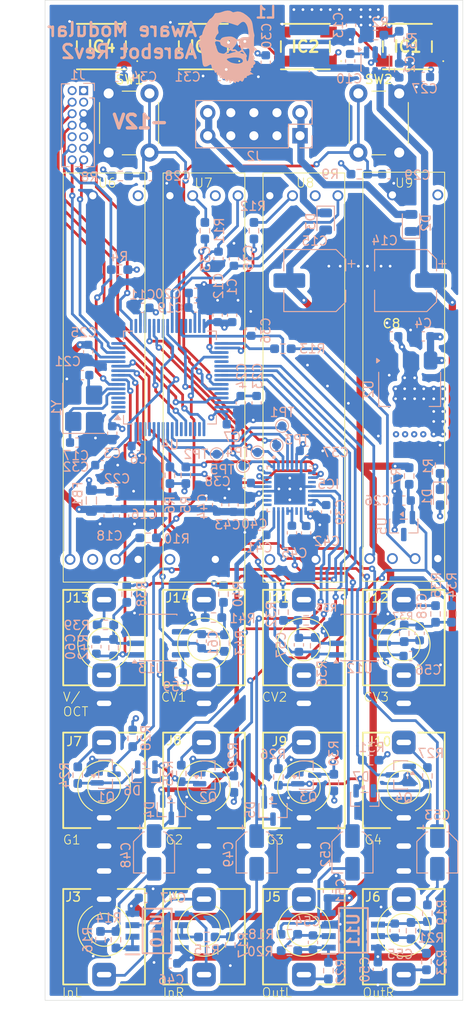
<source format=kicad_pcb>
(kicad_pcb (version 20241229) (generator "pcbnew") (generator_version "9.0")
  (title_block (title "Aware 01 - Eurorack DSP Module") (date "2025-12-19") (rev "2") (company "Ausschussware") (comment 1 "Jonas Bengt Lux") (comment 2 "TH Köln") (comment 3 "Bachelor Technische Informatik"))
  (layers (0 "F.Cu" signal) (4 "In1.Cu" power "3V3") (6 "In2.Cu" power "GND") (2 "B.Cu" signal) (13 "F.Paste" user) (15 "B.Paste" user) (5 "F.SilkS" user "F.Silkscreen") (7 "B.SilkS" user "B.Silkscreen") (1 "F.Mask" user) (3 "B.Mask" user) (25 "Edge.Cuts" user))
  (net 0 "")
  (net 1 "GND")
  (net 2 "+12V")
  (net 3 "+3.3V")
  (net 4 "Net-(Q1-B)")
  (net 5 "/GATE1_IN")
  (net 6 "/GATE2_IN")
  (net 7 "Net-(Q2-B)")
  (net 8 "Net-(U4-PH0)")
  (net 9 "/CV2_IN")
  (net 10 "Net-(C19-Pad2)")
  (net 11 "Net-(U4-PH1)")
  (net 12 "/CV3_IN")
  (net 13 "Net-(C23-Pad2)")
  (net 14 "/I2S1_CK")
  (net 15 "Net-(IC5-DVDD)")
  (net 16 "Net-(IC5-IN2_L)")
  (net 17 "/UART_Rx")
  (net 18 "AVDD")
  (net 19 "Net-(IC5-REF)")
  (net 20 "/FADER1_IN")
  (net 21 "/FADER2_IN")
  (net 22 "/UART_Tx")
  (net 23 "Net-(IC5-IN3_L)")
  (net 24 "/FADER4_IN")
  (net 25 "/I2S1_SDO")
  (net 26 "/I2C1_SCL")
  (net 27 "Net-(J14-PadT)")
  (net 28 "/GATE4_IN")
  (net 29 "Net-(Q4-B)")
  (net 30 "Net-(C52-Pad2)")
  (net 31 "/NRST")
  (net 32 "Net-(C54-Pad2)")
  (net 33 "Net-(C55-Pad2)")
  (net 34 "Net-(U13A--)")
  (net 35 "Net-(U13B--)")
  (net 36 "Net-(D1-K)")
  (net 37 "/I2S1_MCK")
  (net 38 "/FADER3_IN")
  (net 39 "/BUTTON1_IN")
  (net 40 "/FAD_LED2_OUT")
  (net 41 "Net-(D2-A)")
  (net 43 "/BUTTON2_IN")
  (net 44 "Net-(IC1-DIN)")
  (net 45 "Net-(IC2-DIN)")
  (net 46 "Net-(IC3-DIN)")
  (net 50 "/RGB_LED_DATA")
  (net 54 "/I2S1_SDI")
  (net 56 "+3.3VA")
  (net 57 "-12V")
  (net 58 "/FAD_LED3_OUT")
  (net 59 "/CV1_IN")
  (net 60 "/SWDIO")
  (net 61 "Net-(J13-PadT)")
  (net 62 "/FAD_LED4_OUT")
  (net 63 "/V_OCT_IN")
  (net 64 "/I2S1_WS")
  (net 65 "/FAD_LED1_OUT")
  (net 66 "/SWCLK")
  (net 67 "/I2C1_SDA")
  (net 70 "Net-(U10A-+)")
  (net 71 "Net-(U10B-+)")
  (net 72 "Net-(J5-PadT)")
  (net 75 "Net-(U6B-A)")
  (net 77 "AREF-10")
  (net 79 "Net-(U7B-A)")
  (net 80 "/Audio Codec/Input Output Channels/INR")
  (net 81 "/Audio Codec/Input Output Channels/INL")
  (net 82 "/Audio Codec/Input Output Channels/OUTL")
  (net 83 "/Audio Codec/Input Output Channels/OUTR")
  (net 84 "Net-(U10A--)")
  (net 85 "Net-(U10B--)")
  (net 86 "Net-(U11A--)")
  (net 87 "Net-(U8B-A)")
  (net 88 "Net-(U9B-A)")
  (net 89 "/SWO")
  (net 90 "Net-(J6-PadT)")
  (net 91 "Net-(J7-PadT)")
  (net 92 "Net-(J9-PadT)")
  (net 93 "Net-(J10-PadT)")
  (net 94 "Net-(J8-PadT)")
  (net 95 "Net-(J11-PadT)")
  (net 96 "Net-(U11B--)")
  (net 100 "Net-(D3-K)")
  (net 111 "Net-(C53-Pad2)")
  (net 112 "Net-(U12A--)")
  (net 113 "Net-(U12B--)")
  (net 121 "Net-(J12-PadT)")
  (net 122 "Net-(Q3-B)")
  (net 123 "/GATE3_IN")
  (net 125 "+5V")
  (net 126 "Net-(U1-CB)")
  (net 127 "Net-(U1-SW)")
  (net 128 "Net-(U1-FB)")
  (net 131 "Net-(C48-Pad2)")
  (net 132 "Net-(C49-Pad2)")
  (footprint "AudioJacks:Jack_3.5mm_QingPu_WQP-PJ398SM_Vertical" (layer "F.Cu") (at 136.7 144.62 180)
    (property "Reference" "J3")
    (property "Value" "InL")
  )
  (footprint "AudioJacks:Jack_3.5mm_QingPu_WQP-PJ398SM_Vertical" (layer "F.Cu") (at 147.7 128.92)
    (property "Reference" "J8")
    (property "Value" "GATE2_IN")
  )
  (footprint "AudioJacks:Jack_3.5mm_QingPu_WQP-PJ398SM_Vertical" (layer "F.Cu") (at 169.7 144.62 180)
    (property "Reference" "J6")
    (property "Value" "OutR")
  )
  (footprint "Eurorack:5872054127F" (layer "F.Cu") (at 136.4 47.46875 180)
    (property "Reference" "IC4")
    (property "Value" "587-2054-127F" (hide yes))
  )
  (footprint "Button_Switch_THT:SW_PUSH_6mm_H13mm" (layer "F.Cu") (at 137.2 59.11875 90)
    (property "Reference" "SW1")
    (property "Value" "SW_Push")
  )
  (footprint "AudioJacks:Jack_3.5mm_QingPu_WQP-PJ398SM_Vertical" (layer "F.Cu") (at 158.7 113.22)
    (property "Reference" "J11")
    (property "Value" "CV2_IN")
  )
  (footprint "AudioJacks:Jack_3.5mm_QingPu_WQP-PJ398SM_Vertical" (layer "F.Cu") (at 158.7 128.92)
    (property "Reference" "J9")
    (property "Value" "GATE3_IN")
  )
  (footprint "AudioJacks:Jack_3.5mm_QingPu_WQP-PJ398SM_Vertical" (layer "F.Cu") (at 169.7 128.92)
    (property "Reference" "J10")
    (property "Value" "GATE4_IN")
  )
  (footprint "Eurorack:PTL30-15R1-103B2" (layer "F.Cu") (at 158.7 63.86875 -90)
    (property "Reference" "U8")
    (property "Value" "10k")
  )
  (footprint "Eurorack:PTL30-15R1-103B2" (layer "F.Cu") (at 136.7 103.86875 90)
    (property "Reference" "U6")
    (property "Value" "10k")
  )
  (footprint "AudioJacks:Jack_3.5mm_QingPu_WQP-PJ398SM_Vertical" (layer "F.Cu") (at 169.7 113.22)
    (property "Reference" "J12")
    (property "Value" "CV3_IN")
  )
  (footprint "Eurorack:5872054127F" (layer "F.Cu") (at 147.633333 47.46875 180)
    (property "Reference" "IC3")
    (property "Value" "587-2054-127F" (hide yes))
  )
  (footprint "Button_Switch_THT:SW_PUSH_6mm_H13mm" (layer "F.Cu") (at 169.2 52.61875 -90)
    (property "Reference" "SW2")
    (property "Value" "SW_Push")
  )
  (footprint "AudioJacks:Jack_3.5mm_QingPu_WQP-PJ398SM_Vertical" (layer "F.Cu") (at 147.7 113.22)
    (property "Reference" "J14")
    (property "Value" "CV1_IN")
  )
  (footprint "Eurorack:5872054127F" (layer "F.Cu") (at 170.1 47.46875 180)
    (property "Reference" "IC1")
    (property "Value" "587-2054-127F" (hide yes))
  )
  (footprint "AudioJacks:Jack_3.5mm_QingPu_WQP-PJ398SM_Vertical" (layer "F.Cu") (at 158.7 144.62 180)
    (property "Reference" "J5")
    (property "Value" "OutL")
  )
  (footprint "Eurorack:5872054127F" (layer "F.Cu") (at 158.866667 47.46875 180)
    (property "Reference" "IC2")
    (property "Value" "587-2054-127F" (hide yes))
  )
  (footprint "AudioJacks:Jack_3.5mm_QingPu_WQP-PJ398SM_Vertical" (layer "F.Cu") (at 136.7 128.92)
    (property "Reference" "J7")
    (property "Value" "GATE1_IN")
  )
  (footprint "AudioJacks:Jack_3.5mm_QingPu_WQP-PJ398SM_Vertical" (layer "F.Cu") (at 147.7 144.62 180)
    (property "Reference" "J4")
    (property "Value" "InR")
  )
  (footprint "Eurorack:PTL30-15R1-103B2" (layer "F.Cu") (at 169.7 103.78125 90)
    (property "Reference" "U9")
    (property "Value" "10k")
  )
  (footprint "AudioJacks:Jack_3.5mm_QingPu_WQP-PJ398SM_Vertical" (layer "F.Cu") (at 136.7 113.22)
    (property "Reference" "J13")
    (property "Value" "V/OCT_IN")
  )
  (footprint "Eurorack:PTL30-15R1-103B2" (layer "F.Cu") (at 147.7 63.86875 -90)
    (property "Reference" "U7")
    (property "Value" "10k")
  )
  (footprint "Capacitor_SMD:C_0603_1608Metric" (layer "B.Cu") (at 169.2 50.1 90)
    (property "Reference" "C2")
    (property "Value" "2.2u")
  )
  (footprint "Package_SO:SOIC-8_3.9x4.9mm_P1.27mm" (layer "B.Cu") (at 164.85 112.46375)
    (property "Reference" "U12")
    (property "Value" "OPA2322AIDR")
  )
  (footprint "Resistor_SMD:R_0603_1608Metric_Pad0.98x0.95mm_HandSolder" (layer "B.Cu") (at 166.05 125.95)
    (property "Reference" "R31")
    (property "Value" "10k")
  )
  (footprint "Capacitor_SMD:C_0603_1608Metric" (layer "B.Cu") (at 151 70.8 90)
    (property "Reference" "C35")
    (property "Value" "100n")
  )
  (footprint "Capacitor_SMD:C_0603_1608Metric" (layer "B.Cu") (at 170.45 114.5 180)
    (property "Reference" "C56")
    (property "Value" "100n")
  )
  (footprint "Capacitor_SMD:C_0603_1608Metric" (layer "B.Cu") (at 137.6 90 -90)
    (property "Reference" "C3")
    (property "Value" "100n")
  )
  (footprint "Resistor_SMD:R_0603_1608Metric_Pad0.98x0.95mm_HandSolder" (layer "B.Cu") (at 159.95 113.36875 -90)
    (property "Reference" "R36")
    (property "Value" "33k")
  )
  (footprint "Resistor_SMD:R_0603_1608Metric_Pad0.98x0.95mm_HandSolder" (layer "B.Cu") (at 150.6 146.2875 90)
    (property "Reference" "R17")
    (property "Value" "1.8k")
  )
  (footprint "Resistor_SMD:R_0603_1608Metric_Pad0.98x0.95mm_HandSolder" (layer "B.Cu") (at 157.1 145.1)
    (property "Reference" "R18")
    (property "Value" "5.6k")
  )
  (footprint "Capacitor_SMD:C_0603_1608Metric" (layer "B.Cu") (at 158.95 100.96875 90)
    (property "Reference" "C42")
    (property "Value" "10u")
  )
  (footprint "Capacitor_SMD:C_0603_1608Metric" (layer "B.Cu") (at 161.35 140.36875 90)
    (property "Reference" "C51")
    (property "Value" "100n")
  )
  (footprint "Capacitor_SMD:C_0603_1608Metric" (layer "B.Cu") (at 163.8 49.05 90)
    (property "Reference" "C10")
    (property "Value" "100n")
  )
  (footprint "Resistor_SMD:R_0603_1608Metric_Pad0.98x0.95mm_HandSolder" (layer "B.Cu") (at 166.6 46.2)
    (property "Reference" "R2")
    (property "Value" "88.7k")
  )
  (footprint "Capacitor_SMD:C_0603_1608Metric" (layer "B.Cu") (at 150.975 89)
    (property "Reference" "C7")
    (property "Value" "100n")
  )
  (footprint "Resistor_SMD:R_0603_1608Metric_Pad0.98x0.95mm_HandSolder" (layer "B.Cu") (at 147.8 67.71875 90)
    (property "Reference" "R11")
    (property "Value" "75")
  )
  (footprint "Resistor_SMD:R_0603_1608Metric_Pad0.98x0.95mm_HandSolder" (layer "B.Cu") (at 156.3875 80.7)
    (property "Reference" "R13")
    (property "Value" "75")
  )
  (footprint "Capacitor_SMD:C_0603_1608Metric" (layer "B.Cu") (at 146.8 74.56875 180)
    (property "Reference" "C20")
    (property "Value" "100n")
  )
  (footprint "Capacitor_SMD:C_0603_1608Metric" (layer "B.Cu") (at 158.15 113.26875 -90)
    (property "Reference" "C57")
    (property "Value" "1n")
  )
  (footprint "Capacitor_SMD:C_0603_1608Metric" (layer "B.Cu") (at 169.7 97.4 180)
    (property "Reference" "C26")
    (property "Value" "100n")
  )
  (footprint "Package_TO_SOT_SMD:SOT-23" (layer "B.Cu") (at 155.3 131.5 -90)
    (property "Reference" "D5")
    (property "Value" "BAT54S")
  )
  (footprint "Capacitor_SMD:C_0603_1608Metric" (layer "B.Cu") (at 166.85 148.96875 -90)
    (property "Reference" "C50")
    (property "Value" "100n")
  )
  (footprint "Resistor_SMD:R_0603_1608Metric_Pad0.98x0.95mm_HandSolder" (layer "B.Cu") (at 148.75 110.26875)
    (property "Reference" "R41")
    (property "Value" "100k")
  )
  (footprint "Package_TO_SOT_SMD:SOT-23" (layer "B.Cu") (at 158.9625 127.6)
    (property "Reference" "Q3")
    (property "Value" "MMBT3904")
  )
  (footprint "Capacitor_SMD:CP_Elec_6.3x5.9" (layer "B.Cu") (at 159.9 73.2 180)
    (property "Reference" "C15")
    (property "Value" "47u")
  )
  (footprint "Capacitor_SMD:C_0603_1608Metric" (layer "B.Cu") (at 144.586 116.33375)
    (property "Reference" "C59")
    (property "Value" "100n")
  )
  (footprint "Capacitor_SMD:C_0603_1608Metric" (layer "B.Cu") (at 134.95 81.04375 90)
    (property "Reference" "C25")
    (property "Value" "100n")
  )
  (footprint "Capacitor_SMD:C_0603_1608Metric" (layer "B.Cu") (at 133.725 91.01875)
    (property "Reference" "C17")
    (property "Value" "22p")
  )
  (footprint "Resistor_SMD:R_0603_1608Metric_Pad0.98x0.95mm_HandSolder" (layer "B.Cu") (at 149.95 113.06875 -90)
    (property "Reference" "R43")
    (property "Value" "33k")
  )
  (footprint "Capacitor_SMD:C_0603_1608Metric" (layer "B.Cu") (at 171.85 79.33938 180)
    (property "Reference" "C4")
    (property "Value" "10u")
  )
  (footprint "Resistor_SMD:R_0603_1608Metric_Pad0.98x0.95mm_HandSolder" (layer "B.Cu") (at 158.95 110.56875 180)
    (property "Reference" "R33")
    (property "Value" "100k")
  )
  (footprint "Resistor_SMD:R_0603_1608Metric_Pad0.98x0.95mm_HandSolder" (layer "B.Cu") (at 133.8 127.6 -90)
    (property "Reference" "R24")
    (property "Value" "100k")
  )
  (footprint "Resistor_SMD:R_0603_1608Metric_Pad0.98x0.95mm_HandSolder" (layer "B.Cu") (at 172.3 127.6875 -90)
    (property "Reference" "R27")
    (property "Value" "100k")
  )
  (footprint "Package_TO_SOT_SMD:SOT-23" (layer "B.Cu") (at 148.1625 127.6)
    (property "Reference" "Q2")
    (property "Value" "MMBT3904")
  )
  (footprint "Resistor_SMD:R_0603_1608Metric_Pad0.98x0.95mm_HandSolder" (layer "B.Cu") (at 164.8 61.5)
    (property "Reference" "R9")
    (property "Value" "10k")
  )
  (footprint "Resistor_SMD:R_0603_1608Metric_Pad0.98x0.95mm_HandSolder" (layer "B.Cu") (at 141.55 101.5 180)
    (property "Reference" "R10")
    (property "Value" "75")
  )
  (footprint "Connector_PinHeader_1.27mm:PinHeader_2x07_P1.27mm_Vertical" (layer "B.Cu") (at 134.45 52.30875 180)
    (property "Reference" "J1")
    (property "Value" "Conn_02x07_Odd_Even")
  )
  (footprint "Capacitor_SMD:C_0603_1608Metric" (layer "B.Cu") (at 171.45 112 -90)
    (property "Reference" "C58")
    (property "Value" "1n")
  )
  (footprint "Resistor_SMD:R_0603_1608Metric_Pad0.98x0.95mm_HandSolder" (layer "B.Cu") (at 174.95 109.86875 -90)
    (property "Reference" "R34")
    (property "Value" "200k")
  )
  (footprint "Resistor_SMD:R_0603_1608Metric_Pad0.98x0.95mm_HandSolder" (layer "B.Cu") (at 139.2 107.68125 -90)
    (property "Reference" "R38")
    (property "Value" "180k")
  )
  (footprint "Capacitor_SMD:C_0603_1608Metric" (layer "B.Cu") (at 154.5 49.2 -90)
    (property "Reference" "C30")
    (property "Value" "100n")
  )
  (footprint "Capacitor_SMD:C_0603_1608Metric" (layer "B.Cu") (at 138.9 99.1 -90)
    (property "Reference" "C16")
    (property "Value" "10n")
  )
  (footprint "Capacitor_SMD:C_0603_1608Metric" (layer "B.Cu") (at 153.5 86.66875 90)
    (property "Reference" "C23")
    (property "Value" "2.2u")
  )
  (footprint "Resistor_SMD:R_0603_1608Metric_Pad0.98x0.95mm_HandSolder" (layer "B.Cu") (at 157.1125 146.9)
    (property "Reference" "R20")
    (property "Value" "39k")
  )
  (footprint "Resistor_SMD:R_0603_1608Metric_Pad0.98x0.95mm_HandSolder" (layer "B.Cu") (at 136.85 111.06875)
    (property "Reference" "R39")
    (property "Value" "100k")
  )
  (footprint "Capacitor_SMD:C_0603_1608Metric" (layer "B.Cu") (at 150.8 77 90)
    (property "Reference" "C1")
    (property "Value" "4.7u")
  )
  (footprint "Resistor_SMD:R_0603_1608Metric_Pad0.98x0.95mm_HandSolder" (layer "B.Cu") (at 143.95 94.61875 90)
    (property "Reference" "R6")
    (property "Value" "4.7k")
  )
  (footprint "Capacitor_SMD:C_0603_1608Metric" (layer "B.Cu") (at 149.375 50.7 180)
    (property "Reference" "C31")
    (property "Value" "100n")
  )
  (footprint "Capacitor_SMD:C_0603_1608Metric" (layer "B.Cu") (at 149.3 70.8 -90)
    (property "Reference" "C33")
    (property "Value" "100n")
  )
  (footprint "Diode_SMD:D_0805_2012Metric" (layer "B.Cu") (at 170.5 66.8625 90)
    (property "Reference" "D2")
    (property "Value" "D")
  )
  (footprint "Capacitor_SMD:C_0603_1608Metric" (layer "B.Cu") (at 161.15 98.66875 -90)
    (property "Reference" "C39")
    (property "Value" "100n")
  )
  (footprint "Eurorack:NE5532DRG4" (layer "B.Cu") (at 164.15 144.66875)
    (property "Reference" "U11")
    (property "Value" "NE5532DRG4" (hide yes))
  )
  (footprint "Resistor_SMD:R_0603_1608Metric_Pad0.98x0.95mm_HandSolder" (layer "B.Cu") (at 137.7485 113.58125 -90)
    (property "Reference" "R42")
    (property "Value" "47k")
  )
  (footprint "Resistor_SMD:R_0603_1608Metric_Pad0.98x0.95mm_HandSolder" (layer "B.Cu") (at 148.0125 145.4)
    (property "Reference" "R15")
    (property "Value" "12k")
  )
  (footprint "TestPoint:TestPoint_Pad_D1.0mm" (layer "B.Cu") (at 149.1 92.3 180)
    (property "Reference" "TP2")
    (property "Value" "TestPoint")
  )
  (footprint "Capacitor_SMD:C_0603_1608Metric" (layer "B.Cu") (at 168.7 144.7 -90)
    (property "Reference" "C55")
    (property "Value" "18p")
  )
  (footprint "Resistor_SMD:R_0603_1608Metric_Pad0.98x0.95mm_HandSolder" (layer "B.Cu") (at 138 145.7 90)
    (property "Reference" "R14")
    (property "Value" "12k")
  )
  (footprint "Inductor_SMD:L_0805_2012Metric_Pad1.05x1.20mm_HandSolder" (layer "B.Cu") (at 135.3 97.4 90)
    (property "Reference" "FB1")
    (property "Value" "120R")
  )
  (footprint "Resistor_SMD:R_0603_1608Metric_Pad0.98x0.95mm_HandSolder" (layer "B.Cu") (at 162 128.4125 -90)
    (property "Reference" "R30")
    (property "Value" "10k")
  )
  (footprint "Capacitor_SMD:C_0603_1608Metric" (layer "B.Cu") (at 157.385 100.94375 90)
    (property "Reference" "C45")
    (property "Value" "100n")
  )
  (footprint "Resistor_SMD:R_0603_1608Metric_Pad0.98x0.95mm_HandSolder" (layer "B.Cu") (at 169.2 46.6875 -90)
    (property "Reference" "R3")
    (property "Value" "22.1k")
  )
  (footprint "Resistor_SMD:R_0603_1608Metric_Pad0.98x0.95mm_HandSolder" (layer "B.Cu") (at 170.3 94.7 -90)
    (property "Reference" "R7")
    (property "Value" "470")
  )
  (footprint "Capacitor_SMD:CP_Elec_6.3x5.9" (layer "B.Cu") (at 169.9 73.2 180)
    (property "Reference" "C14")
    (property "Value" "47u")
  )
  (footprint "Capacitor_SMD:C_0603_1608Metric" (layer "B.Cu") (at 140.5 91.4)
    (property "Reference" "C6")
    (property "Value" "100n")
  )
  (footprint "Capacitor_SMD:C_0603_1608Metric" (layer "B.Cu") (at 141.3 141.1)
    (property "Reference" "C47")
    (property "Value" "100n")
  )
  (footprint "Resistor_SMD:R_0603_1608Metric_Pad0.98x0.95mm_HandSolder" (layer "B.Cu") (at 151 128.5875 -90)
    (property "Reference" "R29")
    (property "Value" "10k")
  )
  (footprint "Package_TO_SOT_SMD:SOT-223-3_TabPin2" (layer "B.Cu") (at 170.35 85.13938 -90)
    (property "Reference" "U2")
    (property "Value" "LM1117MP-3.3")
  )
  (footprint "Eurorack:PinHeader_2x05_P2.54mm_BHR-10-VUA" (layer "B.Cu") (at 158.275 57.275 90)
    (property "Reference" "J2")
    (property "Value" "Conn_02x05_Odd_Even")
  )
  (footprint "Capacitor_SMD:C_0603_1608Metric" (layer "B.Cu") (at 147.45 112.86875 -90)
    (property "Reference" "C61")
    (property "Value" "1n")
  )
  (footprint "Resistor_SMD:R_0603_1608Metric_Pad0.98x0.95mm_HandSolder" (layer "B.Cu") (at 156.45 109.66875 -90)
    (property "Reference" "R32")
    (property "Value" "200k")
  )
  (footprint "Package_TO_SOT_SMD:SOT-23" (layer "B.Cu") (at 169.3625 127.575 180)
    (property "Reference" "Q4")
    (property "Value" "MMBT3904")
  )
  (footprint "TestPoint:TestPoint_Pad_D1.0mm" (layer "B.Cu") (at 152 93.6 180)
    (property "Reference" "TP5")
    (property "Value" "TestPoint")
  )
  (footprint "Eurorack:NE5532DRG4" (layer "B.Cu") (at 142.539 144.73375)
    (property "Reference" "U10")
    (property "Value" "NE5532DRG4" (hide yes))
  )
  (footprint "LED_SMD:LED_0603_1608Metric_Pad1.05x0.95mm_HandSolder" (layer "B.Cu") (at 173.7 97.025 -90)
    (property "Reference" "D1")
    (property "Value" "PWR_LED")
  )
  (footprint "Capacitor_SMD:C_0603_1608Metric" (layer "B.Cu") (at 140.925 76.2 180)
    (property "Reference" "C11")
    (property "Value" "100n")
  )
  (footprint "Resistor_SMD:R_0603_1608Metric_Pad0.98x0.95mm_HandSolder" (layer "B.Cu") (at 149.85 107.68125 -90)
    (property "Reference" "R40")
    (property "Value" "200k")
  )
  (footprint "Package_TO_SOT_SMD:SOT-23" (layer "B.Cu") (at 144.1 131.4 -90)
    (property "Reference" "D4")
    (property "Value" "BAT54S")
  )
  (footprint "Capacitor_SMD:CP_Elec_4x5.4" (layer "B.Cu") (at 164.05 136.1 -90)
    (property "Reference" "C52")
    (property "Value" "10u")
  )
  (footprint "Package_TO_SOT_SMD:SOT-23-6" (layer "B.Cu") (at 166.55 49.25 -90)
    (property "Reference" "U1" (hide yes))
    (property "Value" "LMR50410Y5FQDBVRQ1")
  )
  (footprint "Capacitor_SMD:C_0603_1608Metric" (layer "B.Cu") (at 136.5 93.5)
    (property "Reference" "C32")
    (property "Value" "100n")
  )
  (footprint "Diode_SMD:D_0805_2012Metric" (layer "B.Cu") (at 161.1 66.7 -90)
    (property "Reference" "D3")
    (property "Value" "D")
  )
  (footprint "Capacitor_SMD:C_0603_1608Metric" (layer "B.Cu") (at 149.2 77 90)
    (property "Reference" "C12")
    (property "Value" "100n")
  )
  (footprint "Resistor_SMD:R_0603_1608Metric_Pad0.98x0.95mm_HandSolder" (layer "B.Cu") (at 136.3 145.7 90)
    (property "Reference" "R16")
    (property "Value" "1.8k")
  )
  (footprint "Resistor_SMD:R_0603_1608Metric_Pad0.98x0.95mm_HandSolder" (layer "B.Cu") (at 170.5 144.7125 -90)
    (property "Reference" "R21")
    (property "Value" "39k")
  )
  (footprint "Eurorack:SRR5228A" (layer "B.Cu") (at 159.3 46.95)
    (property "Reference" "L1")
    (property "Value" "4.7u" (hide yes))
  )
  (footprint "Capacitor_SMD:C_0603_1608Metric" (layer "B.Cu") (at 151.75 86.66875 90)
    (property "Reference" "C24")
    (property "Value" "100n")
  )
  (footprint "TestPoint:TestPoint_Pad_D1.0mm" (layer "B.Cu") (at 156.3 89.2 180)
    (property "Reference" "TP1")
    (property "Value" "TestPoint")
  )
  (footprint "Package_QFP:LQFP-64_10x10mm_P0.5mm" (layer "B.Cu") (at 143.95 83.86875)
    (property "Reference" "U4")
    (property "Value" "STM32H7A3RITx")
  )
  (footprint "Capacitor_SMD:C_0603_1608Metric" (layer "B.Cu") (at 152.085 95.46875)
    (property "Reference" "C38")
    (property "Value" "100n")
  )
  (footprint "Capacitor_SMD:C_0603_1608Metric" (layer "B.Cu") (at 141.8125 61.7)
    (property "Reference" "C28")
    (property "Value" "100n")
  )
  (footprint "Package_TO_SOT_SMD:SOT-23" (layer "B.Cu") (at 165.4 130.2625 -90)
    (property "Reference" "D7")
    (property "Value" "BAT54A")
  )
  (footprint "Crystal:Crystal_SMD_3225-4Pin_3.2x2.5mm_HandSoldering" (layer "B.Cu") (at 134.45 87.25 90)
    (property "Reference" "Y1")
    (property "Value" "WE-XTAL 24.0MHz 50ppm")
  )
  (footprint "Capacitor_SMD:CP_Elec_4x5.4" (layer "B.Cu") (at 153.5 136.1 -90)
    (property "Reference" "C49")
    (property "Value" "2.2u")
  )
  (footprint "Capacitor_SMD:C_0603_1608Metric" (layer "B.Cu") (at 159.7 146 -90)
    (property "Reference" "C54")
    (property "Value" "18p")
  )
  (footprint "Resistor_SMD:R_0603_1608Metric_Pad0.98x0.95mm_HandSolder" (layer "B.Cu") (at 153.2 67.71875 90)
    (property "Reference" "R12")
    (property "Value" "75")
  )
  (footprint "Resistor_SMD:R_0603_1608Metric_Pad0.98x0.95mm_HandSolder" (layer "B.Cu") (at 139.85 123.55 90)
    (property "Reference" "R28")
    (property "Value" "10k")
  )
  (footprint "Capacitor_SMD:C_0603_1608Metric" (layer "B.Cu") (at 138.1 96.4)
    (property "Reference" "C22")
    (property "Value" "1u")
  )
  (footprint "Resistor_SMD:R_0603_1608Metric_Pad0.98x0.95mm_HandSolder" (layer "B.Cu") (at 169.75 112 -90)
    (property "Reference" "R37")
    (property "Value" "33k")
  )
  (footprint "Eurorack:TLV320AIC3204IRHBR" (layer "B.Cu") (at 157.15 96.11875 -90)
    (property "Reference" "IC5")
    (property "Value" "TLV320AIC3204IRHBR")
  )
  (footprint "Capacitor_SMD:C_0603_1608Metric" (layer "B.Cu") (at 143.975 148.3 180)
    (property "Reference" "C46")
    (property "Value" "100n")
  )
  (footprint "TestPoint:TestPoint_Pad_D1.0mm" (layer "B.Cu") (at 155.7 91.3 180)
    (property "Reference" "TP3")
    (property "Value" "TestPoint")
  )
  (footprint "Resistor_SMD:R_0603_1608Metric_Pad0.98x0.95mm_HandSolder" (layer "B.Cu") (at 145.2 127.4125 -90)
    (property "Reference" "R25")
    (property "Value" "100k")
  )
  (footprint "Capacitor_SMD:C_0603_1608Metric" (layer "B.Cu") (at 168.1 61.5)
    (property "Reference" "C29")
    (property "Value" "100n")
  )
  (footprint "LOGO" (layer "B.Cu") (at 150.3 47.5 180)
    (property "Reference" "G***" (hide yes))
    (property "Value" "LOGO" (hide yes))
  )
  (footprint "Capacitor_SMD:C_0603_1608Metric" (layer "B.Cu") (at 134.3 83.6 180)
    (property "Reference" "C21")
    (property "Value" "22p")
  )
  (footprint "Resistor_SMD:R_0603_1608Metric_Pad0.98x0.95mm_HandSolder" (layer "B.Cu") (at 161.4 149.1 -90)
    (property "Reference" "R22")
    (property "Value" "1k")
  )
  (footprint "Capacitor_SMD:C_0603_1608Metric" (layer "B.Cu") (at 135.85 113.46875 -90)
    (property "Reference" "C60")
    (property "Value" "1n")
  )
  (footprint "Resistor_SMD:R_0603_1608Metric_Pad0.98x0.95mm_HandSolder" (layer "B.Cu") (at 173.7 93.5 90)
    (property "Reference" "R1")
    (property "Value" "1k")
  )
  (footprint "Capacitor_SMD:C_0603_1608Metric" (layer "B.Cu") (at 146.775 76.16875 180)
    (property "Reference" "C19")
    (property "Value" "2.2u")
  )
  (footprint "Resistor_SMD:R_0603_1608Metric_Pad0.98x0.95mm_HandSolder" (layer "B.Cu") (at 172.3 142.7875 -90)
    (property "Reference" "R19")
    (property "Value" "5.6k")
  )
  (footprint "Resistor_SMD:R_0603_1608Metric_Pad0.98x0.95mm_HandSolder" (layer "B.Cu") (at 173.2 109.86875 -90)
    (property "Reference" "R35")
    (property "Value" "100k")
  )
  (footprint "Package_TO_SOT_SMD:SOT-23" (layer "B.Cu") (at 136.8625 127.5)
    (property "Reference" "Q1")
    (property "Value" "MMBT3904")
  )
  (footprint "Package_TO_SOT_SMD:SOT-23" (layer "B.Cu") (at 169.7 100.2 -90)
    (property "Reference" "U5")
    (property "Value" "LM4040DIM3X-10")
  )
  (footprint "Capacitor_SMD:C_0603_1608Metric" (layer "B.Cu") (at 152.9 78.5 90)
    (property "Reference" "C36")
    (property "Value" "100n")
  )
  (footprint "Resistor_SMD:R_0603_1608Metric_Pad0.98x0.95mm_HandSolder" (layer "B.Cu") (at 138.4 72 180)
    (property "Reference" "R4")
    (property "Value" "10k")
  )
  (footprint "Capacitor_SMD:C_0603_1608Metric" (layer "B.Cu") (at 153.8 101.16875)
    (property "Reference" "C41")
    (property "Value" "10u")
  )
  (footprint "Resistor_SMD:R_0603_1608Metric_Pad0.98x0.95mm_HandSolder" (layer "B.Cu") (at 138.4875 61.7)
    (property "Reference" "R8")
    (property "Value" "10k")
  )
  (footprint "Capacitor_SMD:C_0603_1608Metric" (layer "B.Cu") (at 137.2 99.1 -90)
    (property "Reference" "C18")
    (property "Value" "1u")
  )
  (footprint "Resistor_SMD:R_0603_1608Metric_Pad0.98x0.95mm_HandSolder" (layer "B.Cu") (at 172.2 148.1 -90)
    (property "Reference" "R23")
    (property "Value" "1k")
  )
  (footprint "Resistor_SMD:R_0603_1608Metric_Pad0.98x0.95mm_HandSolder" (layer "B.Cu") (at 155.9 127.8 -90)
    (property "Reference" "R26")
    (property "Value" "100k")
  )
  (footprint "Capacitor_SMD:C_0603_1608Metric" (layer "B.Cu") (at 163.9 45.1 90)
    (property "Reference" "C13")
    (property "Value" "10u")
  )
  (footprint "Capacitor_SMD:C_0603_1608Metric" (layer "B.Cu") (at 159.025 91.93375 180)
    (property "Reference" "C37")
    (property "Value" "100n")
  )
  (footprint "Package_SO:SOIC-8_3.9x4.9mm_P1.27mm" (layer "B.Cu") (at 142.661 112.46375)
    (property "Reference" "U13")
    (property "Value" "OPA2322AIDR")
  )
  (footprint "Capacitor_SMD:CP_Elec_4x5.4" (layer "B.Cu") (at 173.4 136.1 -90)
    (property "Reference" "C53")
    (property "Value" "10u")
  )
  (footprint "Capacitor_SMD:CP_Elec_4x5.4" (layer "B.Cu") (at 142.2 136.1 -90)
    (property "Reference" "C48")
    (property "Value" "2.2u")
  )
  (footprint "Capacitor_SMD:C_0603_1608Metric" (layer "B.Cu") (at 138.1 50.8 180)
    (property "Reference" "C34")
    (property "Value" "100n")
  )
  (footprint "Capacitor_SMD:C_0603_1608Metric" (layer "B.Cu") (at 171.825 50.8 180)
    (property "Reference" "C27")
    (property "Value" "100n")
  )
  (footprint "Resistor_SMD:R_0603_1608Metric_Pad0.98x0.95mm_HandSolder" (layer "B.Cu") (at 145.7 94.61875 90)
    (property "Reference" "R5")
    (property "Value" "4.7k")
  )
  (footprint "TestPoint:TestPoint_Pad_D1.0mm" (layer "B.Cu") (at 153.6 92.1 180)
    (property "Reference" "TP4")
    (property "Value" "TestPoint")
  )
  (footprint "Capacitor_SMD:C_0603_1608Metric" (layer "B.Cu") (at 168.325 79.33938 180)
    (property "Reference" "C8")
    (property "Value" "10u")
  )
  (footprint "Capacitor_SMD:C_0603_1608Metric" (layer "B.Cu") (at 150.95 97.86875 90)
    (property "Reference" "C43")
    (property "Value" "1u")
  )
  (footprint "Package_TO_SOT_SMD:SOT-23" (layer "B.Cu") (at 141.35 127.65 -90)
    (property "Reference" "D6")
    (property "Value" "BAT54A")
  )
  (footprint "Capacitor_SMD:C_0603_1608Metric" (layer "B.Cu") (at 149.15 97.84375 90)
    (property "Reference" "C44")
    (property "Value" "10u")
  )
  (footprint "Capacitor_SMD:C_0603_1608Metric" (layer "B.Cu") (at 152.85 97.89375 90)
    (property "Reference" "C40")
    (property "Value" "100n")
  )
  (gr_rect (start 130.2 42.36875) (end 176.2 152.36875) (stroke (width 0.05)) (fill no) (layer "Edge.Cuts"))
  (gr_text "CV2" (at 154 119.6 0) (layer "F.SilkS") (effects (font (size 1 1) (thickness 0.1)) (justify left bottom)))
  (gr_text "OutL" (at 154 152.1 0) (layer "F.SilkS") (effects (font (size 1 1) (thickness 0.1)) (justify left bottom)))
  (gr_text "G1" (at 132.1 135.3 0) (layer "F.SilkS") (effects (font (size 1 1) (thickness 0.1)) (justify left bottom)))
  (gr_text "G3" (at 154.5 135.3 0) (layer "F.SilkS") (effects (font (size 1 1) (thickness 0.1)) (justify left bottom)))
  (gr_text "OutR" (at 165.1 152.1 0) (layer "F.SilkS") (effects (font (size 1 1) (thickness 0.1)) (justify left bottom)))
  (gr_text "V/\nOCT" (at 132.1 121.2 0) (layer "F.SilkS") (effects (font (size 1 1) (thickness 0.1)) (justify left bottom)))
  (gr_text "G2" (at 143.4 135.3 0) (layer "F.SilkS") (effects (font (size 1 1) (thickness 0.1)) (justify left bottom)))
  (gr_text "CV1" (at 142.9 119.6 0) (layer "F.SilkS") (effects (font (size 1 1) (thickness 0.1)) (justify left bottom)))
  (gr_text "InL" (at 132 152.1 0) (layer "F.SilkS") (effects (font (size 1 1) (thickness 0.1)) (justify left bottom)))
  (gr_text "G4" (at 165.3 135.3 0) (layer "F.SilkS") (effects (font (size 1 1) (thickness 0.1)) (justify left bottom)))
  (gr_text "CV3" (at 165.2 119.6 0) (layer "F.SilkS") (effects (font (size 1 1) (thickness 0.1)) (justify left bottom)))
  (gr_text "InR" (at 143.1 152.1 0) (layer "F.SilkS") (effects (font (size 1 1) (thickness 0.1)) (justify left bottom)))
  (gr_text "-12V" (at 143.94 56.60933 0) (layer "B.SilkS") (effects (font (size 1.5 1.5) (thickness 0.375) (bold yes)) (justify left bottom mirror)))
  (gr_text "Aware Modular\nAarebot Rev2" (at 147.1 48.9 0) (layer "B.SilkS") (effects (font (size 1.5 1.5) (thickness 0.3) (bold yes)) (justify left bottom mirror)))
  (via (at 170.85 90.10813) (size 0.7) (drill 0.3) (layers "F.Cu" "B.Cu") (net 0))
  (via (at 171.85 90.10813) (size 0.7) (drill 0.3) (layers "F.Cu" "B.Cu") (net 0))
  (via (at 168.85 90.10813) (size 0.7) (drill 0.3) (layers "F.Cu" "B.Cu") (net 0))
  (via (at 169.85 90.10813) (size 0.7) (drill 0.3) (layers "F.Cu" "B.Cu") (net 0))
  (segment (start 168.1 45.1) (end 167.9 45.1) (width 0.3) (layer "F.Cu") (net 1))
  (segment (start 132.9 44.7) (end 132.9 44.91875) (width 0.3) (layer "F.Cu") (net 1))
  (segment (start 145.06875 45.86875) (end 144 44.8) (width 0.3) (layer "F.Cu") (net 1))
  (segment (start 132.9 44.91875) (end 133.85 45.86875) (width 0.3) (layer "F.Cu") (net 1))
  (segment (start 167.55 45.45) (end 167.55 45.86875) (width 0.3) (layer "F.Cu") (net 1))
  (segment (start 145.083333 45.86875) (end 145.06875 45.86875) (width 0.3) (layer "F.Cu") (net 1))
  (segment (start 167.9 45.1) (end 167.55 45.45) (width 0.3) (layer "F.Cu") (net 1))
  (segment (start 156.316667 45) (end 156.316667 45.86875) (width 0.3) (layer "F.Cu") (net 1))
  (via (at 151.45 75.36875) (size 0.7) (drill 0.3) (layers "F.Cu" "B.Cu") (net 1))
  (via (at 167.85 77.85813) (size 0.7) (drill 0.3) (layers "F.Cu" "B.Cu") (net 1))
  (via (at 157 130.1) (size 0.7) (drill 0.3) (layers "F.Cu" "B.Cu") (net 1))
  (via (at 152.2 100.9) (size 0.7) (drill 0.3) (layers "F.Cu" "B.Cu") (net 1))
  (via (at 140.05 99.96875) (size 0.7) (drill 0.3) (layers "F.Cu" "B.Cu") (net 1))
  (via (at 146.35 109.96875) (size 0.7) (drill 0.3) (layers "F.Cu" "B.Cu") (net 1))
  (via (at 147.7 73.61875) (size 0.7) (drill 0.3) (layers "F.Cu" "B.Cu") (net 1))
  (via (at 162.25 138.66875) (size 0.7) (drill 0.3) (layers "F.Cu" "B.Cu") (net 1))
  (via (at 135.4 125.8) (size 0.7) (drill 0.3) (layers "F.Cu" "B.Cu") (net 1))
  (via (at 159.1 82.5) (size 0.7) (drill 0.3) (layers "F.Cu" "B.Cu") (net 1))
  (via (at 167.2 71.61875) (size 0.7) (drill 0.3) (layers "F.Cu" "B.Cu") (net 1))
  (via (at 168.1 45.1) (size 0.7) (drill 0.3) (layers "F.Cu" "B.Cu") (net 1))
  (via (at 166.85 150.66875) (size 0.7) (drill 0.3) (layers "F.Cu" "B.Cu") (net 1))
  (via (at 168.7 96.36875) (size 0.7) (drill 0.3) (layers "F.Cu" "B.Cu") (net 1))
  (via (at 140.4 75.2) (size 0.7) (drill 0.3) (layers "F.Cu" "B.Cu") (net 1))
  (via (at 149.2 75.36875) (size 0.7) (drill 0.3) (layers "F.Cu" "B.Cu") (net 1))
  (via (at 170.7 48.3) (size 0.7) (drill 0.3) (layers "F.Cu" "B.Cu") (net 1))
  (via (at 171.1 51.9) (size 0.7) (drill 0.3) (layers "F.Cu" "B.Cu") (net 1))
  (via (at 150 97.11875) (size 0.7) (drill 0.3) (layers "F.Cu" "B.Cu") (net 1))
  (via (at 161.45 71.61875) (size 0.7) (drill 0.3) (layers "F.Cu" "B.Cu") (net 1))
  (via (at 168.2 71.61875) (size 0.7) (drill 0.3) (layers "F.Cu" "B.Cu") (net 1))
  (via (at 168.6 62.5) (size 0.7) (drill 0.3) (layers "F.Cu" "B.Cu") (net 1))
  (via (at 135.75 90.51875) (size 0.7) (drill 0.3) (layers "F.Cu" "B.Cu") (net 1))
  (via (at 147.6 50.7) (size 0.7) (drill 0.3) (layers "F.Cu" "B.Cu") (net 1))
  (via (at 163.6 86.7) (size 0.7) (drill 0.3) (layers "F.Cu" "B.Cu") (net 1))
  (via (at 161.3 84.8) (size 0.7) (drill 0.3) (layers "F.Cu" "B.Cu") (net 1))
  (via (at 140.595536 92.458303) (size 0.7) (drill 0.3) (layers "F.Cu" "B.Cu") (net 1))
  (via (at 132.6 84.01875) (size 0.7) (drill 0.3) (layers "F.Cu" "B.Cu") (net 1))
  (via (at 153.912475 93.831882) (size 0.7) (drill 0.3) (layers "F.Cu" "B.Cu") (net 1))
  (via (at 168.1 83.60813) (size 0.7) (drill 0.3) (layers "F.Cu" "B.Cu") (net 1))
  (via (at 166.9 90.3) (size 0.7) (drill 0.3) (layers "F.Cu" "B.Cu") (net 1))
  (via (at 153.125 88.54375) (size 0.7) (drill 0.3) (layers "F.Cu" "B.Cu") (net 1))
  (via (at 136.25 99.96875) (size 0.7) (drill 0.3) (layers "F.Cu" "B.Cu") (net 1))
  (via (at 170.7 49.3) (size 0.7) (drill 0.3) (layers "F.Cu" "B.Cu") (net 1))
  (via (at 139.95 96.36875) (size 0.7) (drill 0.3) (layers "F.Cu" "B.Cu") (net 1))
  (via (at 152.85 76.6) (size 0.7) (drill 0.3) (layers "F.Cu" "B.Cu") (net 1))
  (via (at 170.7 47.3) (size 0.7) (drill 0.3) (layers "F.Cu" "B.Cu") (net 1))
  (via (at 168.7 100.61875) (size 0.7) (drill 0.3) (layers "F.Cu" "B.Cu") (net 1))
  (via (at 142.1 140.1) (size 0.7) (drill 0.3) (layers "F.Cu" "B.Cu") (net 1))
  (via (at 167.95 109.86875) (size 0.7) (drill 0.3) (layers "F.Cu" "B.Cu") (net 1))
  (via (at 150.4 47.018752) (size 0.7) (drill 0.3) (layers "F.Cu" "B.Cu") (net 1))
  (via (at 157.3 125.9) (size 0.7) (drill 0.3) (layers "F.Cu" "B.Cu") (net 1))
  (via (at 138.2 93.5) (size 0.7) (drill 0.3) (layers "F.Cu" "B.Cu") (net 1))
  (via (at 145.8 130) (size 0.7) (drill 0.3) (layers "F.Cu" "B.Cu") (net 1))
  (via (at 140.05 109.76875) (size 0.7) (drill 0.3) (layers "F.Cu" "B.Cu") (net 1))
  (via (at 160.9 111.76875) (size 0.7) (drill 0.3) (layers "F.Cu" "B.Cu") (net 1))
  (via (at 156.316667 45) (size 0.7) (drill 0.3) (layers "F.Cu" "B.Cu") (net 1))
  (via (at 144 44.8) (size 0.7) (drill 0.3) (layers "F.Cu" "B.Cu") (net 1))
  (via (at 132.9 44.7) (size 0.7) (drill 0.3) (layers "F.Cu" "B.Cu") (net 1))
  (via (at 166.100001 49.232712) (size 0.7) (drill 0.3) (layers "F.Cu" "B.Cu") (net 1))
  (via (at 159.403198 99.14568) (size 0.7) (drill 0.3) (layers "F.Cu" "B.Cu") (net 1))
  (via (at 170.45 78.63938) (size 0.7) (drill 0.3) (layers "F.Cu" "B.Cu") (net 1))
  (via (at 151 69.1) (size 0.7) (drill 0.3) (layers "F.Cu" "B.Cu") (net 1))
  (via (at 142.2 148.2) (size 0.7) (drill 0.3) (layers "F.Cu" "B.Cu") (net 1))
  (via (at 160.45 100.06875) (size 0.7) (drill 0.3) (layers "F.Cu" "B.Cu") (net 1))
  (via (at 165.7 71.61875) (size 0.7) (drill 0.3) (layers "F.Cu" "B.Cu") (net 1))
  (via (at 159.85 101.46875) (size 0.7) (drill 0.3) (layers "F.Cu" "B.Cu") (net 1))
  (via (at 143.6 62.5) (size 0.7) (drill 0.3) (layers "F.Cu" "B.Cu") (net 1))
  (via (at 146.5 125.8) (size 0.7) (drill 0.3) (layers "F.Cu" "B.Cu") (net 1))
  (via (at 142.85 116.56875) (size 0.7) (drill 0.3) (layers "F.Cu" "B.Cu") (net 1))
  (via (at 148.2 71.5) (size 0.7) (drill 0.3) (layers "F.Cu" "B.Cu") (net 1))
  (via (at 153.6875 50.7875) (size 0.7) (drill 0.3) (layers "F.Cu" "B.Cu") (net 1))
  (via (at 173.75 115.46875) (size 0.7) (drill 0.3) (layers "F.Cu" "B.Cu") (net 1))
  (via (at 150.45 96.126211) (size 0.7) (drill 0.3) (layers "F.Cu" "B.Cu") (net 1))
  (via (at 163.8 46.7) (size 0.7) (drill 0.3) (layers "F.Cu" "B.Cu") (net 1))
  (via (at 167.2 142.1) (size 0.7) (drill 0.3) (layers "F.Cu" "B.Cu") (net 1))
  (via (at 162.7 144) (size 0.7) (drill 0.3) (layers "F.Cu" "B.Cu") (net 1))
  (via (at 153.760942 96.631093) (size 0.7) (drill 0.3) (layers "F.Cu" "B.Cu") (net 1))
  (via (at 147.95 96.86875) (size 0.7) (drill 0.3) (layers "F.Cu" "B.Cu") (net 1))
  (via (at 135.5 147.5) (size 0.7) (drill 0.3) (layers "F.Cu" "B.Cu") (net 1))
  (via (at 160.775 91.93375) (size 0.7) (drill 0.3) (layers "F.Cu" "B.Cu") (net 1))
  (via (at 170.1 127.6) (size 0.7) (drill 0.3) (layers "F.Cu" "B.Cu") (net 1))
  (via (at 150.6 148.55) (size 0.7) (drill 0.3) (layers "F.Cu" "B.Cu") (net 1))
  (via (at 164.7 71.61875) (size 0.7) (drill 0.3) (layers "F.Cu" "B.Cu") (net 1))
  (via (at 162.7 71.61875) (size 0.7) (drill 0.3) (layers "F.Cu" "B.Cu") (net 1))
  (via (at 173.7 91.3) (size 0.7) (drill 0.3) (layers "F.Cu" "B.Cu") (net 1))
  (segment (start 135.72954 126.47329) (end 135.875 126.61875) (width 0.3) (layer "B.Cu") (net 1))
  (segment (start 170.3 128.525) (end 170.3 127.8) (width 0.3) (layer "B.Cu") (net 1))
  (segment (start 147.55 76.16875) (end 150.825 76.16875) (width 0.3) (layer "B.Cu") (net 1))
  (segment (start 143.2 148.3) (end 142.3 148.3) (width 0.3) (layer "B.Cu") (net 1))
  (segment (start 168.7 96.36875) (end 168.925 96.59375) (width 0.3) (layer "B.Cu") (net 1))
  (segment (start 138.95 99.89375) (end 139.975 99.89375) (width 0.3) (layer "B.Cu") (net 1))
  (segment (start 136.3 146.6125) (end 136.3 146.7) (width 0.3) (layer "B.Cu") (net 1))
  (segment (start 166.55 48.1125) (end 166.55 48.782713) (width 0.3) (layer "B.Cu") (net 1))
  (segment (start 136.00625 90.775) (end 137.6 90.775) (width 0.3) (layer "B.Cu") (net 1))
  (segment (start 145.372 110.55875) (end 145.76 110.55875) (width 0.3) (layer "B.Cu") (net 1))
  (segment (start 170.45 78.63938) (end 171.05 79.23938) (width 0.5) (layer "B.Cu") (net 1))
  (segment (start 166.85 150.66875) (end 166.85 149.74375) (width 0.3) (layer "B.Cu") (net 1))
  (segment (start 152.2 100.9) (end 152.46875 101.16875) (width 0.3) (layer "B.Cu") (net 1))
  (segment (start 167.575 78.13313) (end 167.85 77.85813) (width 0.5) (layer "B.Cu") (net 1))
  (segment (start 140.7 76.76875) (end 140.7 78.19375) (width 0.3) (layer "B.Cu") (net 1))
  (segment (start 132.95 85.76875) (end 132.95 84.01875) (width 0.5) (layer "B.Cu") (net 1))
  (segment (start 171.05 79.23938) (end 171.05 79.40813) (width 0.5) (layer "B.Cu") (net 1))
  (segment (start 142.3 148.3) (end 142.2 148.2) (width 0.3) (layer "B.Cu") (net 1))
  (segment (start 155.95 96.11875) (end 155.7 96.36875) (width 0.3) (layer "B.Cu") (net 1))
  (segment (start 167.575 81.48313) (end 168.1 82.00813) (width 0.5) (layer "B.Cu") (net 1))
  (segment (start 140.595536 92.458303) (end 140.635089 92.41875) (width 0.3) (layer "B.Cu") (net 1))
  (segment (start 140.595536 92.458303) (end 140.685089 92.36875) (width 0.3) (layer "B.Cu") (net 1))
  (segment (start 150.875 76.16875) (end 151.45 75.59375) (width 0.3) (layer "B.Cu") (net 1))
  (segment (start 140.1 76.16875) (end 140.7 76.76875) (width 0.3) (layer "B.Cu") (net 1))
  (segment (start 166.55 48.782713) (end 166.100001 49.232712) (width 0.3) (layer "B.Cu") (net 1))
  (segment (start 154.715 94.36875) (end 154.449343 94.36875) (width 0.3) (layer "B.Cu") (net 1))
  (segment (start 168.725 97.56875) (end 168.925 97.36875) (width 0.3) (layer "B.Cu") (net 1))
  (segment (start 142.2 89.54375) (end 142.2 90.49375) (width 0.3) (layer "B.Cu") (net 1))
  (segment (start 173.25 114.46875) (end 171.325 114.46875) (width 0.3) (layer "B.Cu") (net 1))
  (segment (start 151.31 95.46875) (end 151.107461 95.46875) (width 0.3) (layer "B.Cu") (net 1))
  (segment (start 160.9 111.76875) (end 160.9 111.69875) (width 0.3) (layer "B.Cu") (net 1))
  (segment (start 152.46875 101.16875) (end 153.025 101.16875) (width 0.3) (layer "B.Cu") (net 1))
  (segment (start 156.25 130.5625) (end 156.5375 130.5625) (width 0.3) (layer "B.Cu") (net 1))
  (segment (start 167.2 142.1) (end 166.861 142.439) (width 0.3) (layer "B.Cu") (net 1))
  (segment (start 135.75 90.51875) (end 136.00625 90.775) (width 0.3) (layer "B.Cu") (net 1))
  (segment (start 162.7 144) (end 161.47275 144) (width 0.3) (layer "B.Cu") (net 1))
  (segment (start 152.85 76.6) (end 152.9 76.65) (width 0.3) (layer "B.Cu") (net 1))
  (segment (start 157.8 126.30625) (end 158.1125 126.61875) (width 0.3) (layer "B.Cu") (net 1))
  (segment (start 135.72954 126.12954) (end 135.72954 126.47329) (width 0.3) (layer "B.Cu") (net 1))
  (segment (start 147.575 76.14375) (end 147.55 76.16875) (width 0.3) (layer "B.Cu") (net 1))
  (segment (start 157.70625 126.30625) (end 157.8 126.30625) (width 0.3) (layer "B.Cu") (net 1))
  (segment (start 150 97.11875) (end 148.2 97.11875) (width 0.3) (layer "B.Cu") (net 1))
  (segment (start 140.7 90.84375) (end 141.275 91.41875) (width 0.3) (layer "B.Cu") (net 1))
  (segment (start 167.872 109.86875) (end 167.561 110.17975) (width 0.3) (layer "B.Cu") (net 1))
  (segment (start 132.6 84.01875) (end 132.95 84.01875) (width 0.5) (layer "B.Cu") (net 1))
  (segment (start 151.31 96.73375) (end 150.95 97.09375) (width 0.3) (layer "B.Cu") (net 1))
  (segment (start 143.085 116.33375) (end 142.85 116.56875) (width 0.3) (layer "B.Cu") (net 1))
  (segment (start 135.4 125.8) (end 135.72954 126.12954) (width 0.3) (layer "B.Cu") (net 1))
  (segment (start 140.05 109.76875) (end 139.95 109.86875) (width 0.3) (layer "B.Cu") (net 1))
  (segment (start 158.4 93.11875) (end 159.585 91.93375) (width 0.3) (layer "B.Cu") (net 1))
  (segment (start 135.5 90.51875) (end 135.75 90.51875) (width 0.3) (layer "B.Cu") (net 1))
  (segment (start 141.275 92.19375) (end 141.275 91.41875) (width 0.3) (layer "B.Cu") (net 1))
  (segment (start 157.41 101.74375) (end 157.385 101.71875) (width 0.3) (layer "B.Cu") (net 1))
  (segment (start 134.649551 58.65875) (end 134.45 58.65875) (width 0.3) (layer "B.Cu") (net 1))
  (segment (start 153.6875 50.7875) (end 154.5 49.975) (width 0.3) (layer "B.Cu") (net 1))
  (segment (start 158.9 98.55375) (end 158.9 98.642482) (width 0.3) (layer "B.Cu") (net 1))
  (segment (start 161.075 99.44375) (end 160.45 100.06875) (width 0.3) (layer "B.Cu") (net 1))
  (segment (start 154.449343 94.36875) (end 153.912475 93.831882) (width 0.3) (layer "B.Cu") (net 1))
  (segment (start 171.05 51.65) (end 171.05 50.8) (width 0.3) (layer "B.Cu") (net 1))
  (segment (start 151.75 87.44375) (end 153.5 87.44375) (width 0.3) (layer "B.Cu") (net 1))
  (segment (start 156.5375 130.5625) (end 157 130.1) (width 0.3) (layer "B.Cu") (net 1))
  (segment (start 149.95 117.69375) (end 149.325 117.69375) (width 0.3) (layer "B.Cu") (net 1))
  (segment (start 162.139 110.55875) (end 162.139 111.82875) (width 0.3) (layer "B.Cu") (net 1))
  (segment (start 149.15 75.41875) (end 149.2 75.36875) (width 0.3) (layer "B.Cu") (net 1))
  (segment (start 138.925 96.36875) (end 139.95 96.36875) (width 0.5) (layer "B.Cu") (net 1))
  (segment (start 152.15 88.54375) (end 151.725 88.96875) (width 0.5) (layer "B.Cu") (net 1))
  (segment (start 158.6 95.86875) (end 158.35 96.11875) (width 0.3) (layer "B.Cu") (net 1))
  (segment (start 151.31 95.46875) (end 151.31 96.73375) (width 0.3) (layer "B.Cu") (net 1))
  (segment (start 149.3 71.575) (end 148.275 71.575) (width 0.3) (layer "B.Cu") (net 1))
  (segment (start 140.635089 92.41875) (end 141.05 92.41875) (width 0.3) (layer "B.Cu") (net 1))
  (segment (start 167.85 77.85813) (end 167.725 77.98313) (width 0.5) (layer "B.Cu") (net 1))
  (segment (start 153.900228 96.631093) (end 154.162571 96.36875) (width 0.3) (layer "B.Cu") (net 1))
  (segment (start 153 88.66875) (end 153.025 88.64375) (width 0.3) (layer "B.Cu") (net 1))
  (segment (start 167.561 110.17975) (end 167.561 110.55875) (width 0.3) (layer "B.Cu") (net 1))
  (segment (start 136.3 146.7) (end 135.5 147.5) (width 0.3) (layer "B.Cu") (net 1))
  (segment (start 149.325 117.69375) (end 147.7 119.31875) (width 0.3) (layer "B.Cu") (net 1))
  (segment (start 170.3 127.8) (end 170.1 127.6) (width 0.3) (layer "B.Cu") (net 1))
  (segment (start 136.325 99.89375) (end 136.25 99.96875) (width 0.3) (layer "B.Cu") (net 1))
  (segment (start 158.4 93.68375) (end 158.4 94.86875) (width 0.3) (layer "B.Cu") (net 1))
  (segment (start 147.575 74.56875) (end 147.575 76.14375) (width 0.3) (layer "B.Cu") (net 1))
  (segment (start 137.275 93.5) (end 138.2 93.5) (width 0.3) (layer "B.Cu") (net 1))
  (segment (start 140.4 75.2) (end 140.1 75.5) (width 0.3) (layer "B.Cu") (net 1))
  (segment (start 173.15 114.56875) (end 173.25 114.46875) (width 0.3) (layer "B.Cu") (net 1))
  (segment (start 147.2 76.51875) (end 147.55 76.16875) (width 0.3) (layer "B.Cu") (net 1))
  (segment (start 134.975 74.74375) (end 134.85 74.86875) (width 0.3) (layer "B.Cu") (net 1))
  (segment (start 146.95 126.25) (end 146.95 126.35625) (width 0.3) (layer "B.Cu") (net 1))
  (segment (start 158.4 94.86875) (end 157.15 96.11875) (width 0.3) (layer "B.Cu") (net 1))
  (segment (start 167.95 109.86875) (end 167.872 109.86875) (width 0.3) (layer "B.Cu") (net 1))
  (segment (start 145.76 110.55875) (end 146.35 109.96875) (width 0.3) (layer "B.Cu") (net 1))
  (segment (start 151.425 87.11875) (end 151.75 87.44375) (width 0.3) (layer "B.Cu") (net 1))
  (segment (start 161.15 99.44375) (end 161.075 99.44375) (width 0.3) (layer "B.Cu") (net 1))
  (segment (start 135.25 82.11875) (end 138.275 82.11875) (width 0.3) (layer "B.Cu") (net 1))
  (segment (start 171.325 114.46875) (end 171.225 114.36875) (width 0.3) (layer "B.Cu") (net 1))
  (segment (start 168.725 99.43125) (end 168.725 100.59375) (width 0.3) (layer "B.Cu") (net 1))
  (segment (start 157.3 125.9) (end 157.70625 126.30625) (width 0.3) (layer "B.Cu") (net 1))
  (segment (start 139.975 99.89375) (end 140.05 99.96875) (width 0.3) (layer "B.Cu") (net 1))
  (segment (start 135.25 90.26875) (end 135.5 90.51875) (width 0.3) (layer "B.Cu") (net 1))
  (segment (start 161.47275 144) (end 161.439 144.03375) (width 0.3) (layer "B.Cu") (net 1))
  (segment (start 140.685089 92.36875) (end 140.7 92.36875) (width 0.3) (layer "B.Cu") (net 1))
  (segment (start 148.2 97.11875) (end 147.95 96.86875) (width 0.3) (layer "B.Cu") (net 1))
  (segment (start 132.95 84.01875) (end 133.45 83.51875) (width 0.5) (layer "B.Cu") (net 1))
  (segment (start 148.275 71.575) (end 148.2 71.5) (width 0.3) (layer "B.Cu") (net 1))
  (segment (start 158.4 93.68375) (end 158.4 93.11875) (width 0.3) (layer "B.Cu") (net 1))
  (segment (start 133.45 83.31875) (end 134.95 81.81875) (width 0.3) (layer "B.Cu") (net 1))
  (segment (start 150.825 76.16875) (end 150.85 76.19375) (width 0.3) (layer "B.Cu") (net 1))
  (segment (start 173.7 92.5875) (end 173.7 91.3) (width 0.3) (layer "B.Cu") (net 1))
  (segment (start 141.05 92.41875) (end 141.275 92.19375) (width 0.3) (layer "B.Cu") (net 1))
  (segment (start 142.075 141.1) (end 142.075 140.125) (width 0.3) (layer "B.Cu") (net 1))
  (segment (start 168.1 82.00813) (end 168.1 83.60813) (width 0.5) (layer "B.Cu") (net 1))
  (segment (start 135.25 90.26875) (end 134.5 91.01875) (width 0.3) (layer "B.Cu") (net 1))
  (segment (start 147.575 74.56875) (end 147.575 73.74375) (width 0.3) (layer "B.Cu") (net 1))
  (segment (start 140.7 89.54375) (end 140.7 90.84375) (width 0.3) (layer "B.Cu") (net 1))
  (segment (start 149.125 76.16875) (end 149.15 76.19375) (width 0.3) (layer "B.Cu") (net 1))
  (segment (start 145.3375 130.4625) (end 145.8 130) (width 0.3) (layer "B.Cu") (net 1))
  (segment (start 153.760942 96.631093) (end 153.900228 96.631093) (width 0.3) (layer "B.Cu") (net 1))
  (segment (start 168.875 61.6) (end 168.875 62.225) (width 0.3) (layer "B.Cu") (net 1))
  (segment (start 142.5875 61.7) (end 142.8 61.7) (width 0.3) (layer "B.Cu") (net 1))
  (segment (start 168.725 99.43125) (end 168.725 97.56875) (width 0.3) (layer "B.Cu") (net 1))
  (segment (start 149.15 76.19375) (end 149.15 75.41875) (width 0.3) (layer "B.Cu") (net 1))
  (segment (start 151 70.025) (end 151 69.1) (width 0.3) (layer "B.Cu") (net 1))
  (segment (start 147.55 76.16875) (end 149.125 76.16875) (width 0.3) (layer "B.Cu") (net 1))
  (segment (start 155.7 96.36875) (end 154.715 96.36875) (width 0.3) (layer "B.Cu") (net 1))
  (segment (start 163.9 46.6) (end 163.8 46.7) (width 0.3) (layer "B.Cu") (net 1))
  (segment (start 153.5 87.44375) (end 153.5 88.16875) (width 0.5) (layer "B.Cu") (net 1))
  (segment (start 152.9 76.65) (end 152.9 77.725) (width 0.3) (layer "B.Cu") (net 1))
  (segment (start 168.875 62.225) (end 168.6 62.5) (width 0.3) (layer "B.Cu") (net 1))
  (segment (start 154.162571 96.36875) (end 154.715 96.36875) (width 0.3) (layer "B.Cu") (net 1))
  (segment (start 159.585 91.93375) (end 160.4 91.93375) (width 0.3) (layer "B.Cu") (net 1))
  (segment (start 147.55 76.16875) (end 150.875 76.16875) (width 0.3) (layer "B.Cu") (net 1))
  (segment (start 173.25 114.96875) (end 173.75 115.46875) (width 0.3) (layer "B.Cu") (net 1))
  (segment (start 167.575 79.35813) (end 167.575 78.13313) (width 0.5) (layer "B.Cu") (net 1))
  (segment (start 160.9 111.69875) (end 162.04 110.55875) (width 0.3) (layer "B.Cu") (net 1))
  (segment (start 162.04 110.55875) (end 162.139 110.55875) (width 0.3) (layer "B.Cu") (net 1))
  (segment (start 147.2 78.19375) (end 147.2 76.51875) (width 0.3) (layer "B.Cu") (net 1))
  (segment (start 167.575 79.35813) (end 167.575 81.48313) (width 0.5) (layer "B.Cu") (net 1))
  (segment (start 142.8 61.7) (end 143.6 62.5) (width 0.3) (layer "B.Cu") (net 1))
  (segment (start 151.107461 95.46875) (end 150.45 96.126211) (width 0.3) (layer "B.Cu") (net 1))
  (segment (start 152.85 97.11875) (end 150 97.11875) (width 0.3) (layer "B.Cu") (net 1))
  (segment (start 163.9 45.875) (end 163.9 46.6) (width 0.3) (layer "B.Cu") (net 1))
  (segment (start 150.6 147.2) (end 150.6 148.55) (width 0.3) (layer "B.Cu") (net 1))
  (segment (start 153.125 88.54375) (end 152.15 88.54375) (width 0.5) (layer "B.Cu") (net 1))
  (segment (start 161.35 139.59375) (end 161.35 139.56875) (width 0.3) (layer "B.Cu") (net 1))
  (segment (start 146.95 126.35625) (end 147.2125 126.61875) (width 0.3) (layer "B.Cu") (net 1))
  (segment (start 148.6 50.7) (end 147.6 50.7) (width 0.3) (layer "B.Cu") (net 1))
  (segment (start 151.45 75.59375) (end 151.45 75.36875) (width 0.3) (layer "B.Cu") (net 1))
  (segment (start 153.760942 96.631093) (end 153.552302 96.839733) (width 0.3) (layer "B.Cu") (net 1))
  (segment (start 168.725 100.59375) (end 168.7 100.61875) (width 0.3) (layer "B.Cu") (net 1))
  (segment (start 168.925 96.59375) (end 168.925 97.36875) (width 0.3) (layer "B.Cu") (net 1))
  (segment (start 166.861 142.439) (end 166.861 142.76375) (width 0.3) (layer "B.Cu") (net 1))
  (segment (start 159.585 95.86875) (end 158.6 95.86875) (width 0.3) (layer "B.Cu") (net 1))
  (segment (start 171.1 51.7) (end 171.05 51.65) (width 0.3) (layer "B.Cu") (net 1))
  (segment (start 161.35 139.56875) (end 162.25 138.66875) (width 0.3) (layer "B.Cu") (net 1))
  (segment (start 143.811 116.33375) (end 143.085 116.33375) (width 0.3) (layer "B.Cu") (net 1))
  (segment (start 137.325 50.8) (end 137.325 52.49375) (width 0.3) (layer "B.Cu") (net 1))
  (segment (start 153.129017 96.839733) (end 152.85 97.11875) (width 0.3) (layer "B.Cu") (net 1))
  (segment (start 142.2 90.49375) (end 141.275 91.41875) (width 0.3) (layer "B.Cu") (net 1))
  (segment (start 153.552302 96.839733) (end 153.129017 96.839733) (width 0.3) (layer "B.Cu") (net 1))
  (segment (start 140.1 75.5) (end 140.1 76.16875) (width 0.3) (layer "B.Cu") (net 1))
  (segment (start 158.95 101.74375) (end 159.575 101.74375) (width 0.3) (layer "B.Cu") (net 1))
  (segment (start 146.5 125.8) (end 146.95 126.25) (width 0.3) (layer "B.Cu") (net 1))
  (segment (start 159.575 101.74375) (end 159.85 101.46875) (width 0.3) (layer "B.Cu") (net 1))
  (segment (start 142.075 140.125) (end 142.1 140.1) (width 0.3) (layer "B.Cu") (net 1))
  (segment (start 135.25 88.66875) (end 135.25 90.26875) (width 0.3) (layer "B.Cu") (net 1))
  (segment (start 171.1 51.9) (end 171.1 51.7) (width 0.3) (layer "B.Cu") (net 1))
  (segment (start 139.95 109.86875) (end 139.95 111.82875) (width 0.3) (layer "B.Cu") (net 1))
  (segment (start 149.625 87.11875) (end 151.425 87.11875) (width 0.3) (layer "B.Cu") (net 1))
  (segment (start 134.689551 58.61875) (end 134.649551 58.65875) (width 0.3) (layer "B.Cu") (net 1))
  (segment (start 134.95 81.81875) (end 135.25 82.11875) (width 0.3) (layer "B.Cu") (net 1))
  (segment (start 153.5 88.16875) (end 153.125 88.54375) (width 0.5) (layer "B.Cu") (net 1))
  (segment (start 158.95 101.74375) (end 157.41 101.74375) (width 0.3) (layer "B.Cu") (net 1))
  (segment (start 137.325 52.49375) (end 137.2 52.61875) (width 0.3) (layer "B.Cu") (net 1))
  (segment (start 137.2 99.89375) (end 136.325 99.89375) (width 0.3) (layer "B.Cu") (net 1))
  (segment (start 173.25 114.46875) (end 173.25 114.96875) (width 0.3) (layer "B.Cu") (net 1))
  (segment (start 158.9 98.642482) (end 159.403198 99.14568) (width 0.3) (layer "B.Cu") (net 1))
  (segment (start 145.05 130.4625) (end 145.3375 130.4625) (width 0.3) (layer "B.Cu") (net 1))
  (segment (start 147.575 73.74375) (end 147.7 73.61875) (width 0.3) (layer "B.Cu") (net 1))
  (segment (start 133.45 83.51875) (end 133.45 83.31875) (width 0.3) (layer "B.Cu") (net 1))
  (segment (start 166.88125 147.6) (end 166.85 147.56875) (width 0.8) (layer "F.Cu") (net 2))
  (segment (start 175.05 75.6) (end 175.05 144.66875) (width 0.8) (layer "F.Cu") (net 2))
  (segment (start 166.81875 147.6) (end 146.34875 147.6) (width 0.8) (layer "F.Cu") (net 2))
  (segment (start 146.28 147.66875) (end 146.55 147.66875) (width 0.8) (layer "F.Cu") (net 2))
  (segment (start 175.05 144.66875) (end 172.11875 147.6) (width 0.8) (layer "F.Cu") (net 2))
  (segment (start 172.11875 147.6) (end 166.88125 147.6) (width 0.8) (layer "F.Cu") (net 2))
  (segment (start 166.85 147.56875) (end 166.81875 147.6) (width 0.8) (layer "F.Cu") (net 2))
  (segment (start 146.34875 147.6) (end 146.28 147.66875) (width 0.8) (layer "F.Cu") (net 2))
  (via (at 175.05 75.6) (size 0.7) (drill 0.3) (layers "F.Cu" "B.Cu") (net 2))
  (via (at 146.28 147.66875) (size 0.7) (drill 0.3) (layers "F.Cu" "B.Cu") (net 2))
  (via (at 166.85 147.56875) (size 0.7) (drill 0.3) (layers "F.Cu" "B.Cu") (net 2))
  (segment (start 166.85 147.56875) (end 166.85 148.19375) (width 0.8) (layer "B.Cu") (net 2))
  (segment (start 170.5375 67.8375) (end 170.5 67.8) (width 0.8) (layer "B.Cu") (net 2))
  (segment (start 171.237499 67.8) (end 172 67.037499) (width 0.8) (layer "B.Cu") (net 2))
  (segment (start 166.951 50.7885) (end 166.55 50.3875) (width 0.8) (layer "B.Cu") (net 2))
  (segment (start 174.4 74.9) (end 172.7 73.2) (width 0.8) (layer "B.Cu") (net 2))
  (segment (start 172 59.2) (end 167.099 54.299) (width 0.8) (layer "B.Cu") (net 2))
  (segment (start 168.7125 50.3875) (end 169.2 50.875) (width 0.8) (layer "B.Cu") (net 2))
  (segment (start 172 67.037499) (end 172 59.2) (width 0.8) (layer "B.Cu") (net 2))
  (segment (start 166.861 147.15475) (end 166.861 146.57375) (width 0.8) (layer "B.Cu") (net 2))
  (segment (start 146.28 147.66875) (end 145.25 146.63875) (width 0.8) (layer "B.Cu") (net 2))
  (segment (start 166.85 147.16575) (end 166.861 147.15475) (width 0.8) (layer "B.Cu") (net 2))
  (segment (start 166.85 147.56875) (end 166.85 147.16575) (width 0.8) (layer "B.Cu") (net 2))
  (segment (start 172.75 73.16875) (end 171.9 72.31875) (width 0.8) (layer "B.Cu") (net 2))
  (segment (start 146.28 147.66875) (end 145.575 147.66875) (width 0.8) (layer "B.Cu") (net 2))
  (segment (start 145.575 147.66875) (end 145.05 148.19375) (width 0.8) (layer "B.Cu") (net 2))
  (segment (start 167.099 50.7885) (end 166.951 50.7885) (width 0.8) (layer "B.Cu") (net 2))
  (segment (start 167.099 50.7885) (end 167.5 50.3875) (width 0.8) (layer "B.Cu") (net 2))
  (segment (start 167.5 50.3875) (end 168.7125 50.3875) (width 0.8) (layer "B.Cu") (net 2))
  (segment (start 167.099 54.299) (end 167.099 50.7885) (width 0.8) (layer "B.Cu") (net 2))
  (segment (start 170.5 67.8) (end 171.237499 67.8) (width 0.8) (layer "B.Cu") (net 2))
  (segment (start 174.4 74.95) (end 174.4 74.9) (width 0.8) (layer "B.Cu") (net 2))
  (segment (start 167.5 50.3875) (end 166.55 50.3875) (width 0.8) (layer "B.Cu") (net 2))
  (segment (start 171.9 67.8375) (end 170.5375 67.8375) (width 0.8) (layer "B.Cu") (net 2))
  (segment (start 171.9 72.31875) (end 171.9 67.8375) (width 0.8) (layer "B.Cu") (net 2))
  (segment (start 175.05 75.6) (end 174.4 74.95) (width 0.8) (layer "B.Cu") (net 2))
  (via (at 140.3 72) (size 0.7) (drill 0.3) (layers "F.Cu" "B.Cu") (net 3))
  (via (at 139.7 92.36875) (size 0.7) (drill 0.3) (layers "F.Cu" "B.Cu") (net 3))
  (via (at 142.4 76.7) (size 0.7) (drill 0.3) (layers "F.Cu" "B.Cu") (net 3))
  (via (at 168.8 86.2) (size 0.7) (drill 0.3) (layers "F.Cu" "B.Cu") (net 3))
  (via (at 169.8 86.2) (size 0.7) (drill 0.3) (layers "F.Cu" "B.Cu") (net 3))
  (via (at 171.9 85.10813) (size 0.7) (drill 0.3) (layers "F.Cu" "B.Cu") (net 3))
  (via (at 170.9 85.1) (size 0.7) (drill 0.3) (layers "F.Cu" "B.Cu") (net 3))
  (via (at 169.5 80.5) (size 0.7) (drill 0.3) (layers "F.Cu" "B.Cu") (net 3))
  (via (at 145.7 117.4) (size 0.7) (drill 0.3) (layers "F.Cu" "B.Cu") (net 3))
  (via (at 167.9 125.3) (size 0.7) (drill 0.3) (layers "F.Cu" "B.Cu") (net 3))
  (via (at 170.9 83.9) (size 0.7) (drill 0.3) (layers "F.Cu" "B.Cu") (net 3))
  (via (at 173 88.7) (size 0.7) (drill 0.3) (layers "F.Cu" "B.Cu") (net 3))
  (via (at 174 87.6) (size 0.7) (drill 0.3) (layers "F.Cu" "B.Cu") (net 3))
  (via (at 173 87.6) (size 0.7) (drill 0.3) (layers "F.Cu" "B.Cu") (net 3))
  (via (at 171.9 86.20813) (size 0.7) (drill 0.3) (layers "F.Cu" "B.Cu") (net 3))
  (via (at 162.05 130.38875) (size 0.7) (drill 0.3) (layers "F.Cu" "B.Cu") (net 3))
  (via (at 149.95 78.36875) (size 0.7) (drill 0.3) (layers "F.Cu" "B.Cu") (net 3))
  (via (at 145.55 96.36875) (size 0.7) (drill 0.3) (layers "F.Cu" "B.Cu") (net 3))
  (via (at 153.803079 94.725211) (size 0.7) (drill 0.3) (layers "F.Cu" "B.Cu") (net 3))
  (via (at 158.6 91.2) (size 0.7) (drill 0.3) (layers "F.Cu" "B.Cu") (net 3))
  (via (at 169.8 83.9) (size 0.7) (drill 0.3) (layers "F.Cu" "B.Cu") (net 3))
  (via (at 173 90.1) (size 0.7) (drill 0.3) (layers "F.Cu" "B.Cu") (net 3))
  (via (at 170.9 86.2) (size 0.7) (drill 0.3) (layers "F.Cu" "B.Cu") (net 3))
  (via (at 169.8 85.1) (size 0.7) (drill 0.3) (layers "F.Cu" "B.Cu") (net 3))
  (via (at 173.7 99.11875) (size 0.7) (drill 0.3) (layers "F.Cu" "B.Cu") (net 3))
  (via (at 148.5 88.26875) (size 0.7) (drill 0.3) (layers "F.Cu" "B.Cu") (net 3))
  (via (at 173 85.10813) (size 0.7) (drill 0.3) (layers "F.Cu" "B.Cu") (net 3))
  (via (at 167.75 115.16875) (size 0.7) (drill 0.3) (layers "F.Cu" "B.Cu") (net 3))
  (via (at 136.6 61) (size 0.7) (drill 0.3) (layers "F.Cu" "B.Cu") (net 3))
  (via (at 138.701 89.518718) (size 0.7) (drill 0.3) (layers "F.Cu" "B.Cu") (net 3))
  (via (at 173 86.20813) (size 0.7) (drill 0.3) (layers "F.Cu" "B.Cu") (net 3))
  (via (at 162.8 60.3) (size 0.7) (drill 0.3) (layers "F.Cu" "B.Cu") (net 3))
  (via (at 135.05 95.16875) (size 0.7) (drill 0.3) (layers "F.Cu" "B.Cu") (net 3))
  (via (at 174 85.10813) (size 0.7) (drill 0.3) (layers "F.Cu" "B.Cu") (net 3))
  (via (at 168.8 85.1) (size 0.7) (drill 0.3) (layers "F.Cu" "B.Cu") (net 3))
  (via (at 150.9875 130.51875) (size 0.7) (drill 0.3) (layers "F.Cu" "B.Cu") (net 3))
  (via (at 174 90.1) (size 0.7) (drill 0.3) (layers "F.Cu" "B.Cu") (net 3))
  (via (at 174 88.7) (size 0.7) (drill 0.3) (layers "F.Cu" "B.Cu") (net 3))
  (via (at 174 86.20813) (size 0.7) (drill 0.3) (layers "F.Cu" "B.Cu") (net 3))
  (via (at 140.2 121.35) (size 0.7) (drill 0.3) (layers "F.Cu" "B.Cu") (net 3))
  (segment (start 150.175 88.16875) (end 150.175 88.96875) (width 0.3) (layer "B.Cu") (net 3))
  (segment (start 157.9 93.68375) (end 157.9 92.28375) (width 0.3) (layer "B.Cu") (net 3))
  (segment (start 141.2 76.61875) (end 141.2 78.19375) (width 0.3) (layer "B.Cu") (net 3))
  (segment (start 162.0125 130.35125) (end 162.05 130.38875) (width 0.3) (layer "B.Cu") (net 3))
  (segment (start 151.15 130.35625) (end 150.9875 130.51875) (width 0.3) (layer "B.Cu") (net 3))
  (segment (start 150.85 77.74375) (end 150.575 77.74375) (width 0.5) (layer "B.Cu") (net 3))
  (segment (start 163.8875 61.6) (end 163.8875 61.3875) (width 0.3) (layer "B.Cu") (net 3))
  (segment (start 154.446618 95.36875) (end 153.803079 94.725211) (width 0.3) (layer "B.Cu") (net 3))
  (segment (start 139.3125 72) (end 140.3 72) (width 0.3) (layer "B.Cu") (net 3))
  (segment (start 167.23125 125.95) (end 166.9625 125.95) (width 0.3) (layer "B.Cu") (net 3))
  (segment (start 150.85 77.74375) (end 149.15 77.74375) (width 0.5) (layer "B.Cu") (net 3))
  (segment (start 158.6 91.228799) (end 158.25 91.578799) (width 0.3) (layer "B.Cu") (net 3))
  (segment (start 139.725 92.36875) (end 139.7 92.36875) (width 0.3) (layer "B.Cu") (net 3))
  (segment (start 139.85 122.6375) (end 139.85 121.7) (width 0.3) (layer "B.Cu") (net 3))
  (segment (start 149.325 77.74375) (end 149.95 78.36875) (width 0.5) (layer "B.Cu") (net 3))
  (segment (start 163.8875 61.3875) (end 162.8 60.3) (width 0.3) (layer "B.Cu") (net 3))
  (segment (start 167.561 114.36875) (end 169.675 114.36875) (width 0.3) (layer "B.Cu") (net 3))
  (segment (start 157.9 92.28375) (end 158.25 91.93375) (width 0.3) (layer "B.Cu") (net 3))
  (segment (start 149.625 87.61875) (end 149.15 87.61875) (width 0.3) (layer "B.Cu") (net 3))
  (segment (start 135.45 96.36875) (end 137.375 96.36875) (width 0.5) (layer "B.Cu") (net 3))
  (segment (start 143.95 95.53125) (end 145.7 95.53125) (width 0.3) (layer "B.Cu") (net 3))
  (segment (start 150.575 77.74375) (end 149.95 78.36875) (width 0.5) (layer "B.Cu") (net 3))
  (segment (start 135.05 95.16875) (end 135.05 95.96875) (width 0.5) (layer "B.Cu") (net 3))
  (segment (start 142.4 76.7) (end 141.86875 76.16875) (width 0.3) (layer "B.Cu") (net 3))
  (segment (start 167.561 114.97975) (end 167.75 115.16875) (width 0.3) (layer "B.Cu") (net 3))
  (segment (start 158.25 91.578799) (end 158.25 91.93375) (width 0.3) (layer "B.Cu") (net 3))
  (segment (start 154.715 95.36875) (end 154.446618 95.36875) (width 0.3) (layer "B.Cu") (net 3))
  (segment (start 137.575 61.7) (end 137.3 61.7) (width 0.3) (layer "B.Cu") (net 3))
  (segment (start 145.372 116.32275) (end 145.361 116.33375) (width 0.3) (layer "B.Cu") (net 3))
  (segment (start 173.7 98.01875) (end 173.7 99.11875) (width 0.3) (layer "B.Cu") (net 3))
  (segment (start 139.85 121.7) (end 140.2 121.35) (width 0.3) (layer "B.Cu") (net 3))
  (segment (start 149.15 87.61875) (end 148.5 88.26875) (width 0.3) (layer "B.Cu") (net 3))
  (segment (start 167.561 114.36875) (end 167.561 114.97975) (width 0.3) (layer "B.Cu") (net 3))
  (segment (start 140.2 90.94375) (end 139.725 91.41875) (width 0.3) (layer "B.Cu") (net 3))
  (segment (start 141.65 76.16875) (end 141.2 76.61875) (width 0.3) (layer "B.Cu") (net 3))
  (segment (start 145.7 117.4) (end 145.7 117.11875) (width 0.3) (layer "B.Cu") (net 3))
  (segment (start 137.35 88.54375) (end 138.275 87.61875) (width 0.3) (layer "B.Cu") (net 3))
  (segment (start 145.7 95.53125) (end 145.7 96.21875) (width 0.3) (layer "B.Cu") (net 3))
  (segment (start 145.372 114.36875) (end 145.372 116.32275) (width 0.3) (layer "B.Cu") (net 3))
  (segment (start 153.946618 94.86875) (end 153.803079 94.725211) (width 0.3) (layer "B.Cu") (net 3))
  (segment (start 140.2 89.54375) (end 140.2 90.94375) (width 0.3) (layer "B.Cu") (net 3))
  (segment (start 162.0125 129.33125) (end 162.0125 130.35125) (width 0.3) (layer "B.Cu") (net 3))
  (segment (start 158.6 91.2) (end 158.6 91.228799) (width 0.3) (layer "B.Cu") (net 3))
  (segment (start 138.701 89.518718) (end 138.282282 89.1) (width 0.3) (layer "B.Cu") (net 3))
  (segment (start 167.88125 125.3) (end 167.23125 125.95) (width 0.3) (layer "B.Cu") (net 3))
  (segment (start 167.9 125.3) (end 167.88125 125.3) (width 0.3) (layer "B.Cu") (net 3))
  (segment (start 137.7 89.325) (end 137.35 88.975) (width 0.3) (layer "B.Cu") (net 3))
  (segment (start 149.15 77.74375) (end 148.251 77.74375) (width 0.5) (layer "B.Cu") (net 3))
  (segment (start 166.9625 125.95) (end 167.111803 126.099303) (width 0.3) (layer "B.Cu") (net 3))
  (segment (start 151.15 129.38125) (end 151.15 130.35625) (width 0.3) (layer "B.Cu") (net 3))
  (segment (start 149.625 87.61875) (end 150.175 88.16875) (width 0.3) (layer "B.Cu") (net 3))
  (segment (start 141.86875 76.16875) (end 141.65 76.16875) (width 0.3) (layer "B.Cu") (net 3))
  (segment (start 148.251 77.74375) (end 147.801 78.19375) (width 0.5) (layer "B.Cu") (net 3))
  (segment (start 145.7 96.21875) (end 145.55 96.36875) (width 0.3) (layer "B.Cu") (net 3))
  (segment (start 139.725 91.41875) (end 139.725 92.36875) (width 0.3) (layer "B.Cu") (net 3))
  (segment (start 145.7 117.11875) (end 145.361 116.77975) (width 0.3) (layer "B.Cu") (net 3))
  (segment (start 145.361 116.77975) (end 145.361 116.33375) (width 0.3) (layer "B.Cu") (net 3))
  (segment (start 137.3 61.7) (end 136.6 61) (width 0.3) (layer "B.Cu") (net 3))
  (segment (start 137.35 88.975) (end 137.35 88.54375) (width 0.3) (layer "B.Cu") (net 3))
  (segment (start 137.925 89.1) (end 137.7 89.325) (width 0.3) (layer "B.Cu") (net 3))
  (segment (start 135.05 95.96875) (end 135.45 96.36875) (width 0.5) (layer "B.Cu") (net 3))
  (segment (start 167.761 114.56875) (end 167.561 114.36875) (width 0.3) (layer "B.Cu") (net 3))
  (segment (start 154.715 94.86875) (end 153.946618 94.86875) (width 0.3) (layer "B.Cu") (net 3))
  (segment (start 149.15 77.74375) (end 149.325 77.74375) (width 0.5) (layer "B.Cu") (net 3))
  (segment (start 138.282282 89.1) (end 137.925 89.1) (width 0.3) (layer "B.Cu") (net 3))
  (segment (start 138.6625 128.45) (end 140.4 126.7125) (width 0.3) (layer "B.Cu") (net 4))
  (segment (start 135.8375 128.48125) (end 135.875 128.51875) (width 0.3) (layer "B.Cu") (net 4))
  (segment (start 135.925 128.45) (end 138.6625 128.45) (width 0.3) (layer "B.Cu") (net 4))
  (segment (start 133.85 128.48125) (end 135.8375 128.48125) (width 0.3) (layer "B.Cu") (net 4))
  (segment (start 162 106.1) (end 161.951 106.1) (width 0.3) (layer "F.Cu") (net 5))
  (segment (start 161.951 106.1) (end 161.85 105.999) (width 0.3) (layer "F.Cu") (net 5))
  (segment (start 155.96875 104.96875) (end 144.25 104.96875) (width 0.3) (layer "F.Cu") (net 5))
  (segment (start 161.85 105.999) (end 156.999 105.999) (width 0.3) (layer "F.Cu") (net 5))
  (segment (start 156.999 105.999) (end 155.96875 104.96875) (width 0.3) (layer "F.Cu") (net 5))
  (segment (start 144.25 104.96875) (end 144.15 105.06875) (width 0.3) (layer "F.Cu") (net 5))
  (via (at 144.15 105.06875) (size 0.7) (drill 0.3) (layers "F.Cu" "B.Cu") (net 5))
  (via (at 162 106.1) (size 0.7) (drill 0.3) (layers "F.Cu" "B.Cu") (net 5))
  (segment (start 163.15 102.85) (end 163.15 92.61875) (width 0.3) (layer "B.Cu") (net 5))
  (segment (start 142.999114 104.919636) (end 142.451 105.46775) (width 0.3) (layer "B.Cu") (net 5))
  (segment (start 144.000886 104.919636) (end 142.999114 104.919636) (width 0.3) (layer "B.Cu") (net 5))
  (segment (start 139.85 124.4625) (end 139.8875 124.4625) (width 0.3) (layer "B.Cu") (net 5))
  (segment (start 142.15 105.777386) (end 142.15 122.2) (width 0.3) (layer "B.Cu") (net 5))
  (segment (start 162.2 105.9) (end 162.2 103.8) (width 0.3) (layer "B.Cu") (net 5))
  (segment (start 139.8875 124.4625) (end 142.15 122.2) (width 0.3) (layer "B.Cu") (net 5))
  (segment (start 139.85 124.6) (end 139.85 124.4625) (width 0.3) (layer "B.Cu") (net 5))
  (segment (start 137.8 127.5) (end 137.8 126.65) (width 0.3) (layer "B.Cu") (net 5))
  (segment (start 162 106.1) (end 162.2 105.9) (width 0.3) (layer "B.Cu") (net 5))
  (segment (start 154.65 84.11875) (end 149.625 84.11875) (width 0.3) (layer "B.Cu") (net 5))
  (segment (start 137.8 126.65) (end 139.85 124.6) (width 0.3) (layer "B.Cu") (net 5))
  (segment (start 144.15 105.06875) (end 144.000886 104.919636) (width 0.3) (layer "B.Cu") (net 5))
  (segment (start 142.451 105.46775) (end 142.451 105.476386) (width 0.3) (layer "B.Cu") (net 5))
  (segment (start 142.451 105.476386) (end 142.15 105.777386) (width 0.3) (layer "B.Cu") (net 5))
  (segment (start 163.15 92.61875) (end 154.65 84.11875) (width 0.3) (layer "B.Cu") (net 5))
  (segment (start 162.2 103.8) (end 163.15 102.85) (width 0.3) (layer "B.Cu") (net 5))
  (segment (start 155.48125 114.7) (end 152.98125 117.2) (width 0.3) (layer "F.Cu") (net 6))
  (segment (start 152.98125 117.2) (end 152.8 117.2) (width 0.3) (layer "F.Cu") (net 6))
  (segment (start 158.960114 114.7) (end 155.48125 114.7) (width 0.3) (layer "F.Cu") (net 6))
  (segment (start 162.2 108) (end 162.2 111.460114) (width 0.3) (layer "F.Cu") (net 6))
  (segment (start 162.2 111.460114) (end 158.960114 114.7) (width 0.3) (layer "F.Cu") (net 6))
  (via (at 162.2 108) (size 0.7) (drill 0.3) (layers "F.Cu" "B.Cu") (net 6))
  (via (at 152.8 117.2) (size 0.7) (drill 0.3) (layers "F.Cu" "B.Cu") (net 6))
  (segment (start 163.75 103.35) (end 163.75 92.16875) (width 0.3) (layer "B.Cu") (net 6))
  (segment (start 162.2 107.4) (end 162.8 106.8) (width 0.3) (layer "B.Cu") (net 6))
  (segment (start 151.1125 127.51875) (end 151.15 127.55625) (width 0.3) (layer "B.Cu") (net 6))
  (segment (start 152.95 121.76875) (end 151.15 123.56875) (width 0.3) (layer "B.Cu") (net 6))
  (segment (start 152.95 117.35) (end 152.95 121.76875) (width 0.3) (layer "B.Cu") (net 6))
  (segment (start 155.2 83.61875) (end 149.625 83.61875) (width 0.3) (layer "B.Cu") (net 6))
  (segment (start 151.15 127.55625) (end 151.15 127.53625) (width 0.3) (layer "B.Cu") (net 6))
  (segment (start 162.8 104.3) (end 163.75 103.35) (width 0.3) (layer "B.Cu") (net 6))
  (segment (start 163.75 92.16875) (end 155.2 83.61875) (width 0.3) (layer "B.Cu") (net 6))
  (segment (start 162.2 108) (end 162.2 107.4) (width 0.3) (layer "B.Cu") (net 6))
  (segment (start 162.8 106.8) (end 162.8 104.3) (width 0.3) (layer "B.Cu") (net 6))
  (segment (start 151.15 123.56875) (end 151.15 127.55625) (width 0.3) (layer "B.Cu") (net 6))
  (segment (start 152.8 117.2) (end 152.95 117.35) (width 0.3) (layer "B.Cu") (net 6))
  (segment (start 151.1375 127.56875) (end 151.15 127.55625) (width 0.3) (layer "B.Cu") (net 6))
  (segment (start 149.0875 127.56875) (end 151.1375 127.56875) (width 0.3) (layer "B.Cu") (net 6))
  (segment (start 144.5 127.95) (end 144.45 127.95) (width 0.3) (layer "F.Cu") (net 7))
  (segment (start 144.45 127.95) (end 143.05 126.55) (width 0.3) (layer "F.Cu") (net 7))
  (via (at 143.05 126.55) (size 0.7) (drill 0.3) (layers "F.Cu" "B.Cu") (net 7))
  (via (at 144.5 127.95) (size 0.7) (drill 0.3) (layers "F.Cu" "B.Cu") (net 7))
  (segment (start 142.4625 126.55) (end 142.3 126.7125) (width 0.3) (layer "B.Cu") (net 7))
  (segment (start 145.25 128.38125) (end 147.075 128.38125) (width 0.3) (layer "B.Cu") (net 7))
  (segment (start 144.875 128.325) (end 144.5 127.95) (width 0.3) (layer "B.Cu") (net 7))
  (segment (start 145.2 128.325) (end 144.875 128.325) (width 0.3) (layer "B.Cu") (net 7))
  (segment (start 143.05 126.55) (end 142.4625 126.55) (width 0.3) (layer "B.Cu") (net 7))
  (segment (start 147.075 128.38125) (end 147.2125 128.51875) (width 0.3) (layer "B.Cu") (net 7))
  (segment (start 137.2 85.7) (end 137 85.9) (width 0.3) (layer "B.Cu") (net 8))
  (segment (start 138.275 85.61875) (end 137.3 85.61875) (width 0.3) (layer "B.Cu") (net 8))
  (segment (start 132.95 87.61875) (end 132.95 91.01875) (width 0.3) (layer "B.Cu") (net 8))
  (segment (start 133.301 87.26775) (end 132.95 87.61875) (width 0.3) (layer "B.Cu") (net 8))
  (segment (start 136.53225 87.26775) (end 133.301 87.26775) (width 0.3) (layer "B.Cu") (net 8))
  (segment (start 137.21875 85.7) (end 137.2 85.7) (width 0.3) (layer "B.Cu") (net 8))
  (segment (start 137 86.8) (end 136.53225 87.26775) (width 0.3) (layer "B.Cu") (net 8))
  (segment (start 137 85.9) (end 137 86.8) (width 0.3) (layer "B.Cu") (net 8))
  (segment (start 137.3 85.61875) (end 137.21875 85.7) (width 0.3) (layer "B.Cu") (net 8))
  (segment (start 141.05 84.1587) (end 140.305025 83.413725) (width 0.3) (layer "F.Cu") (net 9))
  (segment (start 145.799 102.61775) (end 143.148 99.96675) (width 0.3) (layer "F.Cu") (net 9))
  (segment (start 143.148 92.681204) (end 141.05 90.583205) (width 0.3) (layer "F.Cu") (net 9))
  (segment (start 141.05 90.583205) (end 141.05 84.1587) (width 0.3) (layer "F.Cu") (net 9))
  (segment (start 145.958521 102.76875) (end 145.807521 102.61775) (width 0.3) (layer "F.Cu") (net 9))
  (segment (start 153.65 103.86875) (end 152.55 102.76875) (width 0.3) (layer "F.Cu") (net 9))
  (segment (start 145.807521 102.61775) (end 145.799 102.61775) (width 0.3) (layer "F.Cu") (net 9))
  (segment (start 143.148 99.96675) (end 143.148 92.681204) (width 0.3) (layer "F.Cu") (net 9))
  (segment (start 153.65 104.11975) (end 153.65 103.86875) (width 0.3) (layer "F.Cu") (net 9))
  (segment (start 152.55 102.76875) (end 145.958521 102.76875) (width 0.3) (layer "F.Cu") (net 9))
  (via (at 153.65 104.11975) (size 0.7) (drill 0.3) (layers "F.Cu" "B.Cu") (net 9))
  (via (at 140.305025 83.413725) (size 0.7) (drill 0.3) (layers "F.Cu" "B.Cu") (net 9))
  (segment (start 162.0515 114.28125) (end 162.139 114.36875) (width 0.3) (layer "B.Cu") (net 9))
  (segment (start 153.65 104.46875) (end 155.5 106.31875) (width 0.3) (layer "B.Cu") (net 9))
  (segment (start 159.95 114.28125) (end 162.0515 114.28125) (width 0.3) (layer "B.Cu") (net 9))
  (segment (start 155.5 112.2) (end 157.36875 114.06875) (width 0.3) (layer "B.Cu") (net 9))
  (segment (start 140.01005 83.11875) (end 140.305025 83.413725) (width 0.3) (layer "B.Cu") (net 9))
  (segment (start 153.65 104.11975) (end 153.65 104.46875) (width 0.3) (layer "B.Cu") (net 9))
  (segment (start 155.5 106.31875) (end 155.5 112.2) (width 0.3) (layer "B.Cu") (net 9))
  (segment (start 158.125 114.06875) (end 158.15 114.04375) (width 0.3) (layer "B.Cu") (net 9))
  (segment (start 162.05 114.45775) (end 162.139 114.36875) (width 0.3) (layer "B.Cu") (net 9))
  (segment (start 138.275 83.11875) (end 140.01005 83.11875) (width 0.3) (layer "B.Cu") (net 9))
  (segment (start 157.36875 114.06875) (end 158.125 114.06875) (width 0.3) (layer "B.Cu") (net 9))
  (segment (start 158.15 114.04375) (end 159.7125 114.04375) (width 0.3) (layer "B.Cu") (net 9))
  (segment (start 159.7125 114.04375) (end 159.95 114.28125) (width 0.3) (layer "B.Cu") (net 9))
  (segment (start 146.025 76.14375) (end 146 76.16875) (width 0.3) (layer "B.Cu") (net 10))
  (segment (start 146.025 74.56875) (end 146.025 76.14375) (width 0.3) (layer "B.Cu") (net 10))
  (segment (start 146.7 78.19375) (end 146.7 76.86875) (width 0.3) (layer "B.Cu") (net 10))
  (segment (start 146.7 76.86875) (end 146 76.16875) (width 0.3) (layer "B.Cu") (net 10))
  (segment (start 135 85.2) (end 135.6 85.8) (width 0.3) (layer "B.Cu") (net 11))
  (segment (start 137.05 85.11875) (end 138.275 85.11875) (width 0.3) (layer "B.Cu") (net 11))
  (segment (start 135.075 83.6) (end 135 83.675) (width 0.3) (layer "B.Cu") (net 11))
  (segment (start 135.6 85.8) (end 136.36875 85.8) (width 0.3) (layer "B.Cu") (net 11))
  (segment (start 135 83.675) (end 135 85.2) (width 0.3) (layer "B.Cu") (net 11))
  (segment (start 136.36875 85.8) (end 137.05 85.11875) (width 0.3) (layer "B.Cu") (net 11))
  (segment (start 140.094975 82.213725) (end 139.855025 82.213725) (width 0.3) (layer "F.Cu") (net 12))
  (segment (start 163.05 102.66875) (end 156.399 102.66875) (width 0.3) (layer "F.Cu") (net 12))
  (segment (start 155.849 102.11875) (end 153.456364 102.11875) (width 0.3) (layer "F.Cu") (net 12))
  (segment (start 141.65 89.46875) (end 141.65 83.767336) (width 0.3) (layer "F.Cu") (net 12))
  (segment (start 152.859636 102.13475) (end 152.843636 102.11875) (width 0.3) (layer "F.Cu") (net 12))
  (segment (start 146.058636 102.11875) (end 143.95 100.010114) (width 0.3) (layer "F.Cu") (net 12))
  (segment (start 166.174379 104.86875) (end 165.25 104.86875) (width 0.3) (layer "F.Cu") (net 12))
  (segment (start 165.25 104.86875) (end 163.05 102.66875) (width 0.3) (layer "F.Cu") (net 12))
  (segment (start 153.440364 102.13475) (end 152.859636 102.13475) (width 0.3) (layer "F.Cu") (net 12))
  (segment (start 166.207648 104.902019) (end 166.174379 104.86875) (width 0.3) (layer "F.Cu") (net 12))
  (segment (start 141.65 83.767336) (end 140.595389 82.712725) (width 0.3) (layer "F.Cu") (net 12))
  (segment (start 143.95 100.010114) (end 143.95 91.76875) (width 0.3) (layer "F.Cu") (net 12))
  (segment (start 140.595389 82.712725) (end 140.593975 82.712725) (width 0.3) (layer "F.Cu") (net 12))
  (segment (start 140.593975 82.712725) (end 140.094975 82.213725) (width 0.3) (layer "F.Cu") (net 12))
  (segment (start 143.95 91.76875) (end 141.65 89.46875) (width 0.3) (layer "F.Cu") (net 12))
  (segment (start 153.456364 102.11875) (end 153.440364 102.13475) (width 0.3) (layer "F.Cu") (net 12))
  (segment (start 152.843636 102.11875) (end 146.058636 102.11875) (width 0.3) (layer "F.Cu") (net 12))
  (segment (start 156.399 102.66875) (end 155.849 102.11875) (width 0.3) (layer "F.Cu") (net 12))
  (via (at 139.855025 82.213725) (size 0.7) (drill 0.3) (layers "F.Cu" "B.Cu") (net 12))
  (via (at 166.207648 104.902019) (size 0.7) (drill 0.3) (layers "F.Cu" "B.Cu") (net 12))
  (segment (start 166 109.88275) (end 166 112.26975) (width 0.3) (layer "B.Cu") (net 12))
  (segment (start 171.3125 112.78125) (end 171.45 112.64375) (width 0.3) (layer "B.Cu") (net 12))
  (segment (start 139.45 82.61875) (end 138.275 82.61875) (width 0.3) (layer "B.Cu") (net 12))
  (segment (start 166.5 109.4) (end 166.01725 109.88275) (width 0.3) (layer "B.Cu") (net 12))
  (segment (start 169.75 112.78125) (end 171.3125 112.78125) (width 0.3) (layer "B.Cu") (net 12))
  (segment (start 166 112.26975) (end 166.829 113.09875) (width 0.3) (layer "B.Cu") (net 12))
  (segment (start 166.829 113.09875) (end 169.4325 113.09875) (width 0.3) (layer "B.Cu") (net 12))
  (segment (start 166.5 105.194371) (end 166.5 109.4) (width 0.3) (layer "B.Cu") (net 12))
  (segment (start 166.01725 109.88275) (end 166 109.88275) (width 0.3) (layer "B.Cu") (net 12))
  (segment (start 166.207648 104.902019) (end 166.5 105.194371) (width 0.3) (layer "B.Cu") (net 12))
  (segment (start 139.855025 82.213725) (end 139.45 82.61875) (width 0.3) (layer "B.Cu") (net 12))
  (segment (start 169.4325 113.09875) (end 169.75 112.78125) (width 0.3) (layer "B.Cu") (net 12))
  (segment (start 149.625 86.61875) (end 151.025 86.61875) (width 0.3) (layer "B.Cu") (net 13))
  (segment (start 153.5 85.89375) (end 151.75 85.89375) (width 0.3) (layer "B.Cu") (net 13))
  (segment (start 151.025 86.61875) (end 151.75 85.89375) (width 0.3) (layer "B.Cu") (net 13))
  (segment (start 152.592198 91.492198) (end 152.697752 91.492198) (width 0.3) (layer "F.Cu") (net 14))
  (segment (start 152 89.727271) (end 152 90.9) (width 0.3) (layer "F.Cu") (net 14))
  (segment (start 142.841479 80.56875) (end 152 89.727271) (width 0.3) (layer "F.Cu") (net 14))
  (segment (start 152 90.9) (end 152.592198 91.492198) (width 0.3) (layer "F.Cu") (net 14))
  (segment (start 142.73125 80.56875) (end 142.841479 80.56875) (width 0.3) (layer "F.Cu") (net 14))
  (via (at 142.73125 80.56875) (size 0.7) (drill 0.3) (layers "F.Cu" "B.Cu") (net 14))
  (via (at 152.697752 91.492198) (size 0.7) (drill 0.3) (layers "F.Cu" "B.Cu") (net 14))
  (segment (start 142.2 79.3) (end 142.2 78.19375) (width 0.3) (layer "B.Cu") (net 14))
  (segment (start 152.697752 91.492198) (end 152.697752 91.597752) (width 0.3) (layer "B.Cu") (net 14))
  (segment (start 152.697752 91.597752) (end 153.1 92) (width 0.3) (layer "B.Cu") (net 14))
  (segment (start 153.1 92) (end 154.748802 92) (width 0.3) (layer "B.Cu") (net 14))
  (segment (start 142.5 79.6) (end 142.2 79.3) (width 0.3) (layer "B.Cu") (net 14))
  (segment (start 154.748802 92) (end 155.9 93.151198) (width 0.3) (layer "B.Cu") (net 14))
  (segment (start 155.9 93.151198) (end 155.9 93.68375) (width 0.3) (layer "B.Cu") (net 14))
  (segment (start 142.5 80.3375) (end 142.5 79.6) (width 0.3) (layer "B.Cu") (net 14))
  (segment (start 142.73125 80.56875) (end 142.5 80.3375) (width 0.3) (layer "B.Cu") (net 14))
  (segment (start 154.715 95.86875) (end 153.26 95.86875) (width 0.3) (layer "B.Cu") (net 15))
  (segment (start 153.26 95.86875) (end 152.86 95.46875) (width 0.3) (layer "B.Cu") (net 15))
  (segment (start 152.86 95.535846) (end 152.86 95.46875) (width 0.5) (layer "B.Cu") (net 15))
  (segment (start 160.675 97.89375) (end 161.15 97.89375) (width 0.3) (layer "B.Cu") (net 16))
  (segment (start 159.585 97.86875) (end 160.085 97.36875) (width 0.3) (layer "B.Cu") (net 16))
  (segment (start 160.15 97.36875) (end 160.675 97.89375) (width 0.3) (layer "B.Cu") (net 16))
  (segment (start 160.085 97.36875) (end 160.15 97.36875) (width 0.3) (layer "B.Cu") (net 16))
  (segment (start 160.15 97.36875) (end 159.585 97.36875) (width 0.3) (layer "B.Cu") (net 16))
  (segment (start 134.2 64.11875) (end 134.2 60.17875) (width 0.3) (layer "F.Cu") (net 17))
  (segment (start 134.049 64.26975) (end 134.2 64.11875) (width 0.3) (layer "F.Cu") (net 17))
  (segment (start 134.2 60.17875) (end 134.45 59.92875) (width 0.3) (layer "F.Cu") (net 17))
  (via (at 134.049 64.26975) (size 0.7) (drill 0.3) (layers "F.Cu" "B.Cu") (net 17))
  (segment (start 134.049 64.26975) (end 134.049 76.96775) (width 0.3) (layer "B.Cu") (net 17))
  (segment (start 137.149 80.06775) (end 137.149 80.372284) (width 0.3) (layer "B.Cu") (net 17))
  (segment (start 134.049 76.96775) (end 137.149 80.06775) (width 0.3) (layer "B.Cu") (net 17))
  (segment (start 137.149 80.372284) (end 137.395466 80.61875) (width 0.3) (layer "B.Cu") (net 17))
  (segment (start 137.395466 80.61875) (end 138.275 80.61875) (width 0.3) (layer "B.Cu") (net 17))
  (segment (start 151.3 126) (end 151.5 126.2) (width 0.5) (layer "F.Cu") (net 18))
  (segment (start 151.3 126) (end 148.1 129.2) (width 0.5) (layer "F.Cu") (net 18))
  (segment (start 151.5 126.2) (end 154.2 128.9) (width 0.5) (layer "F.Cu") (net 18))
  (segment (start 148.1 129.2) (end 143 129.2) (width 0.5) (layer "F.Cu") (net 18))
  (segment (start 151.3 107.4) (end 151.3 126) (width 0.5) (layer "F.Cu") (net 18))
  (via (at 143 129.2) (size 0.7) (drill 0.3) (layers "F.Cu" "B.Cu") (net 18))
  (via (at 154.2 128.9) (size 0.7) (drill 0.3) (layers "F.Cu" "B.Cu") (net 18))
  (via (at 151.3 107.4) (size 0.7) (drill 0.3) (layers "F.Cu" "B.Cu") (net 18))
  (segment (start 154.35 129.05) (end 154.35 130.4625) (width 0.5) (layer "B.Cu") (net 18))
  (segment (start 143.15 129.35) (end 143.15 130.4625) (width 0.5) (layer "B.Cu") (net 18))
  (segment (start 151.3 104.44375) (end 151.3 107.4) (width 0.5) (layer "B.Cu") (net 18))
  (segment (start 143 129.2) (end 143.15 129.35) (width 0.5) (layer "B.Cu") (net 18))
  (segment (start 154.2 128.9) (end 154.35 129.05) (width 0.5) (layer "B.Cu") (net 18))
  (segment (start 155.4 98.55375) (end 155.4 100.34375) (width 0.3) (layer "B.Cu") (net 18))
  (segment (start 154.575 101.16875) (end 151.3 104.44375) (width 0.5) (layer "B.Cu") (net 18))
  (segment (start 155.4 100.34375) (end 154.575 101.16875) (width 0.3) (layer "B.Cu") (net 18))
  (segment (start 158.4 99.64375) (end 158.95 100.19375) (width 0.3) (layer "B.Cu") (net 19))
  (segment (start 158.4 98.55375) (end 158.4 99.64375) (width 0.3) (layer "B.Cu") (net 19))
  (segment (start 143.2 79.41023) (end 143.2 78.19375) (width 0.3) (layer "B.Cu") (net 20))
  (segment (start 132.95 96.275) (end 135.725 93.5) (width 0.3) (layer "B.Cu") (net 20))
  (segment (start 138.1 91.7) (end 139.401 90.399) (width 0.3) (layer "B.Cu") (net 20))
  (segment (start 132.95 103.86875) (end 132.95 96.275) (width 0.3) (layer "B.Cu") (net 20))
  (segment (start 144.251 80.46123) (end 143.2 79.41023) (width 0.3) (layer "B.Cu") (net 20))
  (segment (start 137.525 91.7) (end 138.1 91.7) (width 0.3) (layer "B.Cu") (net 20))
  (segment (start 143.050999 82.817751) (end 144.251 81.61775) (width 0.3) (layer "B.Cu") (net 20))
  (segment (start 139.401 88.963216) (end 143.050999 85.313217) (width 0.3) (layer "B.Cu") (net 20))
  (segment (start 144.251 81.61775) (end 144.251 80.46123) (width 0.3) (layer "B.Cu") (net 20))
  (segment (start 139.401 90.399) (end 139.401 88.963216) (width 0.3) (layer "B.Cu") (net 20))
  (segment (start 143.050999 85.313217) (end 143.050999 82.817751) (width 0.3) (layer "B.Cu") (net 20))
  (segment (start 135.725 93.5) (end 137.525 91.7) (width 0.3) (layer "B.Cu") (net 20))
  (segment (start 149.3 69.289406) (end 151.4 67.189406) (width 0.3) (layer "B.Cu") (net 21))
  (segment (start 144.2 78.19375) (end 144.2 76.41875) (width 0.3) (layer "B.Cu") (net 21))
  (segment (start 144.2 76.41875) (end 144.15 76.36875) (width 0.3) (layer "B.Cu") (net 21))
  (segment (start 144.15 74.439406) (end 148.564406 70.025) (width 0.3) (layer "B.Cu") (net 21))
  (segment (start 149.3 70.025) (end 149.3 69.289406) (width 0.3) (layer "B.Cu") (net 21))
  (segment (start 148.564406 70.025) (end 149.3 70.025) (width 0.3) (layer "B.Cu") (net 21))
  (segment (start 151.4 67.189406) (end 151.4 63.91875) (width 0.3) (layer "B.Cu") (net 21))
  (segment (start 144.15 76.36875) (end 144.15 74.439406) (width 0.3) (layer "B.Cu") (net 21))
  (segment (start 151.4 63.91875) (end 151.45 63.86875) (width 0.3) (layer "B.Cu") (net 21))
  (segment (start 133.18 63.84875) (end 133.2 63.86875) (width 0.3) (layer "F.Cu") (net 22))
  (segment (start 133.18 59.92875) (end 133.18 63.84875) (width 0.3) (layer "F.Cu") (net 22))
  (via (at 133.2 63.86875) (size 0.7) (drill 0.3) (layers "F.Cu" "B.Cu") (net 22))
  (segment (start 133.2 63.86875) (end 133.2 76.86875) (width 0.3) (layer "B.Cu") (net 22))
  (segment (start 138.275 81.11875) (end 137.00852 81.11875) (width 0.3) (layer "B.Cu") (net 22))
  (segment (start 137.00852 81.11875) (end 136.45 80.56023) (width 0.3) (layer "B.Cu") (net 22))
  (segment (start 133.2 59.94875) (end 133.18 59.92875) (width 0.3) (layer "B.Cu") (net 22))
  (segment (start 136.45 80.11875) (end 133.2 76.86875) (width 0.3) (layer "B.Cu") (net 22))
  (segment (start 136.45 80.56023) (end 136.45 80.11875) (width 0.3) (layer "B.Cu") (net 22))
  (segment (start 157.385 100.16875) (end 157.385 98.56875) (width 0.3) (layer "B.Cu") (net 23))
  (segment (start 157.385 98.56875) (end 157.4 98.55375) (width 0.3) (layer "B.Cu") (net 23))
  (segment (start 156.9 98.55375) (end 157.37 98.55375) (width 0.3) (layer "B.Cu") (net 23))
  (segment (start 157.37 98.55375) (end 157.385 98.56875) (width 0.3) (layer "B.Cu") (net 23))
  (segment (start 156.376 79.630904) (end 156.376 81.376) (width 0.3) (layer "B.Cu") (net 24))
  (segment (start 155.037154 79.29275) (end 156.037846 79.29275) (width 0.3) (layer "B.Cu") (net 24))
  (segment (start 145.2 79.11875) (end 145.401 79.31975) (width 0.3) (layer "B.Cu") (net 24))
  (segment (start 166.4 103.33125) (end 165.95 103.78125) (width 0.3) (layer "B.Cu") (net 24))
  (segment (start 154.68025 79.31975) (end 154.7 79.3) (width 0.3) (layer "B.Cu") (net 24))
  (segment (start 154.7 79.3) (end 155.029904 79.3) (width 0.3) (layer "B.Cu") (net 24))
  (segment (start 156.037846 79.29275) (end 156.376 79.630904) (width 0.3) (layer "B.Cu") (net 24))
  (segment (start 145.2 78.19375) (end 145.2 79.11875) (width 0.3) (layer "B.Cu") (net 24))
  (segment (start 145.401 79.31975) (end 154.68025 79.31975) (width 0.3) (layer "B.Cu") (net 24))
  (segment (start 156.376 81.376) (end 166.4 91.4) (width 0.3) (layer "B.Cu") (net 24))
  (segment (start 166.4 91.4) (end 166.4 103.33125) (width 0.3) (layer "B.Cu") (net 24))
  (segment (start 155.029904 79.3) (end 155.037154 79.29275) (width 0.3) (layer "B.Cu") (net 24))
  (segment (start 143.7 89.54375) (end 143.7 90.81875) (width 0.3) (layer "B.Cu") (net 25))
  (segment (start 147.584375 91.56875) (end 148.315625 92.3) (width 0.3) (layer "B.Cu") (net 25))
  (segment (start 156.9 91) (end 156.9 93.68375) (width 0.3) (layer "B.Cu") (net 25))
  (segment (start 151.7 91.4) (end 153 90.1) (width 0.3) (layer "B.Cu") (net 25))
  (segment (start 156 90.1) (end 156.9 91) (width 0.3) (layer "B.Cu") (net 25))
  (segment (start 153 90.1) (end 156 90.1) (width 0.3) (layer "B.Cu") (net 25))
  (segment (start 149.1 92.3) (end 149.66875 92.3) (width 0.3) (layer "B.Cu") (net 25))
  (segment (start 148.315625 92.3) (end 149.1 92.3) (width 0.3) (layer "B.Cu") (net 25))
  (segment (start 150.56875 91.4) (end 151.7 91.4) (width 0.3) (layer "B.Cu") (net 25))
  (segment (start 149.66875 92.3) (end 150.56875 91.4) (width 0.3) (layer "B.Cu") (net 25))
  (segment (start 144.45 91.56875) (end 147.584375 91.56875) (width 0.3) (layer "B.Cu") (net 25))
  (segment (start 143.7 90.81875) (end 144.45 91.56875) (width 0.3) (layer "B.Cu") (net 25))
  (segment (start 148.037868 93.130882) (end 147.7 93.46875) (width 0.3) (layer "F.Cu") (net 26))
  (segment (start 159.412132 93.130882) (end 148.037868 93.130882) (width 0.3) (layer "F.Cu") (net 26))
  (segment (start 159.95 93.66875) (end 159.412132 93.130882) (width 0.3) (layer "F.Cu") (net 26))
  (via (at 147.7 93.46875) (size 0.7) (drill 0.3) (layers "F.Cu" "B.Cu") (net 26))
  (via (at 159.95 93.66875) (size 0.7) (drill 0.3) (layers "F.Cu" "B.Cu") (net 26))
  (segment (start 145.9375 93.46875) (end 145.7 93.70625) (width 0.3) (layer "B.Cu") (net 26))
  (segment (start 147.7 93.46875) (end 145.9375 93.46875) (width 0.3) (layer "B.Cu") (net 26))
  (segment (start 143.2 89.54375) (end 143.2 91.20625) (width 0.3) (layer "B.Cu") (net 26))
  (segment (start 143.2 91.20625) (end 145.7 93.70625) (width 0.3) (layer "B.Cu") (net 26))
  (segment (start 159.95 93.66875) (end 159.95 94.00375) (width 0.3) (layer "B.Cu") (net 26))
  (segment (start 159.95 94.00375) (end 159.585 94.36875) (width 0.3) (layer "B.Cu") (net 26))
  (segment (start 147.8375 110.26875) (end 147.8375 108.4375) (width 0.3) (layer "B.Cu") (net 27))
  (segment (start 147.7 110.13125) (end 147.8375 110.26875) (width 0.3) (layer "B.Cu") (net 27))
  (segment (start 147.8375 108.4375) (end 147.7 108.3) (width 0.3) (layer "B.Cu") (net 27))
  (segment (start 164.602 107.294656) (end 164.602 107.915041) (width 0.3) (layer "B.Cu") (net 28))
  (segment (start 165.15 102.45) (end 164.949 102.651) (width 0.3) (layer "B.Cu") (net 28))
  (segment (start 164.602 107.915041) (end 164.6 107.91704) (width 0.3) (layer "B.Cu") (net 28))
  (segment (start 149.625 82.61875) (end 156.14 82.61875) (width 0.3) (layer "B.Cu") (net 28))
  (segment (start 164.949 102.651) (end 164.949 106.947656) (width 0.3) (layer "B.Cu") (net 28))
  (segment (start 165.15 91.62875) (end 165.15 102.45) (width 0.3) (layer "B.Cu") (net 28))
  (segment (start 164.6 107.91704) (end 164.6 124.391479) (width 0.3) (layer "B.Cu") (net 28))
  (segment (start 168.425 127.575) (end 166.7625 127.575) (width 0.3) (layer "B.Cu") (net 28))
  (segment (start 156.14 82.61875) (end 165.15 91.62875) (width 0.3) (layer "B.Cu") (net 28))
  (segment (start 166.7625 127.575) (end 165.1375 125.95) (width 0.3) (layer "B.Cu") (net 28))
  (segment (start 164.949 106.947656) (end 164.602 107.294656) (width 0.3) (layer "B.Cu") (net 28))
  (segment (start 164.601 125.301) (end 165.15 125.85) (width 0.3) (layer "B.Cu") (net 28))
  (segment (start 164.601 124.39248) (end 164.601 125.301) (width 0.3) (layer "B.Cu") (net 28))
  (segment (start 164.6 124.391479) (end 164.601 124.39248) (width 0.3) (layer "B.Cu") (net 28))
  (segment (start 171.575 129.325) (end 166.35 129.325) (width 0.3) (layer "B.Cu") (net 29))
  (segment (start 172.3 128.6) (end 171.575 129.325) (width 0.3) (layer "B.Cu") (net 29))
  (segment (start 172.3 128.6) (end 172.275 128.6) (width 0.3) (layer "B.Cu") (net 29))
  (segment (start 172.275 128.6) (end 170.3 126.625) (width 0.3) (layer "B.Cu") (net 29))
  (segment (start 160.324 143.376) (end 159.835372 143.864628) (width 0.3) (layer "B.Cu") (net 30))
  (segment (start 164.061 137.86875) (end 161.632 137.86875) (width 0.3) (layer "B.Cu") (net 30))
  (segment (start 159.8 143.9) (end 156.47575 143.9) (width 0.3) (layer "B.Cu") (net 30))
  (segment (start 160.351 142.304628) (end 160.324 142.331628) (width 0.3) (layer "B.Cu") (net 30))
  (segment (start 160.351 139.14975) (end 160.351 142.304628) (width 0.3) (layer "B.Cu") (net 30))
  (segment (start 156.47575 143.9) (end 156.1875 144.18825) (width 0.3) (layer "B.Cu") (net 30))
  (segment (start 156.1875 144.18825) (end 156.1875 145.1) (width 0.3) (layer "B.Cu") (net 30))
  (segment (start 161.632 137.86875) (end 160.351 139.14975) (width 0.3) (layer "B.Cu") (net 30))
  (segment (start 160.324 142.331628) (end 160.324 143.376) (width 0.3) (layer "B.Cu") (net 30))
  (segment (start 135.83101 75.18774) (end 135.95 75.06875) (width 0.3) (layer "F.Cu") (net 31))
  (segment (start 136.6 83.96875) (end 135.83101 83.19976) (width 0.3) (layer "F.Cu") (net 31))
  (segment (start 135.83101 83.19976) (end 135.83101 75.18774) (width 0.3) (layer "F.Cu") (net 31))
  (via (at 135.95 75.06875) (size 0.7) (drill 0.3) (layers "F.Cu" "B.Cu") (net 31))
  (via (at 136.6 83.96875) (size 0.7) (drill 0.3) (layers "F.Cu" "B.Cu") (net 31))
  (segment (start 135.65 62.46875) (end 134.05 62.46875) (width 0.3) (layer "B.Cu") (net 31))
  (segment (start 137.45 64.26875) (end 135.65 62.46875) (width 0.3) (layer "B.Cu") (net 31))
  (segment (start 132.15 59.46875) (end 132.96 58.65875) (width 0.3) (layer "B.Cu") (net 31))
  (segment (start 136.6 83.96875) (end 137.25 84.61875) (width 0.3) (layer "B.Cu") (net 31))
  (segment (start 137.45 72.94375) (end 137.45 64.26875) (width 0.3) (layer "B.Cu") (net 31))
  (segment (start 136.525 73.86875) (end 137.45 72.94375) (width 0.3) (layer "B.Cu") (net 31))
  (segment (start 132.15 60.56875) (end 132.15 59.46875) (width 0.3) (layer "B.Cu") (net 31))
  (segment (start 136.525 74.49375) (end 136.525 73.86875) (width 0.3) (layer "B.Cu") (net 31))
  (segment (start 132.96 58.65875) (end 133.18 58.65875) (width 0.3) (layer "B.Cu") (net 31))
  (segment (start 135.95 75.06875) (end 136.525 74.49375) (width 0.3) (layer "B.Cu") (net 31))
  (segment (start 134.05 62.46875) (end 132.15 60.56875) (width 0.3) (layer "B.Cu") (net 31))
  (segment (start 137.25 84.61875) (end 138.275 84.61875) (width 0.3) (layer "B.Cu") (net 31))
  (segment (start 161.4 148.1875) (end 161.4 146.61275) (width 0.3) (layer "B.Cu") (net 32))
  (segment (start 161.439 146.57375) (end 159.90125 146.57375) (width 0.3) (layer "B.Cu") (net 32))
  (segment (start 159.90125 146.57375) (end 159.7 146.775) (width 0.3) (layer "B.Cu") (net 32))
  (segment (start 161.4 146.61275) (end 161.439 146.57375) (width 0.3) (layer "B.Cu") (net 32))
  (segment (start 159.7 146.775) (end 158.15 146.775) (width 0.3) (layer "B.Cu") (net 32))
  (segment (start 158.15 146.775) (end 158.025 146.9) (width 0.3) (layer "B.Cu") (net 32))
  (segment (start 168.7 145.475) (end 170.35 145.475) (width 0.3) (layer "B.Cu") (net 33))
  (segment (start 172.2 147.1875) (end 172.0625 147.1875) (width 0.3) (layer "B.Cu") (net 33))
  (segment (start 168.52875 145.30375) (end 168.7 145.475) (width 0.3) (layer "B.Cu") (net 33))
  (segment (start 170.35 145.475) (end 170.5 145.625) (width 0.3) (layer "B.Cu") (net 33))
  (segment (start 166.861 145.30375) (end 168.52875 145.30375) (width 0.3) (layer "B.Cu") (net 33))
  (segment (start 172.0625 147.1875) (end 170.5 145.625) (width 0.3) (layer "B.Cu") (net 33))
  (segment (start 137.7625 111.06875) (end 137.7625 110.03125) (width 0.3) (layer "B.Cu") (net 34))
  (segment (start 137.7485 112.66875) (end 135.875 112.66875) (width 0.3) (layer "B.Cu") (net 34))
  (segment (start 135.875 112.66875) (end 135.85 112.69375) (width 0.3) (layer "B.Cu") (net 34))
  (segment (start 137.7625 110.03125) (end 139.2 108.59375) (width 0.3) (layer "B.Cu") (net 34))
  (segment (start 137.7625 111.06875) (end 137.7625 112.65475) (width 0.3) (layer "B.Cu") (net 34))
  (segment (start 139.95 113.09875) (end 140.186 113.09875) (width 0.3) (layer "B.Cu") (net 34))
  (segment (start 140.186 113.09875) (end 138.1785 113.09875) (width 0.3) (layer "B.Cu") (net 34))
  (segment (start 138.1785 113.09875) (end 137.7485 112.66875) (width 0.3) (layer "B.Cu") (net 34))
  (segment (start 137.7625 112.65475) (end 137.7485 112.66875) (width 0.3) (layer "B.Cu") (net 34))
  (segment (start 145.372 111.82875) (end 147.185 111.82875) (width 0.3) (layer "B.Cu") (net 35))
  (segment (start 149.6625 108.78125) (end 149.85 108.59375) (width 0.3) (layer "B.Cu") (net 35))
  (segment (start 147.185 111.82875) (end 147.45 112.09375) (width 0.3) (layer "B.Cu") (net 35))
  (segment (start 149.6625 110.26875) (end 149.6625 108.78125) (width 0.3) (layer "B.Cu") (net 35))
  (segment (start 149.95 110.55625) (end 149.6625 110.26875) (width 0.3) (layer "B.Cu") (net 35))
  (segment (start 147.45 112.09375) (end 149.8875 112.09375) (width 0.3) (layer "B.Cu") (net 35))
  (segment (start 149.95 112.15625) (end 149.95 110.55625) (width 0.3) (layer "B.Cu") (net 35))
  (segment (start 149.8875 112.09375) (end 149.95 112.15625) (width 0.3) (layer "B.Cu") (net 35))
  (segment (start 173.7 96.26875) (end 173.7 94.36875) (width 0.3) (layer "B.Cu") (net 36))
  (segment (start 146.4 84.91875) (end 146.3 84.91875) (width 0.3) (layer "F.Cu") (net 37))
  (segment (start 146.25 84.86875) (end 145.65 84.86875) (width 0.3) (layer "F.Cu") (net 37))
  (segment (start 146.3 84.91875) (end 146.25 84.86875) (width 0.3) (layer "F.Cu") (net 37))
  (segment (start 150.9 89.41875) (end 146.4 84.91875) (width 0.3) (layer "F.Cu") (net 37))
  (segment (start 150.9 92.2) (end 150.9 89.41875) (width 0.3) (layer "F.Cu") (net 37))
  (via (at 150.9 92.2) (size 0.7) (drill 0.3) (layers "F.Cu" "B.Cu") (net 37))
  (via (at 145.65 84.86875) (size 0.7) (drill 0.3) (layers "F.Cu" "B.Cu") (net 37))
  (segment (start 150.9 92.2) (end 151.769118 93.069118) (width 0.3) (layer "B.Cu") (net 37))
  (segment (start 154.612132 93.130882) (end 152.969118 93.130882) (width 0.3) (layer "B.Cu") (net 37))
  (segment (start 143.7 79.11875) (end 143.7 78.19375) (width 0.3) (layer "B.Cu") (net 37))
  (segment (start 145.650765 84.867985) (end 145.650765 81.069515) (width 0.3) (layer "B.Cu") (net 37))
  (segment (start 151.769118 93.069118) (end 151.769118 93.369118) (width 0.3) (layer "B.Cu") (net 37))
  (segment (start 155.165 93.68375) (end 154.612132 93.130882) (width 0.3) (layer "B.Cu") (net 37))
  (segment (start 145.650765 81.069515) (end 143.7 79.11875) (width 0.3) (layer "B.Cu") (net 37))
  (segment (start 152.969118 93.130882) (end 152.5 93.6) (width 0.3) (layer "B.Cu") (net 37))
  (segment (start 151.769118 93.369118) (end 152 93.6) (width 0.3) (layer "B.Cu") (net 37))
  (segment (start 145.65 84.86875) (end 145.650765 84.867985) (width 0.3) (layer "B.Cu") (net 37))
  (segment (start 152.5 93.6) (end 152 93.6) (width 0.3) (layer "B.Cu") (net 37))
  (segment (start 155.4 93.68375) (end 155.165 93.68375) (width 0.3) (layer "B.Cu") (net 37))
  (segment (start 149.65725 72.91775) (end 151 71.575) (width 0.3) (layer "B.Cu") (net 38))
  (segment (start 161.611358 66.799) (end 162.45 65.960358) (width 0.3) (layer "B.Cu") (net 38))
  (segment (start 162.45 65.960358) (end 162.45 63.86875) (width 0.3) (layer "B.Cu") (net 38))
  (segment (start 151.025 71.6) (end 153.91875 71.6) (width 0.3) (layer "B.Cu") (net 38))
  (segment (start 144.7 74.597928) (end 144.7 78.19375) (width 0.3) (layer "B.Cu") (net 38))
  (segment (start 158.71975 66.799) (end 161.611358 66.799) (width 0.3) (layer "B.Cu") (net 38))
  (segment (start 151 71.575) (end 151.025 71.6) (width 0.3) (layer "B.Cu") (net 38))
  (segment (start 146.380178 72.91775) (end 144.7 74.597928) (width 0.3) (layer "B.Cu") (net 38))
  (segment (start 146.380178 72.91775) (end 149.65725 72.91775) (width 0.3) (layer "B.Cu") (net 38))
  (segment (start 153.91875 71.6) (end 158.71975 66.799) (width 0.3) (layer "B.Cu") (net 38))
  (segment (start 145.476 80.513436) (end 148.25 83.287436) (width 0.3) (layer "F.Cu") (net 39))
  (segment (start 145.476 62.399) (end 145.476 80.513436) (width 0.3) (layer "F.Cu") (net 39))
  (segment (start 145.675 62.2) (end 145.476 62.399) (width 0.3) (layer "F.Cu") (net 39))
  (segment (start 148.25 83.287436) (end 148.25 83.76875) (width 0.3) (layer "F.Cu") (net 39))
  (via (at 148.25 83.76875) (size 0.7) (drill 0.3) (layers "F.Cu" "B.Cu") (net 39))
  (via (at 145.675 62.2) (size 0.7) (drill 0.3) (layers "F.Cu" "B.Cu") (net 39))
  (segment (start 144.6 59.1) (end 142.21875 59.1) (width 0.3) (layer "B.Cu") (net 39))
  (segment (start 142.2 59.11875) (end 141.7 58.61875) (width 0.3) (layer "B.Cu") (net 39))
  (segment (start 141.7 58.61875) (end 141.7 52.61875) (width 0.3) (layer "B.Cu") (net 39))
  (segment (start 141.0375 61.7) (end 141.0375 59.78125) (width 0.3) (layer "B.Cu") (net 39))
  (segment (start 141.7 59.11875) (end 142.2 59.11875) (width 0.3) (layer "B.Cu") (net 39))
  (segment (start 148.370836 84.264586) (end 148.725 84.61875) (width 0.3) (layer "B.Cu") (net 39))
  (segment (start 145.675 60.175) (end 144.6 59.1) (width 0.3) (layer "B.Cu") (net 39))
  (segment (start 145.675 62.2) (end 145.675 60.175) (width 0.3) (layer "B.Cu") (net 39))
  (segment (start 148.370836 83.889586) (end 148.370836 84.264586) (width 0.3) (layer "B.Cu") (net 39))
  (segment (start 141.0375 59.78125) (end 141.7 59.11875) (width 0.3) (layer "B.Cu") (net 39))
  (segment (start 148.25 83.76875) (end 148.370836 83.889586) (width 0.3) (layer "B.Cu") (net 39))
  (segment (start 139.4 61.7) (end 141.0375 61.7) (width 0.3) (layer "B.Cu") (net 39))
  (segment (start 142.21875 59.1) (end 142.2 59.11875) (width 0.3) (layer "B.Cu") (net 39))
  (segment (start 148.725 84.61875) (end 149.625 84.61875) (width 0.3) (layer "B.Cu") (net 39))
  (segment (start 148.401 72.86775) (end 147.4 71.86675) (width 0.3) (layer "F.Cu") (net 40))
  (segment (start 148.401 80.403904) (end 148.401 72.86775) (width 0.3) (layer "F.Cu") (net 40))
  (segment (start 148.300956 80.503948) (end 148.401 80.403904) (width 0.3) (layer "F.Cu") (net 40))
  (segment (start 147.4 71.86675) (end 147.4 70.01875) (width 0.3) (layer "F.Cu") (net 40))
  (via (at 148.300956 80.503948) (size 0.7) (drill 0.3) (layers "F.Cu" "B.Cu") (net 40))
  (via (at 147.4 70.01875) (size 0.7) (drill 0.3) (layers "F.Cu" "B.Cu") (net 40))
  (segment (start 148.300956 80.503948) (end 148.401 80.603992) (width 0.3) (layer "B.Cu") (net 40))
  (segment (start 147.9 69.51875) (end 147.4 70.01875) (width 0.3) (layer "B.Cu") (net 40))
  (segment (start 148.55 81.11875) (end 149.625 81.11875) (width 0.3) (layer "B.Cu") (net 40))
  (segment (start 147.9 68.53125) (end 147.9 69.51875) (width 0.3) (layer "B.Cu") (net 40))
  (segment (start 148.401 80.603992) (end 148.401 80.96975) (width 0.3) (layer "B.Cu") (net 40))
  (segment (start 148.401 80.96975) (end 148.55 81.11875) (width 0.3) (layer "B.Cu") (net 40))
  (segment (start 165.638029 62.66775) (end 168.895279 65.925) (width 0.8) (layer "B.Cu") (net 41))
  (segment (start 158.38 54.76) (end 158.38 60.024918) (width 0.8) (layer "B.Cu") (net 41))
  (segment (start 158.38 60.024918) (end 161.022832 62.66775) (width 0.8) (layer "B.Cu") (net 41))
  (segment (start 168.895279 65.925) (end 170.5 65.925) (width 0.8) (layer "B.Cu") (net 41))
  (segment (start 161.022832 62.66775) (end 165.638029 62.66775) (width 0.8) (layer "B.Cu") (net 41))
  (segment (start 146.283636 60.6) (end 159.9 60.6) (width 0.3) (layer "F.Cu") (net 43))
  (segment (start 146.1 81.845956) (end 144.975 80.720956) (width 0.3) (layer "F.Cu") (net 43))
  (segment (start 147.169975 83.198775) (end 146.1 82.1288) (width 0.3) (layer "F.Cu") (net 43))
  (segment (start 144.974 62.490364) (end 144.974 61.909636) (width 0.3) (layer "F.Cu") (net 43))
  (segment (start 144.975 62.491364) (end 144.974 62.490364) (width 0.3) (layer "F.Cu") (net 43))
  (segment (start 146.1 82.1288) (end 146.1 81.845956) (width 0.3) (layer "F.Cu") (net 43))
  (segment (start 144.975 80.720956) (end 144.975 62.491364) (width 0.3) (layer "F.Cu") (net 43))
  (segment (start 159.9 60.6) (end 160.1 60.4) (width 0.3) (layer "F.Cu") (net 43))
  (segment (start 144.974 61.909636) (end 146.283636 60.6) (width 0.3) (layer "F.Cu") (net 43))
  (via (at 147.169975 83.198775) (size 0.7) (drill 0.3) (layers "F.Cu" "B.Cu") (net 43))
  (via (at 160.1 60.4) (size 0.7) (drill 0.3) (layers "F.Cu" "B.Cu") (net 43))
  (segment (start 161.38125 59.11875) (end 164.2 59.11875) (width 0.3) (layer "B.Cu") (net 43))
  (segment (start 165.7125 61.6) (end 167.325 61.6) (width 0.3) (layer "B.Cu") (net 43))
  (segment (start 164.2 59.11875) (end 164.7 58.61875) (width 0.3) (layer "B.Cu") (net 43))
  (segment (start 160.1 60.4) (end 161.38125 59.11875) (width 0.3) (layer "B.Cu") (net 43))
  (segment (start 147.5 83.5288) (end 147.5 84.56875) (width 0.3) (layer "B.Cu") (net 43))
  (segment (start 165.7125 60.13125) (end 165.7125 61.6) (width 0.3) (layer "B.Cu") (net 43))
  (segment (start 164.7 59.11875) (end 165.7125 60.13125) (width 0.3) (layer "B.Cu") (net 43))
  (segment (start 148.05 85.11875) (end 149.625 85.11875) (width 0.3) (layer "B.Cu") (net 43))
  (segment (start 147.5 84.56875) (end 148.05 85.11875) (width 0.3) (layer "B.Cu") (net 43))
  (segment (start 164.2 59.11875) (end 164.7 59.11875) (width 0.3) (layer "B.Cu") (net 43))
  (segment (start 147.169975 83.198775) (end 147.5 83.5288) (width 0.3) (layer "B.Cu") (net 43))
  (segment (start 164.7 58.61875) (end 164.7 52.61875) (width 0.3) (layer "B.Cu") (net 43))
  (segment (start 164.35 45.86875) (end 167.55 49.06875) (width 0.3) (layer "F.Cu") (net 44))
  (segment (start 161.416667 45.86875) (end 164.35 45.86875) (width 0.3) (layer "F.Cu") (net 44))
  (segment (start 156.316667 49.06875) (end 156.3 49.06875) (width 0.3) (layer "F.Cu") (net 45))
  (segment (start 153.1 45.86875) (end 150.183333 45.86875) (width 0.3) (layer "F.Cu") (net 45))
  (segment (start 156.3 49.06875) (end 153.1 45.86875) (width 0.3) (layer "F.Cu") (net 45))
  (segment (start 138.95 45.86875) (end 141.883333 45.86875) (width 0.3) (layer "F.Cu") (net 46))
  (segment (start 141.883333 45.86875) (end 145.083333 49.06875) (width 0.3) (layer "F.Cu") (net 46))
  (segment (start 133.85 49.06875) (end 135.843918 51.062668) (width 0.3) (layer "F.Cu") (net 50))
  (segment (start 139.25 66.323832) (end 139.25 74.56875) (width 0.3) (layer "F.Cu") (net 50))
  (segment (start 135.843918 51.062668) (end 135.843918 62.91775) (width 0.3) (layer "F.Cu") (net 50))
  (segment (start 142.375 85.34375) (end 144.541364 87.510114) (width 0.3) (layer "F.Cu") (net 50))
  (segment (start 144.608636 87.510114) (end 144.594975 87.523775) (width 0.3) (layer "F.Cu") (net 50))
  (segment (start 144.541364 87.510114) (end 144.608636 87.510114) (width 0.3) (layer "F.Cu") (net 50))
  (segment (start 135.843918 62.91775) (end 139.25 66.323832) (width 0.3) (layer "F.Cu") (net 50))
  (segment (start 142.349999 84.708699) (end 142.375 84.7337) (width 0.3) (layer "F.Cu") (net 50))
  (segment (start 142.375 84.7337) (end 142.375 85.34375) (width 0.3) (layer "F.Cu") (net 50))
  (via (at 142.349999 84.708699) (size 0.7) (drill 0.3) (layers "F.Cu" "B.Cu") (net 50))
  (via (at 144.594975 87.523775) (size 0.7) (drill 0.3) (layers "F.Cu" "B.Cu") (net 50))
  (via (at 139.25 74.56875) (size 0.7) (drill 0.3) (layers "F.Cu" "B.Cu") (net 50))
  (segment (start 142.25 81.623284) (end 139.699 79.072284) (width 0.3) (layer "B.Cu") (net 50))
  (segment (start 142.25 84.6087) (end 142.25 81.623284) (width 0.3) (layer "B.Cu") (net 50))
  (segment (start 138.499 75.31975) (end 139.25 74.56875) (width 0.3) (layer "B.Cu") (net 50))
  (segment (start 144.594975 87.523775) (end 144.59148 87.52028) (width 0.3) (layer "B.Cu") (net 50))
  (segment (start 138.499 76.409114) (end 138.499 75.31975) (width 0.3) (layer "B.Cu") (net 50))
  (segment (start 139.699 79.072284) (end 139.699 77.609114) (width 0.3) (layer "B.Cu") (net 50))
  (segment (start 139.699 77.609114) (end 138.499 76.409114) (width 0.3) (layer "B.Cu") (net 50))
  (segment (start 142.349999 84.708699) (end 142.25 84.6087) (width 0.3) (layer "B.Cu") (net 50))
  (segment (start 145.7 88.61875) (end 145.7 89.54375) (width 0.3) (layer "B.Cu") (net 50))
  (segment (start 144.59148 87.51023) (end 145.7 88.61875) (width 0.3) (layer "B.Cu") (net 50))
  (segment (start 144.59148 87.52028) (end 144.59148 87.51023) (width 0.3) (layer "B.Cu") (net 50))
  (segment (start 144.48125 90.8) (end 144.2 90.51875) (width 0.3) (layer "B.Cu") (net 54))
  (segment (start 156.5 89.4) (end 152.9 89.4) (width 0.3) (layer "B.Cu") (net 54))
  (segment (start 157.4 90.3) (end 156.5 89.4) (width 0.3) (layer "B.Cu") (net 54))
  (segment (start 144.2 90.51875) (end 144.2 89.54375) (width 0.3) (layer "B.Cu") (net 54))
  (segment (start 157.4 93.68375) (end 157.4 90.3) (width 0.3) (layer "B.Cu") (net 54))
  (segment (start 152.9 89.4) (end 151.5 90.8) (width 0.3) (layer "B.Cu") (net 54))
  (segment (start 151.5 90.8) (end 144.48125 90.8) (width 0.3) (layer "B.Cu") (net 54))
  (segment (start 133.95 98.35) (end 131.3 95.7) (width 0.8) (layer "F.Cu") (net 56))
  (segment (start 133.95 98.36875) (end 133.95 98.35) (width 0.8) (layer "F.Cu") (net 56))
  (segment (start 131.3 95.7) (end 131.3 83.01875) (width 0.8) (layer "F.Cu") (net 56))
  (segment (start 131.3 83.01875) (end 134.05 80.26875) (width 0.8) (layer "F.Cu") (net 56))
  (via (at 134.05 80.26875) (size 0.7) (drill 0.3) (layers "F.Cu" "B.Cu") (net 56))
  (via (at 133.95 98.36875) (size 0.7) (drill 0.3) (layers "F.Cu" "B.Cu") (net 56))
  (segment (start 152.85 98.66875) (end 150.975 98.66875) (width 0.8) (layer "B.Cu") (net 56))
  (segment (start 134.05 80.26875) (end 134.95 80.26875) (width 0.8) (layer "B.Cu") (net 56))
  (segment (start 150.925 98.61875) (end 150.95 98.64375) (width 0.8) (layer "B.Cu") (net 56))
  (segment (start 149.15 98.61875) (end 148.83125 98.3) (width 0.8) (layer "B.Cu") (net 56))
  (segment (start 137.2 98.325) (end 135.525 98.325) (width 0.8) (layer "B.Cu") (net 56))
  (segment (start 154.715 97.36875) (end 154.115983 97.36875) (width 0.3) (layer "B.Cu") (net 56))
  (segment (start 149.15 98.61875) (end 150.925 98.61875) (width 0.8) (layer "B.Cu") (net 56))
  (segment (start 135.11875 98.36875) (end 135.3 98.55) (width 0.8) (layer "B.Cu") (net 56))
  (segment (start 154.115983 97.36875) (end 153.844 97.640733) (width 0.3) (layer "B.Cu") (net 56))
  (segment (start 135.525 98.325) (end 135.3 98.55) (width 0.8) (layer "B.Cu") (net 56))
  (segment (start 138.9 98.325) (end 138.9 98.3) (width 0.8) (layer "B.Cu") (net 56))
  (segment (start 138.9 98.3) (end 138.875 98.325) (width 0.8) (layer "B.Cu") (net 56))
  (segment (start 148.83125 98.3) (end 138.925 98.3) (width 0.8) (layer "B.Cu") (net 56))
  (segment (start 138.925 98.3) (end 138.9 98.325) (width 0.8) (layer "B.Cu") (net 56))
  (segment (start 138.875 98.325) (end 137.2 98.325) (width 0.8) (layer "B.Cu") (net 56))
  (segment (start 138.275 81.61875) (end 136.3 81.61875) (width 0.3) (layer "B.Cu") (net 56))
  (segment (start 133.95 98.36875) (end 135.11875 98.36875) (width 0.8) (layer "B.Cu") (net 56))
  (segment (start 136.3 81.61875) (end 134.95 80.26875) (width 0.3) (layer "B.Cu") (net 56))
  (segment (start 150.975 98.66875) (end 150.95 98.64375) (width 0.8) (layer "B.Cu") (net 56))
  (segment (start 152.865983 98.61875) (end 153.844 97.640733) (width 0.5) (layer "B.Cu") (net 56))
  (segment (start 163.71875 141.1) (end 166.33 138.48875) (width 0.8) (layer "F.Cu") (net 57))
  (segment (start 164.899 93.61875) (end 164.899 81.56775) (width 0.8) (layer "F.Cu") (net 57))
  (segment (start 167.2 104.229721) (end 167.2 103.11875) (width 0.8) (layer "F.Cu") (net 57))
  (segment (start 166.33 108.37) (end 168.25 106.45) (width 0.8) (layer "F.Cu") (net 57))
  (segment (start 141.23225 143.151) (end 145.193918 143.151) (width 0.8) (layer "F.Cu") (net 57))
  (segment (start 140.08125 142) (end 141.23225 143.151) (width 0.8) (layer "F.Cu") (net 57))
  (segment (start 166.33 102.24875) (end 166.33 95.04975) (width 0.8) (layer "F.Cu") (net 57))
  (segment (start 168.25 106.45) (end 168.25 105.26875) (width 0.8) (layer "F.Cu") (net 57))
  (segment (start 145.193918 143.151) (end 145.203918 143.141) (width 0.8) (layer "F.Cu") (net 57))
  (segment (start 161.659 143.141) (end 163.7 141.1) (width 0.8) (layer "F.Cu") (net 57))
  (segment (start 166.33 95.04975) (end 164.899 93.61875) (width 0.8) (layer "F.Cu") (net 57))
  (segment (start 166.33 138.48875) (end 166.33 108.37) (width 0.8) (layer "F.Cu") (net 57))
  (segment (start 164.899 93.61875) (end 168.75 93.61875) (width 0.8) (layer "F.Cu") (net 57))
  (segment (start 168.25 105.26875) (end 168.239029 105.26875) (width 0.8) (layer "F.Cu") (net 57))
  (segment (start 163.7 141.1) (end 163.71875 141.1) (width 0.8) (layer "F.Cu") (net 57))
  (segment (start 167.2 103.11875) (end 166.33 102.24875) (width 0.8) (layer "F.Cu") (net 57))
  (segment (start 164.899 81.56775) (end 158.7 75.36875) (width 0.8) (layer "F.Cu") (net 57))
  (segment (start 139.7 142) (end 140.08125 142) (width 0.8) (layer "F.Cu") (net 57))
  (segment (start 168.239029 105.26875) (end 167.2 104.229721) (width 0.8) (layer "F.Cu") (net 57))
  (segment (start 145.203918 143.141) (end 161.659 143.141) (width 0.8) (layer "F.Cu") (net 57))
  (via (at 168.75 93.61875) (size 0.7) (drill 0.3) (layers "F.Cu" "B.Cu") (net 57))
  (via (at 139.7 142) (size 0.7) (drill 0.3) (layers "F.Cu" "B.Cu") (net 57))
  (via (at 158.7 75.36875) (size 0.7) (drill 0.3) (layers "F.Cu" "B.Cu") (net 57))
  (via (at 163.7 141.1) (size 0.7) (drill 0.3) (layers "F.Cu" "B.Cu") (net 57))
  (segment (start 163.7 141.1) (end 163.68125 141.11875) (width 0.8) (layer "B.Cu") (net 57))
  (segment (start 163.68125 141.11875) (end 161.375 141.11875) (width 0.8) (layer "B.Cu") (net 57))
  (segment (start 157.15 71.5875) (end 161.1 67.6375) (width 0.8) (layer "B.Cu") (net 57))
  (segment (start 157.15 73.81875) (end 157.15 71.5875) (width 0.8) (layer "B.Cu") (net 57))
  (segment (start 161.35 141.14375) (end 161.35 142.67475) (width 0.8) (layer "B.Cu") (net 57))
  (segment (start 140.5 141.2) (end 139.7 142) (width 0.8) (layer "B.Cu") (net 57))
  (segment (start 139.7 142.70075) (end 139.828 142.82875) (width 0.8) (layer "B.Cu") (net 57))
  (segment (start 168.75 93.61875) (end 170.1125 93.61875) (width 0.8) (layer "B.Cu") (net 57))
  (segment (start 139.7 142) (end 139.7 142.70075) (width 0.8) (layer "B.Cu") (net 57))
  (segment (start 161.375 141.11875) (end 161.35 141.14375) (width 0.8) (layer "B.Cu") (net 57))
  (segment (start 161.35 142.67475) (end 161.439 142.76375) (width 0.8) (layer "B.Cu") (net 57))
  (segment (start 170.1125 93.61875) (end 170.2 93.70625) (width 0.8) (layer "B.Cu") (net 57))
  (segment (start 158.7 75.36875) (end 157.15 73.81875) (width 0.8) (layer "B.Cu") (net 57))
  (segment (start 151.769614 80.930386) (end 152.15 80.55) (width 0.3) (layer "F.Cu") (net 58))
  (segment (start 153.1 71.61875) (end 153.1 69.91875) (width 0.3) (layer "F.Cu") (net 58))
  (segment (start 152.15 72.56875) (end 153.1 71.61875) (width 0.3) (layer "F.Cu") (net 58))
  (segment (start 153.1 69.91875) (end 153.2 69.81875) (width 0.3) (layer "F.Cu") (net 58))
  (segment (start 152.15 80.55) (end 152.15 72.56875) (width 0.3) (layer "F.Cu") (net 58))
  (via (at 153.2 69.81875) (size 0.7) (drill 0.3) (layers "F.Cu" "B.Cu") (net 58))
  (via (at 151.769614 80.930386) (size 0.7) (drill 0.3) (layers "F.Cu" "B.Cu") (net 58))
  (segment (start 153.2 69.81875) (end 153.2 68.63125) (width 0.3) (layer "B.Cu") (net 58))
  (segment (start 151.769614 80.930386) (end 151.769614 80.819614) (width 0.3) (layer "B.Cu") (net 58))
  (segment (start 151.56875 80.61875) (end 149.625 80.61875) (width 0.3) (layer "B.Cu") (net 58))
  (segment (start 151.769614 80.819614) (end 151.56875 80.61875) (width 0.3) (layer "B.Cu") (net 58))
  (segment (start 143.15 105.76875) (end 142.943838 105.76875) (width 0.3) (layer "F.Cu") (net 59))
  (segment (start 142.943838 105.76875) (end 142.95 105.762588) (width 0.3) (layer "F.Cu") (net 59))
  (segment (start 140.35 84.66875) (end 140.125 84.44375) (width 0.3) (layer "F.Cu") (net 59))
  (segment (start 142.95 101.76875) (end 143 101.71875) (width 0.3) (layer "F.Cu") (net 59))
  (segment (start 143 101.71875) (end 142.35 101.06875) (width 0.3) (layer "F.Cu") (net 59))
  (segment (start 142.95 105.762588) (end 142.95 101.76875) (width 0.3) (layer "F.Cu") (net 59))
  (segment (start 140.35 90.96875) (end 140.35 84.66875) (width 0.3) (layer "F.Cu") (net 59))
  (segment (start 142.35 101.06875) (end 142.35 92.96875) (width 0.3) (layer "F.Cu") (net 59))
  (segment (start 142.35 92.96875) (end 140.35 90.96875) (width 0.3) (layer "F.Cu") (net 59))
  (via (at 143.15 105.76875) (size 0.7) (drill 0.3) (layers "F.Cu" "B.Cu") (net 59))
  (via (at 140.125 84.44375) (size 0.7) (drill 0.3) (layers "F.Cu" "B.Cu") (net 59))
  (segment (start 145.342 113.06875) (end 145.372 113.09875) (width 0.3) (layer "B.Cu") (net 59))
  (segment (start 142.85 111.46875) (end 144.45 113.06875) (width 0.3) (layer "B.Cu") (net 59))
  (segment (start 146.905 113.09875) (end 147.45 113.64375) (width 0.3) (layer "B.Cu") (net 59))
  (segment (start 145.372 113.09875) (end 146.905 113.09875) (width 0.3) (layer "B.Cu") (net 59))
  (segment (start 140 84.1087) (end 139.51005 83.61875) (width 0.3) (layer "B.Cu") (net 59))
  (segment (start 139.51005 83.61875) (end 138.275 83.61875) (width 0.3) (layer "B.Cu") (net 59))
  (segment (start 149.95 113.98125) (end 147.7875 113.98125) (width 0.3) (layer "B.Cu") (net 59))
  (segment (start 143.15 105.76875) (end 143.15 106.968635) (width 0.3) (layer "B.Cu") (net 59))
  (segment (start 140.125 84.44375) (end 140 84.31875) (width 0.3) (layer "B.Cu") (net 59))
  (segment (start 142.85 107.268635) (end 142.85 111.46875) (width 0.3) (layer "B.Cu") (net 59))
  (segment (start 140 84.31875) (end 140 84.1087) (width 0.3) (layer "B.Cu") (net 59))
  (segment (start 143.15 106.968635) (end 142.85 107.268635) (width 0.3) (layer "B.Cu") (net 59))
  (segment (start 147.7875 113.98125) (end 147.45 113.64375) (width 0.3) (layer "B.Cu") (net 59))
  (segment (start 144.45 113.06875) (end 145.342 113.06875) (width 0.3) (layer "B.Cu") (net 59))
  (segment (start 136.7 71.11875) (end 131.05 65.46875) (width 0.3) (layer "F.Cu") (net 60))
  (segment (start 144.594975 85.963725) (end 136.7 78.06875) (width 0.3) (layer "F.Cu") (net 60))
  (segment (start 144.594975 86.573775) (end 144.594975 85.963725) (width 0.3) (layer "F.Cu") (net 60))
  (segment (start 131.05 65.46875) (end 131.05 55.70875) (width 0.3) (layer "F.Cu") (net 60))
  (segment (start 136.7 78.06875) (end 136.7 71.11875) (width 0.3) (layer "F.Cu") (net 60))
  (segment (start 131.05 55.70875) (end 133.18 53.57875) (width 0.3) (layer "F.Cu") (net 60))
  (via (at 144.594975 86.573775) (size 0.7) (drill 0.3) (layers "F.Cu" "B.Cu") (net 60))
  (segment (start 145.441364 86.56875) (end 147.95 86.56875) (width 0.3) (layer "B.Cu") (net 60))
  (segment (start 147.95 86.56875) (end 148.4 86.11875) (width 0.3) (layer "B.Cu") (net 60))
  (segment (start 148.4 86.11875) (end 149.625 86.11875) (width 0.3) (layer "B.Cu") (net 60))
  (segment (start 144.594975 86.573775) (end 145.436339 86.573775) (width 0.3) (layer "B.Cu") (net 60))
  (segment (start 145.436339 86.573775) (end 145.441364 86.56875) (width 0.3) (layer "B.Cu") (net 60))
  (segment (start 136.7 110.30625) (end 136.7 108.3) (width 0.3) (layer "B.Cu") (net 61))
  (segment (start 136.7 110.30625) (end 135.9375 111.06875) (width 0.3) (layer "B.Cu") (net 61))
  (segment (start 152.11875 80.11875) (end 152.7 80.7) (width 0.3) (layer "B.Cu") (net 62))
  (segment (start 152.7 80.7) (end 155.475 80.7) (width 0.3) (layer "B.Cu") (net 62))
  (segment (start 149.625 80.11875) (end 152.11875 80.11875) (width 0.3) (layer "B.Cu") (net 62))
  (segment (start 138.999 114.06975) (end 138.999 91.31875) (width 0.3) (layer "F.Cu") (net 63))
  (segment (start 139.15 91.31875) (end 139.584991 90.883759) (width 0.3) (layer "F.Cu") (net 63))
  (segment (start 139.584991 90.883759) (end 139.584991 85.330759) (width 0.3) (layer "F.Cu") (net 63))
  (segment (start 138.999 91.31875) (end 139.15 91.31875) (width 0.3) (layer "F.Cu") (net 63))
  (segment (start 138.75 114.31875) (end 138.999 114.06975) (width 0.3) (layer "F.Cu") (net 63))
  (via (at 139.584991 85.330759) (size 0.7) (drill 0.3) (layers "F.Cu" "B.Cu") (net 63))
  (via (at 138.75 114.31875) (size 0.7) (drill 0.3) (layers "F.Cu" "B.Cu") (net 63))
  (segment (start 136.1 114.49375) (end 135.85 114.24375) (width 0.3) (layer "B.Cu") (net 63))
  (segment (start 139.401 84.365216) (end 139.154534 84.11875) (width 0.3) (layer "B.Cu") (net 63))
  (segment (start 137.7485 114.49375) (end 136.1 114.49375) (width 0.3) (layer "B.Cu") (net 63))
  (segment (start 137.9235 114.31875) (end 137.7485 114.49375) (width 0.3) (layer "B.Cu") (net 63))
  (segment (start 139.584991 85.330759) (end 139.401 85.146768) (width 0.3) (layer "B.Cu") (net 63))
  (segment (start 138.75 114.31875) (end 139.9 114.31875) (width 0.3) (layer "B.Cu") (net 63))
  (segment (start 139.154534 84.11875) (end 138.275 84.11875) (width 0.3) (layer "B.Cu") (net 63))
  (segment (start 139.9 114.31875) (end 139.95 114.36875) (width 0.3) (layer "B.Cu") (net 63))
  (segment (start 138.75 114.31875) (end 137.9235 114.31875) (width 0.3) (layer "B.Cu") (net 63))
  (segment (start 139.401 85.146768) (end 139.401 84.365216) (width 0.3) (layer "B.Cu") (net 63))
  (segment (start 141.7 79.86875) (end 143.25 79.86875) (width 0.3) (layer "F.Cu") (net 64))
  (segment (start 153.145975 90.164726) (end 153.164726 90.164726) (width 0.3) (layer "F.Cu") (net 64))
  (segment (start 144.151 80.850408) (end 144.151 81.169751) (width 0.3) (layer "F.Cu") (net 64))
  (segment (start 153.164726 90.164726) (end 153.7 90.7) (width 0.3) (layer "F.Cu") (net 64))
  (segment (start 144.151 81.169751) (end 153.145975 90.164726) (width 0.3) (layer "F.Cu") (net 64))
  (segment (start 144.15 80.76875) (end 144.15 80.849408) (width 0.3) (layer "F.Cu") (net 64))
  (segment (start 143.25 79.86875) (end 144.15 80.76875) (width 0.3) (layer "F.Cu") (net 64))
  (segment (start 144.15 80.849408) (end 144.151 80.850408) (width 0.3) (layer "F.Cu") (net 64))
  (segment (start 153.7 90.7) (end 154.3 90.7) (width 0.3) (layer "F.Cu") (net 64))
  (segment (start 154.3 90.7) (end 154.4 90.8) (width 0.3) (layer "F.Cu") (net 64))
  (via (at 154.4 90.8) (size 0.7) (drill 0.3) (layers "F.Cu" "B.Cu") (net 64))
  (via (at 141.7 79.86875) (size 0.7) (drill 0.3) (layers "F.Cu" "B.Cu") (net 64))
  (segment (start 156.4 92.56875) (end 156.4 93.68375) (width 0.3) (layer "B.Cu") (net 64))
  (segment (start 141.7 79.86875) (end 141.7 78.19375) (width 0.3) (layer "B.Cu") (net 64))
  (segment (start 155.7 90.9) (end 155.7 91.86875) (width 0.3) (layer "B.Cu") (net 64))
  (segment (start 155.7 91.86875) (end 156.4 92.56875) (width 0.3) (layer "B.Cu") (net 64))
  (segment (start 154.4 90.8) (end 155.6 90.8) (width 0.3) (layer "B.Cu") (net 64))
  (segment (start 155.6 90.8) (end 155.7 90.9) (width 0.3) (layer "B.Cu") (net 64))
  (segment (start 146.3 88.210114) (end 146.3 85.91875) (width 0.3) (layer "F.Cu") (net 65))
  (segment (start 146.3 85.91875) (end 146.25 85.86875) (width 0.3) (layer "F.Cu") (net 65))
  (segment (start 144.65 99.384375) (end 144.65 99.35) (width 0.3) (layer "F.Cu") (net 65))
  (segment (start 144.65 99.35) (end 146.6 97.4) (width 0.3) (layer "F.Cu") (net 65))
  (segment (start 146.6 97.4) (end 146.6 88.510114) (width 0.3) (layer "F.Cu") (net 65))
  (segment (start 146.6 88.510114) (end 146.3 88.210114) (width 0.3) (layer "F.Cu") (net 65))
  (via (at 146.25 85.86875) (size 0.7) (drill 0.3) (layers "F.Cu" "B.Cu") (net 65))
  (via (at 144.65 99.384375) (size 0.7) (drill 0.3) (layers "F.Cu" "B.Cu") (net 65))
  (segment (start 144.65 99.384375) (end 144.615625 99.384375) (width 0.3) (layer "B.Cu") (net 65))
  (segment (start 144.615625 99.384375) (end 142.73125 101.26875) (width 0.3) (layer "B.Cu") (net 65))
  (segment (start 147.7 81.61875) (end 149.625 81.61875) (width 0.3) (layer "B.Cu") (net 65))
  (segment (start 146.4 85.11875) (end 146.4 82.91875) (width 0.3) (layer "B.Cu") (net 65))
  (segment (start 146.25 85.86875) (end 146.442285 85.676465) (width 0.3) (layer "B.Cu") (net 65))
  (segment (start 142.73125 101.26875) (end 142.4625 101.26875) (width 0.3) (layer "B.Cu") (net 65))
  (segment (start 146.442285 85.676465) (end 146.442285 85.161035) (width 0.3) (layer "B.Cu") (net 65))
  (segment (start 146.442285 85.161035) (end 146.4 85.11875) (width 0.3) (layer "B.Cu") (net 65))
  (segment (start 146.4 82.91875) (end 147.7 81.61875) (width 0.3) (layer "B.Cu") (net 65))
  (segment (start 145.35 87.06875) (end 145.35 85.770164) (width 0.3) (layer "F.Cu") (net 66))
  (segment (start 145.55 87.26875) (end 145.35 87.06875) (width 0.3) (layer "F.Cu") (net 66))
  (segment (start 131.65 64.81875) (end 131.65 56.37875) (width 0.3) (layer "F.Cu") (net 66))
  (segment (start 137.45 77.870164) (end 137.45 70.61875) (width 0.3) (layer "F.Cu") (net 66))
  (segment (start 131.65 56.37875) (end 133.18 54.84875) (width 0.3) (layer "F.Cu") (net 66))
  (segment (start 145.35 85.770164) (end 137.45 77.870164) (width 0.3) (layer "F.Cu") (net 66))
  (segment (start 137.45 70.61875) (end 131.65 64.81875) (width 0.3) (layer "F.Cu") (net 66))
  (via (at 145.55 87.26875) (size 0.7) (drill 0.3) (layers "F.Cu" "B.Cu") (net 66))
  (segment (start 147.7 88.61875) (end 147.7 89.54375) (width 0.3) (layer "B.Cu") (net 66))
  (segment (start 145.55 87.26875) (end 146.2 87.91875) (width 0.3) (layer "B.Cu") (net 66))
  (segment (start 146.2 87.91875) (end 147 87.91875) (width 0.3) (layer "B.Cu") (net 66))
  (segment (start 147 87.91875) (end 147.7 88.61875) (width 0.3) (layer "B.Cu") (net 66))
  (segment (start 148.707461 95.426211) (end 147.75 94.46875) (width 0.3) (layer "F.Cu") (net 67))
  (segment (start 154.292539 95.426211) (end 148.707461 95.426211) (width 0.3) (layer "F.Cu") (net 67))
  (segment (start 159.758636 94.46875) (end 159.408636 94.11875) (width 0.3) (layer "F.Cu") (net 67))
  (segment (start 160.555 94.46875) (end 159.758636 94.46875) (width 0.3) (layer "F.Cu") (net 67))
  (segment (start 159.408636 94.11875) (end 155.6 94.11875) (width 0.3) (layer "F.Cu") (net 67))
  (segment (start 155.6 94.11875) (end 154.292539 95.426211) (width 0.3) (layer "F.Cu") (net 67))
  (via (at 160.555 94.46875) (size 0.7) (drill 0.3) (layers "F.Cu" "B.Cu") (net 67))
  (via (at 147.75 94.46875) (size 0.7) (drill 0.3) (layers "F.Cu" "B.Cu") (net 67))
  (segment (start 143.95 93.70625) (end 143.95 93.28125) (width 0.3) (layer "B.Cu") (net 67))
  (segment (start 160.117552 94.86875) (end 159.585 94.86875) (width 0.3) (layer "B.Cu") (net 67))
  (segment (start 147.674 94.54475) (end 147.75 94.46875) (width 0.3) (layer "B.Cu") (net 67))
  (segment (start 143.95 93.70625) (end 144.7885 94.54475) (width 0.3) (layer "B.Cu") (net 67))
  (segment (start 160.555 94.46875) (end 160.517552 94.46875) (width 0.3) (layer "B.Cu") (net 67))
  (segment (start 160.517552 94.46875) (end 160.117552 94.86875) (width 0.3) (layer "B.Cu") (net 67))
  (segment (start 143.95 93.28125) (end 142.7 92.03125) (width 0.3) (layer "B.Cu") (net 67))
  (segment (start 142.7 89.54375) (end 142.7 92.03125) (width 0.3) (layer "B.Cu") (net 67))
  (segment (start 144.7885 94.54475) (end 147.674 94.54475) (width 0.3) (layer "B.Cu") (net 67))
  (segment (start 147.62125 141.24) (end 144.25875 141.24) (width 0.3) (layer "B.Cu") (net 70))
  (segment (start 141.4 144.09875) (end 139.828 144.09875) (width 0.3) (layer "B.Cu") (net 70))
  (segment (start 138.98125 149.61875) (end 136.7 149.61875) (width 0.3) (layer "B.Cu") (net 70))
  (segment (start 141.4 144.09875) (end 141.4 147.2) (width 0.3) (layer "B.Cu") (net 70))
  (segment (start 141.4 147.2) (end 138.98125 149.61875) (width 0.3) (layer "B.Cu") (net 70))
  (segment (start 147.7 141.31875) (end 147.62125 141.24) (width 0.3) (layer "B.Cu") (net 70))
  (segment (start 141.4 144.09875) (end 144.25875 141.24) (width 0.3) (layer "B.Cu") (net 70))
  (segment (start 147.9385 144.45325) (end 147.9385 149.3015) (width 0.3) (layer "B.Cu") (net 71))
  (segment (start 145.25 142.82875) (end 146.314 142.82875) (width 0.3) (layer "B.Cu") (net 71))
  (segment (start 147.9385 149.3015) (end 147.7 149.54) (width 0.3) (layer "B.Cu") (net 71))
  (segment (start 146.314 142.82875) (end 147.9385 144.45325) (width 0.3) (layer "B.Cu") (net 71))
  (segment (start 161.4 150.0125) (end 159.1725 150.0125) (width 0.3) (layer "B.Cu") (net 72))
  (segment (start 159.1725 150.0125) (end 158.7 149.54) (width 0.3) (layer "B.Cu") (net 72))
  (segment (start 140.55 101.26875) (end 137.95 103.86875) (width 0.3) (layer "B.Cu") (net 75))
  (segment (start 140.6375 101.26875) (end 140.55 101.26875) (width 0.3) (layer "B.Cu") (net 75))
  (segment (start 151.016 106.50275) (end 148.8 106.50275) (width 0.3) (layer "F.Cu") (net 77))
  (segment (start 141.916 106.50275) (end 141.75 106.66875) (width 0.3) (layer "F.Cu") (net 77))
  (segment (start 167.3 105.928248) (end 166.921752 105.928248) (width 0.3) (layer "F.Cu") (net 77))
  (segment (start 159.707814 106.5) (end 156.4 106.5) (width 0.3) (layer "F.Cu") (net 77))
  (segment (start 151.81875 105.7) (end 151.016 106.50275) (width 0.3) (layer "F.Cu") (net 77))
  (segment (start 148.8 106.50275) (end 141.916 106.50275) (width 0.3) (layer "F.Cu") (net 77))
  (segment (start 166.921752 105.928248) (end 165.65 107.2) (width 0.3) (layer "F.Cu") (net 77))
  (segment (start 160.407814 107.2) (end 159.707814 106.5) (width 0.3) (layer "F.Cu") (net 77))
  (segment (start 165.65 107.2) (end 160.407814 107.2) (width 0.3) (layer "F.Cu") (net 77))
  (segment (start 155.6 105.7) (end 151.81875 105.7) (width 0.3) (layer "F.Cu") (net 77))
  (segment (start 141.75 106.66875) (end 141.25 106.66875) (width 0.3) (layer "F.Cu") (net 77))
  (segment (start 156.4 106.5) (end 155.6 105.7) (width 0.3) (layer "F.Cu") (net 77))
  (via (at 141.25 106.66875) (size 0.7) (drill 0.3) (layers "F.Cu" "B.Cu") (net 77))
  (via (at 148.8 106.50275) (size 0.7) (drill 0.3) (layers "F.Cu" "B.Cu") (net 77))
  (via (at 156.4 106.5) (size 0.7) (drill 0.3) (layers "F.Cu" "B.Cu") (net 77))
  (via (at 167.3 105.928248) (size 0.7) (drill 0.3) (layers "F.Cu" "B.Cu") (net 77))
  (segment (start 149.066 106.76875) (end 149.85 106.76875) (width 0.3) (layer "B.Cu") (net 77))
  (segment (start 172.15 100.95625) (end 170.625 99.43125) (width 0.3) (layer "B.Cu") (net 77))
  (segment (start 141.25 106.66875) (end 140.05 106.66875) (width 0.3) (layer "B.Cu") (net 77))
  (segment (start 156.45 107.45) (end 156.45 108.75625) (width 0.3) (layer "B.Cu") (net 77))
  (segment (start 172.15 105.06875) (end 172.15 100.95625) (width 0.3) (layer "B.Cu") (net 77))
  (segment (start 167.3 105.55) (end 167.78125 105.06875) (width 0.3) (layer "B.Cu") (net 77))
  (segment (start 174.95 108.95625) (end 174.95 107.86875) (width 0.3) (layer "B.Cu") (net 77))
  (segment (start 170.475 97.36875) (end 170.625 97.51875) (width 0.3) (layer "B.Cu") (net 77))
  (segment (start 139.95 106.76875) (end 139.2 106.76875) (width 0.3) (layer "B.Cu") (net 77))
  (segment (start 140.05 106.66875) (end 139.95 106.76875) (width 0.3) (layer "B.Cu") (net 77))
  (segment (start 170.2 95.53125) (end 170.2 97.09375) (width 0.3) (layer "B.Cu") (net 77))
  (segment (start 167.78125 105.06875) (end 172.15 105.06875) (width 0.3) (layer "B.Cu") (net 77))
  (segment (start 156.4 107.4) (end 156.45 107.45) (width 0.3) (layer "B.Cu") (net 77))
  (segment (start 170.2 97.09375) (end 170.475 97.36875) (width 0.3) (layer "B.Cu") (net 77))
  (segment (start 170.625 97.51875) (end 170.625 99.43125) (width 0.3) (layer "B.Cu") (net 77))
  (segment (start 167.3 105.928248) (end 167.3 105.55) (width 0.3) (layer "B.Cu") (net 77))
  (segment (start 156.4 106.5) (end 156.4 107.4) (width 0.3) (layer "B.Cu") (net 77))
  (segment (start 174.95 107.86875) (end 172.15 105.06875) (width 0.3) (layer "B.Cu") (net 77))
  (segment (start 148.8 106.50275) (end 149.066 106.76875) (width 0.3) (layer "B.Cu") (net 77))
  (segment (start 147.9 66.70625) (end 147.9 65.31875) (width 0.3) (layer "B.Cu") (net 79))
  (segment (start 147.9 65.31875) (end 146.45 63.86875) (width 0.3) (layer "B.Cu") (net 79))
  (segment (start 160.55 108.5) (end 160.55 109.25) (width 0.3) (layer "F.Cu") (net 80))
  (segment (start 160.55 109.25) (end 159.43125 110.36875) (width 0.3) (layer "F.Cu") (net 80))
  (segment (start 159.43125 110.36875) (end 153.75 110.36875) (width 0.3) (layer "F.Cu") (net 80))
  (via (at 153.75 110.36875) (size 0.7) (drill 0.3) (layers "F.Cu" "B.Cu") (net 80))
  (via (at 160.55 108.5) (size 0.7) (drill 0.3) (layers "F.Cu" "B.Cu") (net 80))
  (segment (start 160.9 103.473832) (end 160.9 102.9) (width 0.3) (layer "B.Cu") (net 80))
  (segment (start 160.901 103.474832) (end 160.9 103.473832) (width 0.3) (layer "B.Cu") (net 80))
  (segment (start 162.05 101.75) (end 162.05 97.26875) (width 0.3) (layer "B.Cu") (net 80))
  (segment (start 160.6 108.199608) (end 160.6 104.681834) (width 0.3) (layer "B.Cu") (net 80))
  (segment (start 153.5 134.3) (end 153.5 110.61875) (width 0.3) (layer "B.Cu") (net 80))
  (segment (start 153.5 110.61875) (end 153.75 110.36875) (width 0.3) (layer "B.Cu") (net 80))
  (segment (start 160.6 104.681834) (end 160.901 104.380834) (width 0.3) (layer "B.Cu") (net 80))
  (segment (start 153.5 134.3) (end 153.5 132.5) (width 0.3) (layer "B.Cu") (net 80))
  (segment (start 160.55 108.249608) (end 160.6 108.199608) (width 0.3) (layer "B.Cu") (net 80))
  (segment (start 160.55 108.5) (end 160.55 108.249608) (width 0.3) (layer "B.Cu") (net 80))
  (segment (start 153.5625 132.4375) (end 155.2 132.4375) (width 0.3) (layer "B.Cu") (net 80))
  (segment (start 161.65 96.86875) (end 159.585 96.86875) (width 0.3) (layer "B.Cu") (net 80))
  (segment (start 160.901 104.380834) (end 160.901 103.474832) (width 0.3) (layer "B.Cu") (net 80))
  (segment (start 153.5 132.5) (end 153.5625 132.4375) (width 0.3) (layer "B.Cu") (net 80))
  (segment (start 162.05 97.26875) (end 161.65 96.86875) (width 0.3) (layer "B.Cu") (net 80))
  (segment (start 160.9 102.9) (end 162.05 101.75) (width 0.3) (layer "B.Cu") (net 80))
  (segment (start 153.75 110.36875) (end 153.651 110.46775) (width 0.3) (layer "B.Cu") (net 80))
  (segment (start 152.2 111.61875) (end 152.2 111.9) (width 0.3) (layer "F.Cu") (net 81))
  (segment (start 159.8 111.5) (end 152.31875 111.5) (width 0.3) (layer "F.Cu") (net 81))
  (segment (start 160.903101 109.886849) (end 160.903101 110.396899) (width 0.3) (layer "F.Cu") (net 81))
  (segment (start 160.903101 110.396899) (end 159.8 111.5) (width 0.3) (layer "F.Cu") (net 81))
  (segment (start 152.31875 111.5) (end 152.2 111.61875) (width 0.3) (layer "F.Cu") (net 81))
  (via (at 152.2 111.9) (size 0.7) (drill 0.3) (layers "F.Cu" "B.Cu") (net 81))
  (via (at 160.903101 109.886849) (size 0.7) (drill 0.3) (layers "F.Cu" "B.Cu") (net 81))
  (segment (start 146.8 121.8) (end 143.8 124.8) (width 0.3) (layer "B.Cu") (net 81))
  (segment (start 143.8 124.8) (end 143.8 130) (width 0.3) (layer "B.Cu") (net 81))
  (segment (start 161.251 109.53895) (end 161.251 105.251) (width 0.3) (layer "B.Cu") (net 81))
  (segment (start 143.8 130) (end 144.1 130.3) (width 0.3) (layer "B.Cu") (net 81))
  (segment (start 162.649 96.86775) (end 162.15 96.36875) (width 0.3) (layer "B.Cu") (net 81))
  (segment (start 144.1 132.3375) (end 144.1 132.4) (width 0.3) (layer "B.Cu") (net 81))
  (segment (start 161.5 103.4) (end 162.649 102.251) (width 0.3) (layer "B.Cu") (net 81))
  (segment (start 160.903101 109.886849) (end 161.251 109.53895) (width 0.3) (layer "B.Cu") (net 81))
  (segment (start 152.05 117.922069) (end 148.172069 121.8) (width 0.3) (layer "B.Cu") (net 81))
  (segment (start 144.1 132.4) (end 142.2 134.3) (width 0.3) (layer "B.Cu") (net 81))
  (segment (start 144.1 130.3) (end 144.1 132.3375) (width 0.3) (layer "B.Cu") (net 81))
  (segment (start 161.5 104.9) (end 161.5 103.4) (width 0.3) (layer "B.Cu") (net 81))
  (segment (start 152.05 112.05) (end 152.05 117.922069) (width 0.3) (layer "B.Cu") (net 81))
  (segment (start 162.15 96.36875) (end 159.585 96.36875) (width 0.3) (layer "B.Cu") (net 81))
  (segment (start 162.649 102.251) (end 162.649 96.86775) (width 0.3) (layer "B.Cu") (net 81))
  (segment (start 161.251 105.251) (end 161.2 105.2) (width 0.3) (layer "B.Cu") (net 81))
  (segment (start 161.2 105.2) (end 161.5 104.9) (width 0.3) (layer "B.Cu") (net 81))
  (segment (start 152.2 111.9) (end 152.05 112.05) (width 0.3) (layer "B.Cu") (net 81))
  (segment (start 148.172069 121.8) (end 146.8 121.8) (width 0.3) (layer "B.Cu") (net 81))
  (segment (start 158.6 105.4) (end 157.7 104.5) (width 0.3) (layer "F.Cu") (net 82))
  (segment (start 163.5 105.4) (end 158.6 105.4) (width 0.3) (layer "F.Cu") (net 82))
  (segment (start 164.1 106.4) (end 164.1 106) (width 0.3) (layer "F.Cu") (net 82))
  (segment (start 164.1 106) (end 163.5 105.4) (width 0.3) (layer "F.Cu") (net 82))
  (via (at 157.7 104.5) (size 0.7) (drill 0.3) (layers "F.Cu" "B.Cu") (net 82))
  (via (at 164.1 106.4) (size 0.7) (drill 0.3) (layers "F.Cu" "B.Cu") (net 82))
  (segment (start 157.15 103.25) (end 157.7 103.8) (width 0.3) (layer "B.Cu") (net 82))
  (segment (start 164.1 106.805292) (end 164 106.905292) (width 0.3) (layer "B.Cu") (net 82))
  (segment (start 163.6 115.4) (end 163.6 133.80775) (width 0.3) (layer "B.Cu") (net 82))
  (segment (start 164 106.905292) (end 164 115) (width 0.3) (layer "B.Cu") (net 82))
  (segment (start 164.1 106.4) (end 164.1 106.805292) (width 0.3) (layer "B.Cu") (net 82))
  (segment (start 163.6 133.80775) (end 164.061 134.26875) (width 0.3) (layer "B.Cu") (net 82))
  (segment (start 156.4 102.5) (end 156.4 98.55375) (width 0.3) (layer "B.Cu") (net 82))
  (segment (start 164 115) (end 163.6 115.4) (width 0.3) (layer "B.Cu") (net 82))
  (segment (start 157.15 103.25) (end 156.4 102.5) (width 0.3) (layer "B.Cu") (net 82))
  (segment (start 157.7 103.8) (end 157.7 104.5) (width 0.3) (layer "B.Cu") (net 82))
  (segment (start 165.65 105.76875) (end 165.36875 105.76875) (width 0.3) (layer "F.Cu") (net 83))
  (segment (start 164.46875 104.86875) (end 159.35 104.86875) (width 0.3) (layer "F.Cu") (net 83))
  (segment (start 165.36875 105.76875) (end 164.46875 104.86875) (width 0.3) (layer "F.Cu") (net 83))
  (segment (start 159.35 104.86875) (end 158.25 103.76875) (width 0.3) (layer "F.Cu") (net 83))
  (segment (start 158.25 103.76875) (end 156.45 103.76875) (width 0.3) (layer "F.Cu") (net 83))
  (via (at 165.65 105.76875) (size 0.7) (drill 0.3) (layers "F.Cu" "B.Cu") (net 83))
  (via (at 156.45 103.76875) (size 0.7) (drill 0.3) (layers "F.Cu" "B.Cu") (net 83))
  (segment (start 165.607292 106.002115) (end 165.607292 106.997884) (width 0.3) (layer "B.Cu") (net 83))
  (segment (start 155.9 98.55375) (end 155.9 100.66875) (width 0.3) (layer "B.Cu") (net 83))
  (segment (start 155.9 102.51875) (end 155.9 103.21875) (width 0.3) (layer "B.Cu") (net 83))
  (segment (start 165.65 105.76875) (end 165.65 105.850511) (width 0.3) (layer "B.Cu") (net 83))
  (segment (start 165.4 118.6) (end 168.4 121.6) (width 0.3) (layer "B.Cu") (net 83))
  (segment (start 173.4 124) (end 173.4 134.06875) (width 0.3) (layer "B.Cu") (net 83))
  (segment (start 155.9 100.66875) (end 155.9 102.51875) (width 0.3) (layer "B.Cu") (net 83))
  (segment (start 165.65 105.850511) (end 165.552844 105.947667) (width 0.3) (layer "B.Cu") (net 83))
  (segment (start 165.607292 106.997884) (end 165.4 107.205176) (width 0.3) (layer "B.Cu") (net 83))
  (segment (start 168.4 121.6) (end 171 121.6) (width 0.3) (layer "B.Cu") (net 83))
  (segment (start 165.4 107.205176) (end 165.4 118.6) (width 0.3) (layer "B.Cu") (net 83))
  (segment (start 165.552844 105.947667) (end 165.607292 106.002115) (width 0.3) (layer "B.Cu") (net 83))
  (segment (start 155.9 103.21875) (end 156.45 103.76875) (width 0.3) (layer "B.Cu") (net 83))
  (segment (start 171 121.6) (end 173.4 124) (width 0.3) (layer "B.Cu") (net 83))
  (segment (start 139.828 146.63875) (end 138.13875 146.63875) (width 0.3) (layer "B.Cu") (net 84))
  (segment (start 139.828 145.36875) (end 139.828 146.63875) (width 0.3) (layer "B.Cu") (net 84))
  (segment (start 138.13875 146.63875) (end 138.1 146.6) (width 0.3) (layer "B.Cu") (net 84))
  (segment (start 145.28125 145.4) (end 145.25 145.36875) (width 0.3) (layer "B.Cu") (net 85))
  (segment (start 145.25 144.09875) (end 145.25 145.36875) (width 0.3) (layer "B.Cu") (net 85))
  (segment (start 147.1 145.4) (end 145.28125 145.4) (width 0.3) (layer "B.Cu") (net 85))
  (segment (start 158.0125 145.1) (end 158 145.1) (width 0.3) (layer "B.Cu") (net 86))
  (segment (start 161.439 145.30375) (end 159.77875 145.30375) (width 0.3) (layer "B.Cu") (net 86))
  (segment (start 159.77875 145.30375) (end 159.7 145.225) (width 0.3) (layer "B.Cu") (net 86))
  (segment (start 158 145.1) (end 156.2 146.9) (width 0.3) (layer "B.Cu") (net 86))
  (segment (start 158.1375 145.225) (end 158.0125 145.1) (width 0.3) (layer "B.Cu") (net 86))
  (segment (start 159.7 145.225) (end 158.1375 145.225) (width 0.3) (layer "B.Cu") (net 86))
  (segment (start 153.2 66.80625) (end 154.5125 66.80625) (width 0.3) (layer "B.Cu") (net 87))
  (segment (start 154.5125 66.80625) (end 157.45 63.86875) (width 0.3) (layer "B.Cu") (net 87))
  (segment (start 167.9 88) (end 167.9 101.1) (width 0.3) (layer "B.Cu") (net 88))
  (segment (start 160.6 80.7) (end 167.9 88) (width 0.3) (layer "B.Cu") (net 88))
  (segment (start 157.3 80.7) (end 160.6 80.7) (width 0.3) (layer "B.Cu") (net 88))
  (segment (start 170.58125 103.78125) (end 170.95 103.78125) (width 0.3) (layer "B.Cu") (net 88))
  (segment (start 167.9 101.1) (end 170.58125 103.78125) (width 0.3) (layer "B.Cu") (net 88))
  (segment (start 138.2 70.127386) (end 132.325 64.252386) (width 0.3) (layer "F.Cu") (net 89))
  (segment (start 140.616708 79.960458) (end 138.2 77.54375) (width 0.3) (layer "F.Cu") (net 89))
  (segment (start 140.616708 79.991406) (end 140.616708 79.960458) (width 0.3) (layer "F.Cu") (net 89))
  (segment (start 132.325 64.252386) (end 132.325 56.97375) (width 0.3) (layer "F.Cu") (net 89))
  (segment (start 132.325 56.97375) (end 133.18 56.11875) (width 0.3) (layer "F.Cu") (net 89))
  (segment (start 138.2 77.54375) (end 138.2 70.127386) (width 0.3) (layer "F.Cu") (net 89))
  (segment (start 144.644268 84.018966) (end 140.616708 79.991406) (width 0.3) (layer "F.Cu") (net 89))
  (segment (start 144.644268 84.074482) (end 144.644268 84.018966) (width 0.3) (layer "F.Cu") (net 89))
  (via (at 144.644268 84.074482) (size 0.7) (drill 0.3) (layers "F.Cu" "B.Cu") (net 89))
  (segment (start 143.8 84.91875) (end 143.8 87.71875) (width 0.3) (layer "B.Cu") (net 89))
  (segment (start 144.644268 84.074482) (end 143.8 84.91875) (width 0.3) (layer "B.Cu") (net 89))
  (segment (start 144.7 88.61875) (end 144.7 89.54375) (width 0.3) (layer "B.Cu") (net 89))
  (segment (start 143.8 87.71875) (end 144.7 88.61875) (width 0.3) (layer "B.Cu") (net 89))
  (segment (start 172.2 149.0125) (end 170.2275 149.0125) (width 0.3) (layer "B.Cu") (net 90))
  (segment (start 170.2275 149.0125) (end 169.7 149.54) (width 0.3) (layer "B.Cu") (net 90))
  (segment (start 136.7 123.81875) (end 136.375 123.81875) (width 0.3) (layer "B.Cu") (net 91))
  (segment (start 136.261803 124.256947) (end 136.7 123.81875) (width 0.3) (layer "B.Cu") (net 91))
  (segment (start 136.375 123.81875) (end 133.85 126.34375) (width 0.3) (layer "B.Cu") (net 91))
  (segment (start 133.85 126.34375) (end 133.85 126.65625) (width 0.3) (layer "B.Cu") (net 91))
  (segment (start 158.7 124) (end 158.7 123.81875) (width 0.3) (layer "B.Cu") (net 92))
  (segment (start 155.874187 126.831689) (end 155.874187 125.725813) (width 0.3) (layer "B.Cu") (net 92))
  (segment (start 157.6 124) (end 158.7 124) (width 0.3) (layer "B.Cu") (net 92))
  (segment (start 155.874187 125.725813) (end 157.6 124) (width 0.3) (layer "B.Cu") (net 92))
  (segment (start 172.3 126.6) (end 172.3 126.775) (width 0.3) (layer "B.Cu") (net 93))
  (segment (start 169.6 123.91875) (end 169.7 123.81875) (width 0.3) (layer "B.Cu") (net 93))
  (segment (start 169.7 124) (end 172.3 126.6) (width 0.3) (layer "B.Cu") (net 93))
  (segment (start 147.1 123.81875) (end 147.7 123.81875) (width 0.3) (layer "B.Cu") (net 94))
  (segment (start 147.0875 124.43125) (end 147.7 123.81875) (width 0.3) (layer "B.Cu") (net 94))
  (segment (start 145.25 126.15625) (end 145.25 125.66875) (width 0.3) (layer "B.Cu") (net 94))
  (segment (start 145.25 125.66875) (end 147.1 123.81875) (width 0.3) (layer "B.Cu") (net 94))
  (segment (start 159.8625 109.5) (end 159.8625 110.56875) (width 0.3) (layer "B.Cu") (net 95))
  (segment (start 159.8625 109.4625) (end 159.8625 109.5) (width 0.3) (layer "B.Cu") (net 95))
  (segment (start 158.7 108.3) (end 159.8625 109.4625) (width 0.3) (layer "B.Cu") (net 95))
  (segment (start 168.59125 144.03375) (end 168.7 143.925) (width 0.3) (layer "B.Cu") (net 96))
  (segment (start 168.7 143.925) (end 170.375 143.925) (width 0.3) (layer "B.Cu") (net 96))
  (segment (start 166.861 144.03375) (end 168.59125 144.03375) (width 0.3) (layer "B.Cu") (net 96))
  (segment (start 172.2 143.8) (end 172.3 143.7) (width 0.3) (layer "B.Cu") (net 96))
  (segment (start 170.5 143.8) (end 172.2 143.8) (width 0.3) (layer "B.Cu") (net 96))
  (segment (start 170.375 143.925) (end 170.5 143.8) (width 0.3) (layer "B.Cu") (net 96))
  (segment (start 158.651 63.051) (end 156.5 60.9) (width 0.8) (layer "B.Cu") (net 100))
  (segment (start 156.5 60.9) (end 151.82 60.9) (width 0.8) (layer "B.Cu") (net 100))
  (segment (start 160.047279 65.7625) (end 158.651 64.366221) (width 0.8) (layer "B.Cu") (net 100))
  (segment (start 148.22 57.3) (end 148.22 54.76) (width 0.8) (layer "B.Cu") (net 100))
  (segment (start 158.651 64.366221) (end 158.651 63.051) (width 0.8) (layer "B.Cu") (net 100))
  (segment (start 151.82 60.9) (end 148.22 57.3) (width 0.8) (layer "B.Cu") (net 100))
  (segment (start 161.1 65.7625) (end 160.047279 65.7625) (width 0.8) (layer "B.Cu") (net 100))
  (segment (start 172.3 141.01875) (end 172.3 141.875) (width 0.3) (layer "B.Cu") (net 111))
  (segment (start 173.4 137.4) (end 173.4 139.91875) (width 0.3) (layer "B.Cu") (net 111))
  (segment (start 173.4 139.91875) (end 172.3 141.01875) (width 0.3) (layer "B.Cu") (net 111))
  (segment (start 160.5925 113.09875) (end 159.95 112.45625) (width 0.3) (layer "B.Cu") (net 112))
  (segment (start 158.0375 112.38125) (end 158.15 112.49375) (width 0.3) (layer "B.Cu") (net 112))
  (segment (start 158.15 112.49375) (end 159.9125 112.49375) (width 0.3) (layer "B.Cu") (net 112))
  (segment (start 156.45 110.58125) (end 158.025 110.58125) (width 0.3) (layer "B.Cu") (net 112))
  (segment (start 162.139 113.09875) (end 160.5925 113.09875) (width 0.3) (layer "B.Cu") (net 112))
  (segment (start 158.0375 110.56875) (end 158.0375 112.38125) (width 0.3) (layer "B.Cu") (net 112))
  (segment (start 159.9125 112.49375) (end 159.95 112.45625) (width 0.3) (layer "B.Cu") (net 112))
  (segment (start 158.025 110.58125) (end 158.0375 110.56875) (width 0.3) (layer "B.Cu") (net 112))
  (segment (start 171.3125 111.0875) (end 171.45 111.225) (width 0.3) (layer "B.Cu") (net 113))
  (segment (start 167.325 111.82875) (end 169.00875 111.82875) (width 0.3) (layer "B.Cu") (net 113))
  (segment (start 169.75 111.0875) (end 171.3125 111.0875) (width 0.3) (layer "B.Cu") (net 113))
  (segment (start 173.2 110.78125) (end 174.95 110.78125) (width 0.3) (layer "B.Cu") (net 113))
  (segment (start 172.75625 111.225) (end 173.2 110.78125) (width 0.3) (layer "B.Cu") (net 113))
  (segment (start 169.00875 111.82875) (end 169.75 111.0875) (width 0.3) (layer "B.Cu") (net 113))
  (segment (start 171.45 111.225) (end 172.75625 111.225) (width 0.3) (layer "B.Cu") (net 113))
  (segment (start 169.7 108.3) (end 170.35625 108.95625) (width 0.3) (layer "B.Cu") (net 121))
  (segment (start 170.35625 108.95625) (end 173.2 108.95625) (width 0.3) (layer "B.Cu") (net 121))
  (segment (start 164.9 128) (end 163.761 128) (width 0.3) (layer "F.Cu") (net 122))
  (segment (start 163.211 128.55) (end 159.3 128.55) (width 0.3) (layer "F.Cu") (net 122))
  (segment (start 163.761 128) (end 163.211 128.55) (width 0.3) (layer "F.Cu") (net 122))
  (via (at 159.3 128.55) (size 0.7) (drill 0.3) (layers "F.Cu" "B.Cu") (net 122))
  (via (at 164.9 128) (size 0.7) (drill 0.3) (layers "F.Cu" "B.Cu") (net 122))
  (segment (start 164.9 128) (end 164.9 128.875) (width 0.3) (layer "B.Cu") (net 122))
  (segment (start 159.3 128.55) (end 158.025 128.55) (width 0.3) (layer "B.Cu") (net 122))
  (segment (start 157.974561 128.656689) (end 158.1125 128.51875) (width 0.3) (layer "B.Cu") (net 122))
  (segment (start 155.874187 128.656689) (end 157.974561 128.656689) (width 0.3) (layer "B.Cu") (net 122))
  (segment (start 164.9 128.875) (end 164.45 129.325) (width 0.3) (layer "B.Cu") (net 122))
  (segment (start 162.4 125.6) (end 161.9 126.1) (width 0.3) (layer "F.Cu") (net 123))
  (segment (start 163.100003 108) (end 163.2 108.099997) (width 0.3) (layer "F.Cu") (net 123))
  (segment (start 163.2 112) (end 162.4 112.8) (width 0.3) (layer "F.Cu") (net 123))
  (segment (start 162.4 112.8) (end 162.4 125.6) (width 0.3) (layer "F.Cu") (net 123))
  (segment (start 163.2 108.099997) (end 163.2 112) (width 0.3) (layer "F.Cu") (net 123))
  (via (at 161.9 126.1) (size 0.7) (drill 0.3) (layers "F.Cu" "B.Cu") (net 123))
  (via (at 163.100003 108) (size 0.7) (drill 0.3) (layers "F.Cu" "B.Cu") (net 123))
  (segment (start 156.2625 83.68125) (end 156.2625 83.65625) (width 0.3) (layer "B.Cu") (net 123))
  (segment (start 161.9 126.1) (end 162 126.2) (width 0.3) (layer "B.Cu") (net 123))
  (segment (start 155.725 83.11875) (end 149.625 83.11875) (width 0.3) (layer "B.Cu") (net 123))
  (segment (start 162 126.2) (end 162 127.5) (width 0.3) (layer "B.Cu") (net 123))
  (segment (start 163.100003 108) (end 163.100003 107.999997) (width 0.3) (layer "B.Cu") (net 123))
  (segment (start 156.2625 83.65625) (end 155.725 83.11875) (width 0.3) (layer "B.Cu") (net 123))
  (segment (start 163.4 107.7) (end 163.4 105.2) (width 0.3) (layer "B.Cu") (net 123))
  (segment (start 162.0125 127.50625) (end 160.05 127.50625) (width 0.3) (layer "B.Cu") (net 123))
  (segment (start 164.35 91.76875) (end 156.2625 83.68125) (width 0.3) (layer "B.Cu") (net 123))
  (segment (start 160.05 127.50625) (end 159.9875 127.56875) (width 0.3) (layer "B.Cu") (net 123))
  (segment (start 163.4 105.2) (end 164.35 104.25) (width 0.3) (layer "B.Cu") (net 123))
  (segment (start 163.100003 107.999997) (end 163.4 107.7) (width 0.3) (layer "B.Cu") (net 123))
  (segment (start 164.35 104.25) (end 164.35 91.76875) (width 0.3) (layer "B.Cu") (net 123))
  (segment (start 161.53125 49.06875) (end 161.416667 49.06875) (width 0.3) (layer "F.Cu") (net 125))
  (segment (start 150.183333 49.954167) (end 150.15 49.9875) (width 0.3) (layer "F.Cu") (net 125))
  (segment (start 172.65 49.95) (end 172.7 50) (width 0.3) (layer "F.Cu") (net 125))
  (segment (start 138.9 49.11875) (end 138.95 49.06875) (width 0.3) (layer "F.Cu") (net 125))
  (segment (start 150.183333 48.916667) (end 152.2 46.9) (width 0.3) (layer "F.Cu") (net 125))
  (segment (start 150.183333 49.06875) (end 150.183333 49.954167) (width 0.3) (layer "F.Cu") (net 125))
  (segment (start 162.5 48.1) (end 161.53125 49.06875) (width 0.3) (layer "F.Cu") (net 125))
  (segment (start 138.9 49.9) (end 138.9 49.11875) (width 0.3) (layer "F.Cu") (net 125))
  (segment (start 172.65 49.06875) (end 172.65 49.95) (width 0.3) (layer "F.Cu") (net 125))
  (via (at 158.6 43.4) (size 0.7) (drill 0.3) (layers "F.Cu" "B.Cu") (net 125))
  (via (at 138.9 49.9) (size 0.7) (drill 0.3) (layers "F.Cu" "B.Cu") (net 125))
  (via (at 159.6 43.4) (size 0.7) (drill 0.3) (layers "F.Cu" "B.Cu") (net 125))
  (via (at 162.5 48.1) (size 0.7) (drill 0.3) (layers "F.Cu" "B.Cu") (net 125))
  (via (at 173.7 79.4) (size 0.7) (drill 0.3) (layers "F.Cu" "B.Cu") (net 125))
  (via (at 165 45.1) (size 0.7) (drill 0.3) (layers "F.Cu" "B.Cu") (net 125))
  (via (at 162.6 43.4) (size 0.7) (drill 0.3) (layers "F.Cu" "B.Cu") (net 125))
  (via (at 166.9 44.2) (size 0.7) (drill 0.3) (layers "F.Cu" "B.Cu") (net 125))
  (via (at 166.9 43.4) (size 0.7) (drill 0.3) (layers "F.Cu" "B.Cu") (net 125))
  (via (at 166 43.4) (size 0.7) (drill 0.3) (layers "F.Cu" "B.Cu") (net 125))
  (via (at 165 43.4) (size 0.7) (drill 0.3) (layers "F.Cu" "B.Cu") (net 125))
  (via (at 166 45.1) (size 0.7) (drill 0.3) (layers "F.Cu" "B.Cu") (net 125))
  (via (at 161.6 43.4) (size 0.7) (drill 0.3) (layers "F.Cu" "B.Cu") (net 125))
  (via (at 157.6 43.4) (size 0.7) (drill 0.3) (layers "F.Cu" "B.Cu") (net 125))
  (via (at 153.6 48.2) (size 0.7) (drill 0.3) (layers "F.Cu" "B.Cu") (net 125))
  (via (at 173.88938 81.98938) (size 0.7) (drill 0.3) (layers "F.Cu" "B.Cu") (net 125))
  (via (at 150.15 49.9875) (size 0.7) (drill 0.3) (layers "F.Cu" "B.Cu") (net 125))
  (via (at 160.6 43.4) (size 0.7) (drill 0.3) (layers "F.Cu" "B.Cu") (net 125))
  (via (at 165 44.2) (size 0.7) (drill 0.3) (layers "F.Cu" "B.Cu") (net 125))
  (via (at 166 44.2) (size 0.7) (drill 0.3) (layers "F.Cu" "B.Cu") (net 125))
  (via (at 163.8 43.4) (size 0.7) (drill 0.3) (layers "F.Cu" "B.Cu") (net 125))
  (via (at 172.7 50) (size 0.7) (drill 0.3) (layers "F.Cu" "B.Cu") (net 125))
  (via (at 152.2 46.9) (size 0.7) (drill 0.3) (layers "F.Cu" "B.Cu") (net 125))
  (segment (start 172.65 81.98938) (end 172.65 79.36438) (width 0.8) (layer "B.Cu") (net 125))
  (segment (start 172.7 50.7) (end 172.6 50.8) (width 0.3) (layer "B.Cu") (net 125))
  (segment (start 138.9 49.9) (end 138.9 50.775) (width 0.3) (layer "B.Cu") (net 125))
  (segment (start 173.88938 81.98938) (end 172.65 81.98938) (width 0.8) (layer "B.Cu") (net 125))
  (segment (start 172.7 50) (end 172.7 50.7) (width 0.3) (layer "B.Cu") (net 125))
  (segment (start 138.9 50.775) (end 138.875 50.8) (width 0.3) (layer "B.Cu") (net 125))
  (segment (start 172.625 79.33938) (end 173.63938 79.33938) (width 0.8) (layer "B.Cu") (net 125))
  (segment (start 153.825 48.425) (end 153.6 48.2) (width 0.3) (layer "B.Cu") (net 125))
  (segment (start 165.6875 46.2) (end 165.6875 46.1125) (width 0.3) (layer "B.Cu") (net 125))
  (segment (start 173.63938 79.33938) (end 173.7 79.4) (width 0.8) (layer "B.Cu") (net 125))
  (segment (start 172.65 79.36438) (end 172.625 79.33938) (width 0.8) (layer "B.Cu") (net 125))
  (segment (start 150.15 50.7) (end 150.15 49.9875) (width 0.3) (layer "B.Cu") (net 125))
  (segment (start 154.5 48.425) (end 153.825 48.425) (width 0.3) (layer "B.Cu") (net 125))
  (segment (start 163.8 48.275) (end 165.4375 48.275) (width 0.3) (layer "B.Cu") (net 126))
  (segment (start 165.4375 48.275) (end 165.6 48.1125) (width 0.3) (layer "B.Cu") (net 126))
  (segment (start 164.9865 49.825) (end 165.549 50.3875) (width 0.8) (layer "B.Cu") (net 127))
  (segment (start 163.8 49.825) (end 164.9865 49.825) (width 0.8) (layer "B.Cu") (net 127))
  (segment (start 160.425 49.825) (end 159.3 48.7) (width 0.8) (layer "B.Cu") (net 127))
  (segment (start 163.8 49.825) (end 160.425 49.825) (width 0.8) (layer "B.Cu") (net 127))
  (segment (start 168.575 46.3125) (end 169.1 45.7875) (width 0.3) (layer "B.Cu") (net 128))
  (segment (start 167.4 48.0125) (end 167.5 48.1125) (width 0.3) (layer "B.Cu") (net 128))
  (segment (start 167.4 46.3125) (end 167.4 48.0125) (width 0.3) (layer "B.Cu") (net 128))
  (segment (start 167.4 46.3125) (end 168.575 46.3125) (width 0.3) (layer "B.Cu") (net 128))
  (segment (start 138.351 144.049) (end 138 144.4) (width 0.3) (layer "B.Cu") (net 131))
  (segment (start 138 144.7875) (end 136.3 144.7875) (width 0.3) (layer "B.Cu") (net 131))
  (segment (start 138 144.4) (end 138 144.875) (width 0.3) (layer "B.Cu") (net 131))
  (segment (start 138.351 141.749) (end 138.351 144.049) (width 0.3) (layer "B.Cu") (net 131))
  (segment (start 142.2 137.9) (end 138.351 141.749) (width 0.3) (layer "B.Cu") (net 131))
  (segment (start 153.5 137.9) (end 153.5 142.475) (width 0.3) (layer "B.Cu") (net 132))
  (segment (start 150.6 145.375) (end 148.95 145.375) (width 0.3) (layer "B.Cu") (net 132))
  (segment (start 153.5 142.475) (end 150.6 145.375) (width 0.3) (layer "B.Cu") (net 132))
  (segment (start 148.95 145.375) (end 148.925 145.4) (width 0.3) (layer "B.Cu") (net 132))
  (zone (net 1) (net_name "GND") (layer "B.Cu") (priority 4) (connect_pads yes (clearance 0.5)) (min_thickness 0.25) (fill yes (thermal_gap 0.5) (thermal_bridge_width 0.5))
    (polygon (pts (xy 176.2 42.4) (xy 130.2 42.4) (xy 130.2 152.4) (xy 176.2 152.4)))
  )
  (zone (net 125) (net_name "+5V") (layer "B.Cu") (priority 7) (connect_pads yes (clearance 0.5)) (min_thickness 0.25) (fill yes (thermal_gap 0.5) (thermal_bridge_width 0.5))
    (polygon (pts (xy 157.1 42.8) (xy 157.1 46.2) (xy 161.5 46.2) (xy 161.5 45.1) (xy 164.7 45.1) (xy 164.7 47.1) (xy 166.4 47.1) (xy 166.4 44.6) (xy 167.5 44.6) (xy 167.5 42.7)))
  )
  (zone (net 1) (net_name "GND") (layer "B.Cu") (priority 6) (connect_pads (clearance 0.5)) (min_thickness 0.25) (fill yes (thermal_gap 0.5) (thermal_bridge_width 0.5))
    (polygon (pts (xy 168.4 46.6875) (xy 168.4 49.9) (xy 171.5 49.9) (xy 171.5 46.6875)))
  )
  (zone (net 3) (net_name "+3.3V") (layer "B.Cu") (priority 1) (connect_pads yes (clearance 0.5)) (min_thickness 0.25) (fill yes (thermal_gap 0.5) (thermal_bridge_width 0.5))
    (polygon (pts (xy 170 78.50813) (xy 168.4 78.50813) (xy 168.4 80.50813) (xy 169.2 81.30813) (xy 169.2 83.4) (xy 168.9 83.4) (xy 168.2 84.177777) (xy 168.2 90.70813) (xy 174.4 90.70813) (xy 174.4 87.20813) (xy 174.4 84.3) (xy 171.663347 84.3) (xy 171.6 81.00813) (xy 170 80.10813)))
  )
)
</source>
